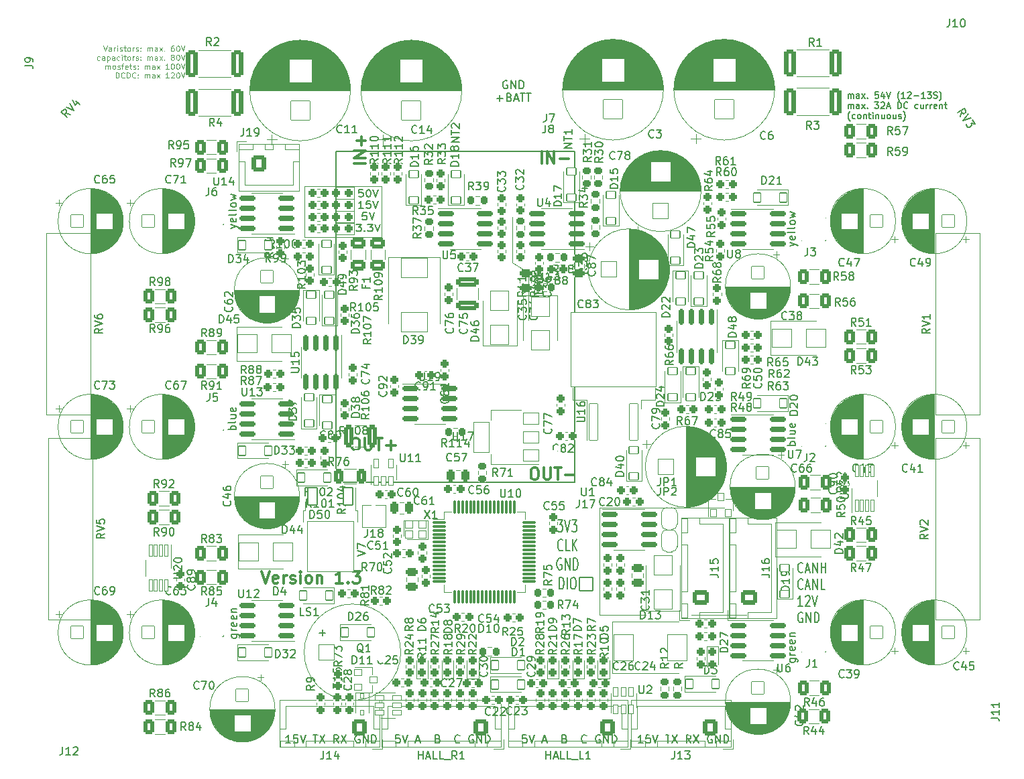
<source format=gbr>
%TF.GenerationSoftware,KiCad,Pcbnew,9.0.3*%
%TF.CreationDate,2025-08-09T20:59:16+02:00*%
%TF.ProjectId,Bobbycontroller,426f6262-7963-46f6-9e74-726f6c6c6572,rev?*%
%TF.SameCoordinates,Original*%
%TF.FileFunction,Legend,Top*%
%TF.FilePolarity,Positive*%
%FSLAX46Y46*%
G04 Gerber Fmt 4.6, Leading zero omitted, Abs format (unit mm)*
G04 Created by KiCad (PCBNEW 9.0.3) date 2025-08-09 20:59:16*
%MOMM*%
%LPD*%
G01*
G04 APERTURE LIST*
G04 Aperture macros list*
%AMRoundRect*
0 Rectangle with rounded corners*
0 $1 Rounding radius*
0 $2 $3 $4 $5 $6 $7 $8 $9 X,Y pos of 4 corners*
0 Add a 4 corners polygon primitive as box body*
4,1,4,$2,$3,$4,$5,$6,$7,$8,$9,$2,$3,0*
0 Add four circle primitives for the rounded corners*
1,1,$1+$1,$2,$3*
1,1,$1+$1,$4,$5*
1,1,$1+$1,$6,$7*
1,1,$1+$1,$8,$9*
0 Add four rect primitives between the rounded corners*
20,1,$1+$1,$2,$3,$4,$5,0*
20,1,$1+$1,$4,$5,$6,$7,0*
20,1,$1+$1,$6,$7,$8,$9,0*
20,1,$1+$1,$8,$9,$2,$3,0*%
%AMFreePoly0*
4,1,39,0.535355,0.785355,0.550000,0.750000,0.550000,-0.750000,0.535355,-0.785355,0.500000,-0.800000,0.000000,-0.800000,-0.010328,-0.795722,-0.065263,-0.795722,-0.078204,-0.794018,-0.204283,-0.760236,-0.216342,-0.755241,-0.329381,-0.689978,-0.339736,-0.682032,-0.432032,-0.589736,-0.439978,-0.579381,-0.505241,-0.466342,-0.510236,-0.454283,-0.544018,-0.328204,-0.545722,-0.315263,-0.545722,-0.260327,
-0.550000,-0.250000,-0.550000,0.250000,-0.545722,0.260327,-0.545722,0.315263,-0.544018,0.328204,-0.510236,0.454283,-0.505241,0.466342,-0.439978,0.579381,-0.432032,0.589736,-0.339736,0.682032,-0.329381,0.689978,-0.216342,0.755241,-0.204283,0.760236,-0.078204,0.794018,-0.065263,0.795722,-0.010328,0.795722,0.000000,0.800000,0.500000,0.800000,0.535355,0.785355,0.535355,0.785355,
$1*%
%AMFreePoly1*
4,1,39,0.010328,0.795722,0.065263,0.795722,0.078204,0.794018,0.204283,0.760236,0.216342,0.755241,0.329381,0.689978,0.339736,0.682032,0.432032,0.589736,0.439978,0.579381,0.505241,0.466342,0.510236,0.454283,0.544018,0.328204,0.545722,0.315263,0.545722,0.260327,0.550000,0.250000,0.550000,-0.250000,0.545722,-0.260327,0.545722,-0.315263,0.544018,-0.328204,0.510236,-0.454283,
0.505241,-0.466342,0.439978,-0.579381,0.432032,-0.589736,0.339736,-0.682032,0.329381,-0.689978,0.216342,-0.755241,0.204283,-0.760236,0.078204,-0.794018,0.065263,-0.795722,0.010328,-0.795722,0.000000,-0.800000,-0.500000,-0.800000,-0.535355,-0.785355,-0.550000,-0.750000,-0.550000,0.750000,-0.535355,0.785355,-0.500000,0.800000,0.000000,0.800000,0.010328,0.795722,0.010328,0.795722,
$1*%
G04 Aperture macros list end*
%ADD10C,0.120000*%
%ADD11C,0.150000*%
%ADD12C,0.300000*%
%ADD13C,0.100000*%
%ADD14C,0.200000*%
%ADD15RoundRect,0.050000X-0.800000X0.800000X-0.800000X-0.800000X0.800000X-0.800000X0.800000X0.800000X0*%
%ADD16C,1.700000*%
%ADD17RoundRect,0.050000X0.800000X0.800000X-0.800000X0.800000X-0.800000X-0.800000X0.800000X-0.800000X0*%
%ADD18RoundRect,0.050000X-0.800000X-0.800000X0.800000X-0.800000X0.800000X0.800000X-0.800000X0.800000X0*%
%ADD19RoundRect,0.050000X-1.000000X-1.000000X1.000000X-1.000000X1.000000X1.000000X-1.000000X1.000000X0*%
%ADD20C,2.100000*%
%ADD21RoundRect,0.050000X1.200000X-1.200000X1.200000X1.200000X-1.200000X1.200000X-1.200000X-1.200000X0*%
%ADD22C,2.500000*%
%ADD23C,4.100000*%
%ADD24RoundRect,0.270000X0.405000X0.655000X-0.405000X0.655000X-0.405000X-0.655000X0.405000X-0.655000X0*%
%ADD25RoundRect,0.268517X0.456483X1.456483X-0.456483X1.456483X-0.456483X-1.456483X0.456483X-1.456483X0*%
%ADD26RoundRect,0.268517X-0.456483X-1.456483X0.456483X-1.456483X0.456483X1.456483X-0.456483X1.456483X0*%
%ADD27RoundRect,0.050000X1.000000X0.750000X-1.000000X0.750000X-1.000000X-0.750000X1.000000X-0.750000X0*%
%ADD28RoundRect,0.050000X1.000000X1.900000X-1.000000X1.900000X-1.000000X-1.900000X1.000000X-1.900000X0*%
%ADD29RoundRect,0.100000X-0.725000X-0.100000X0.725000X-0.100000X0.725000X0.100000X-0.725000X0.100000X0*%
%ADD30RoundRect,0.100000X-0.100000X-0.725000X0.100000X-0.725000X0.100000X0.725000X-0.100000X0.725000X0*%
%ADD31RoundRect,0.175000X-0.175000X0.850000X-0.175000X-0.850000X0.175000X-0.850000X0.175000X0.850000X0*%
%ADD32RoundRect,0.175000X-0.850000X-0.175000X0.850000X-0.175000X0.850000X0.175000X-0.850000X0.175000X0*%
%ADD33RoundRect,0.175000X0.850000X0.175000X-0.850000X0.175000X-0.850000X-0.175000X0.850000X-0.175000X0*%
%ADD34RoundRect,0.050000X-1.650000X-1.250000X1.650000X-1.250000X1.650000X1.250000X-1.650000X1.250000X0*%
%ADD35RoundRect,0.050000X-1.150000X1.250000X-1.150000X-1.250000X1.150000X-1.250000X1.150000X1.250000X0*%
%ADD36RoundRect,0.243750X-0.243750X-0.281250X0.243750X-0.281250X0.243750X0.281250X-0.243750X0.281250X0*%
%ADD37RoundRect,0.264706X0.635294X0.760294X-0.635294X0.760294X-0.635294X-0.760294X0.635294X-0.760294X0*%
%ADD38O,1.800000X2.050000*%
%ADD39RoundRect,0.243750X0.243750X0.281250X-0.243750X0.281250X-0.243750X-0.281250X0.243750X-0.281250X0*%
%ADD40RoundRect,0.243750X0.281250X-0.243750X0.281250X0.243750X-0.281250X0.243750X-0.281250X-0.243750X0*%
%ADD41RoundRect,0.243750X-0.281250X0.243750X-0.281250X-0.243750X0.281250X-0.243750X0.281250X0.243750X0*%
%ADD42RoundRect,0.050000X0.450000X0.600000X-0.450000X0.600000X-0.450000X-0.600000X0.450000X-0.600000X0*%
%ADD43RoundRect,0.050000X-0.450000X-0.600000X0.450000X-0.600000X0.450000X0.600000X-0.450000X0.600000X0*%
%ADD44RoundRect,0.050000X-0.450000X-0.400000X0.450000X-0.400000X0.450000X0.400000X-0.450000X0.400000X0*%
%ADD45RoundRect,0.270000X-0.405000X-0.655000X0.405000X-0.655000X0.405000X0.655000X-0.405000X0.655000X0*%
%ADD46RoundRect,0.050000X0.600000X-0.450000X0.600000X0.450000X-0.600000X0.450000X-0.600000X-0.450000X0*%
%ADD47RoundRect,0.268750X-0.268750X-0.481250X0.268750X-0.481250X0.268750X0.481250X-0.268750X0.481250X0*%
%ADD48RoundRect,0.268750X-0.481250X0.268750X-0.481250X-0.268750X0.481250X-0.268750X0.481250X0.268750X0*%
%ADD49RoundRect,0.268750X0.481250X-0.268750X0.481250X0.268750X-0.481250X0.268750X-0.481250X-0.268750X0*%
%ADD50RoundRect,0.270000X0.655000X-0.405000X0.655000X0.405000X-0.655000X0.405000X-0.655000X-0.405000X0*%
%ADD51RoundRect,0.050000X0.850000X0.850000X-0.850000X0.850000X-0.850000X-0.850000X0.850000X-0.850000X0*%
%ADD52O,1.800000X1.800000*%
%ADD53FreePoly0,270.000000*%
%ADD54FreePoly1,270.000000*%
%ADD55RoundRect,0.050000X1.150000X-1.250000X1.150000X1.250000X-1.150000X1.250000X-1.150000X-1.250000X0*%
%ADD56RoundRect,0.050000X1.000000X-1.000000X1.000000X1.000000X-1.000000X1.000000X-1.000000X-1.000000X0*%
%ADD57C,5.500000*%
%ADD58C,1.000000*%
%ADD59C,7.100000*%
%ADD60RoundRect,0.050000X0.550000X-2.300000X0.550000X2.300000X-0.550000X2.300000X-0.550000X-2.300000X0*%
%ADD61RoundRect,0.050000X5.400000X-4.700000X5.400000X4.700000X-5.400000X4.700000X-5.400000X-4.700000X0*%
%ADD62RoundRect,0.050000X0.325000X-0.530000X0.325000X0.530000X-0.325000X0.530000X-0.325000X-0.530000X0*%
%ADD63RoundRect,0.050000X-0.530000X-0.325000X0.530000X-0.325000X0.530000X0.325000X-0.530000X0.325000X0*%
%ADD64RoundRect,0.050000X-1.250000X-1.150000X1.250000X-1.150000X1.250000X1.150000X-1.250000X1.150000X0*%
%ADD65RoundRect,0.050000X-0.500000X-0.450000X0.500000X-0.450000X0.500000X0.450000X-0.500000X0.450000X0*%
%ADD66RoundRect,0.270000X-0.655000X0.405000X-0.655000X-0.405000X0.655000X-0.405000X0.655000X0.405000X0*%
%ADD67RoundRect,0.250000X-0.275000X0.250000X-0.275000X-0.250000X0.275000X-0.250000X0.275000X0.250000X0*%
%ADD68RoundRect,0.271738X-1.128262X0.353262X-1.128262X-0.353262X1.128262X-0.353262X1.128262X0.353262X0*%
%ADD69RoundRect,0.271738X-0.353262X-1.128262X0.353262X-1.128262X0.353262X1.128262X-0.353262X1.128262X0*%
%ADD70RoundRect,0.250000X-0.250000X-0.275000X0.250000X-0.275000X0.250000X0.275000X-0.250000X0.275000X0*%
%ADD71RoundRect,0.275000X-0.275000X-0.500000X0.275000X-0.500000X0.275000X0.500000X-0.275000X0.500000X0*%
%ADD72C,2.700000*%
%ADD73RoundRect,0.225000X-0.225000X-0.300000X0.225000X-0.300000X0.225000X0.300000X-0.225000X0.300000X0*%
%ADD74RoundRect,0.272219X-0.340281X-0.652781X0.340281X-0.652781X0.340281X0.652781X-0.340281X0.652781X0*%
%ADD75RoundRect,0.050000X0.400000X-0.450000X0.400000X0.450000X-0.400000X0.450000X-0.400000X-0.450000X0*%
%ADD76RoundRect,0.050000X-0.600000X1.100000X-0.600000X-1.100000X0.600000X-1.100000X0.600000X1.100000X0*%
%ADD77RoundRect,0.050000X-2.900000X3.200000X-2.900000X-3.200000X2.900000X-3.200000X2.900000X3.200000X0*%
%ADD78RoundRect,0.050000X-0.225000X0.300000X-0.225000X-0.300000X0.225000X-0.300000X0.225000X0.300000X0*%
%ADD79RoundRect,0.264706X-0.635294X-0.785294X0.635294X-0.785294X0.635294X0.785294X-0.635294X0.785294X0*%
%ADD80O,1.800000X2.100000*%
%ADD81RoundRect,0.250000X0.250000X0.275000X-0.250000X0.275000X-0.250000X-0.275000X0.250000X-0.275000X0*%
%ADD82RoundRect,0.050000X-0.600000X0.450000X-0.600000X-0.450000X0.600000X-0.450000X0.600000X0.450000X0*%
%ADD83RoundRect,0.275000X-0.500000X0.275000X-0.500000X-0.275000X0.500000X-0.275000X0.500000X0.275000X0*%
%ADD84RoundRect,0.225000X0.300000X-0.225000X0.300000X0.225000X-0.300000X0.225000X-0.300000X-0.225000X0*%
%ADD85RoundRect,0.225000X-0.300000X0.225000X-0.300000X-0.225000X0.300000X-0.225000X0.300000X0.225000X0*%
%ADD86RoundRect,0.050000X0.225000X0.725000X-0.225000X0.725000X-0.225000X-0.725000X0.225000X-0.725000X0*%
%ADD87RoundRect,0.264706X0.760294X-0.635294X0.760294X0.635294X-0.760294X0.635294X-0.760294X-0.635294X0*%
%ADD88O,2.050000X1.800000*%
%ADD89RoundRect,0.250000X0.275000X-0.250000X0.275000X0.250000X-0.275000X0.250000X-0.275000X-0.250000X0*%
%ADD90RoundRect,0.225000X0.225000X0.300000X-0.225000X0.300000X-0.225000X-0.300000X0.225000X-0.300000X0*%
%ADD91RoundRect,0.050000X-0.225000X-0.725000X0.225000X-0.725000X0.225000X0.725000X-0.225000X0.725000X0*%
%ADD92RoundRect,0.050000X1.250000X-1.650000X1.250000X1.650000X-1.250000X1.650000X-1.250000X-1.650000X0*%
G04 APERTURE END LIST*
D10*
X92600000Y-83750000D02*
X99500000Y-83750000D01*
X81000000Y-79000000D02*
X81000000Y-83750000D01*
X53450000Y-36025000D02*
X43775000Y-36025000D01*
X81000000Y-83750000D02*
X86800000Y-83750000D01*
X72000000Y-40500000D02*
X72000000Y-46500000D01*
X69950000Y-33450000D02*
X69950000Y-39250000D01*
X81000000Y-70250000D02*
X96750000Y-70250000D01*
X69950000Y-39250000D02*
X72000000Y-40500000D01*
X43775000Y-36025000D02*
X43775000Y-29550000D01*
X53450000Y-29550000D02*
X53450000Y-36025000D01*
X43775000Y-29550000D02*
X53450000Y-29550000D01*
X81000000Y-79000000D02*
X81000000Y-70250000D01*
D11*
X51108333Y-30035132D02*
X50632143Y-30035132D01*
X50632143Y-30035132D02*
X50584524Y-30463703D01*
X50584524Y-30463703D02*
X50632143Y-30420846D01*
X50632143Y-30420846D02*
X50727381Y-30377989D01*
X50727381Y-30377989D02*
X50965476Y-30377989D01*
X50965476Y-30377989D02*
X51060714Y-30420846D01*
X51060714Y-30420846D02*
X51108333Y-30463703D01*
X51108333Y-30463703D02*
X51155952Y-30549417D01*
X51155952Y-30549417D02*
X51155952Y-30763703D01*
X51155952Y-30763703D02*
X51108333Y-30849417D01*
X51108333Y-30849417D02*
X51060714Y-30892275D01*
X51060714Y-30892275D02*
X50965476Y-30935132D01*
X50965476Y-30935132D02*
X50727381Y-30935132D01*
X50727381Y-30935132D02*
X50632143Y-30892275D01*
X50632143Y-30892275D02*
X50584524Y-30849417D01*
X51775000Y-30035132D02*
X51870238Y-30035132D01*
X51870238Y-30035132D02*
X51965476Y-30077989D01*
X51965476Y-30077989D02*
X52013095Y-30120846D01*
X52013095Y-30120846D02*
X52060714Y-30206560D01*
X52060714Y-30206560D02*
X52108333Y-30377989D01*
X52108333Y-30377989D02*
X52108333Y-30592275D01*
X52108333Y-30592275D02*
X52060714Y-30763703D01*
X52060714Y-30763703D02*
X52013095Y-30849417D01*
X52013095Y-30849417D02*
X51965476Y-30892275D01*
X51965476Y-30892275D02*
X51870238Y-30935132D01*
X51870238Y-30935132D02*
X51775000Y-30935132D01*
X51775000Y-30935132D02*
X51679762Y-30892275D01*
X51679762Y-30892275D02*
X51632143Y-30849417D01*
X51632143Y-30849417D02*
X51584524Y-30763703D01*
X51584524Y-30763703D02*
X51536905Y-30592275D01*
X51536905Y-30592275D02*
X51536905Y-30377989D01*
X51536905Y-30377989D02*
X51584524Y-30206560D01*
X51584524Y-30206560D02*
X51632143Y-30120846D01*
X51632143Y-30120846D02*
X51679762Y-30077989D01*
X51679762Y-30077989D02*
X51775000Y-30035132D01*
X52394048Y-30035132D02*
X52727381Y-30935132D01*
X52727381Y-30935132D02*
X53060714Y-30035132D01*
X51155952Y-32384082D02*
X50584524Y-32384082D01*
X50870238Y-32384082D02*
X50870238Y-31484082D01*
X50870238Y-31484082D02*
X50775000Y-31612653D01*
X50775000Y-31612653D02*
X50679762Y-31698367D01*
X50679762Y-31698367D02*
X50584524Y-31741225D01*
X52060714Y-31484082D02*
X51584524Y-31484082D01*
X51584524Y-31484082D02*
X51536905Y-31912653D01*
X51536905Y-31912653D02*
X51584524Y-31869796D01*
X51584524Y-31869796D02*
X51679762Y-31826939D01*
X51679762Y-31826939D02*
X51917857Y-31826939D01*
X51917857Y-31826939D02*
X52013095Y-31869796D01*
X52013095Y-31869796D02*
X52060714Y-31912653D01*
X52060714Y-31912653D02*
X52108333Y-31998367D01*
X52108333Y-31998367D02*
X52108333Y-32212653D01*
X52108333Y-32212653D02*
X52060714Y-32298367D01*
X52060714Y-32298367D02*
X52013095Y-32341225D01*
X52013095Y-32341225D02*
X51917857Y-32384082D01*
X51917857Y-32384082D02*
X51679762Y-32384082D01*
X51679762Y-32384082D02*
X51584524Y-32341225D01*
X51584524Y-32341225D02*
X51536905Y-32298367D01*
X52394048Y-31484082D02*
X52727381Y-32384082D01*
X52727381Y-32384082D02*
X53060714Y-31484082D01*
X51584523Y-32933032D02*
X51108333Y-32933032D01*
X51108333Y-32933032D02*
X51060714Y-33361603D01*
X51060714Y-33361603D02*
X51108333Y-33318746D01*
X51108333Y-33318746D02*
X51203571Y-33275889D01*
X51203571Y-33275889D02*
X51441666Y-33275889D01*
X51441666Y-33275889D02*
X51536904Y-33318746D01*
X51536904Y-33318746D02*
X51584523Y-33361603D01*
X51584523Y-33361603D02*
X51632142Y-33447317D01*
X51632142Y-33447317D02*
X51632142Y-33661603D01*
X51632142Y-33661603D02*
X51584523Y-33747317D01*
X51584523Y-33747317D02*
X51536904Y-33790175D01*
X51536904Y-33790175D02*
X51441666Y-33833032D01*
X51441666Y-33833032D02*
X51203571Y-33833032D01*
X51203571Y-33833032D02*
X51108333Y-33790175D01*
X51108333Y-33790175D02*
X51060714Y-33747317D01*
X51917857Y-32933032D02*
X52251190Y-33833032D01*
X52251190Y-33833032D02*
X52584523Y-32933032D01*
X50298810Y-34381982D02*
X50917857Y-34381982D01*
X50917857Y-34381982D02*
X50584524Y-34724839D01*
X50584524Y-34724839D02*
X50727381Y-34724839D01*
X50727381Y-34724839D02*
X50822619Y-34767696D01*
X50822619Y-34767696D02*
X50870238Y-34810553D01*
X50870238Y-34810553D02*
X50917857Y-34896267D01*
X50917857Y-34896267D02*
X50917857Y-35110553D01*
X50917857Y-35110553D02*
X50870238Y-35196267D01*
X50870238Y-35196267D02*
X50822619Y-35239125D01*
X50822619Y-35239125D02*
X50727381Y-35281982D01*
X50727381Y-35281982D02*
X50441667Y-35281982D01*
X50441667Y-35281982D02*
X50346429Y-35239125D01*
X50346429Y-35239125D02*
X50298810Y-35196267D01*
X51346429Y-35196267D02*
X51394048Y-35239125D01*
X51394048Y-35239125D02*
X51346429Y-35281982D01*
X51346429Y-35281982D02*
X51298810Y-35239125D01*
X51298810Y-35239125D02*
X51346429Y-35196267D01*
X51346429Y-35196267D02*
X51346429Y-35281982D01*
X51727381Y-34381982D02*
X52346428Y-34381982D01*
X52346428Y-34381982D02*
X52013095Y-34724839D01*
X52013095Y-34724839D02*
X52155952Y-34724839D01*
X52155952Y-34724839D02*
X52251190Y-34767696D01*
X52251190Y-34767696D02*
X52298809Y-34810553D01*
X52298809Y-34810553D02*
X52346428Y-34896267D01*
X52346428Y-34896267D02*
X52346428Y-35110553D01*
X52346428Y-35110553D02*
X52298809Y-35196267D01*
X52298809Y-35196267D02*
X52251190Y-35239125D01*
X52251190Y-35239125D02*
X52155952Y-35281982D01*
X52155952Y-35281982D02*
X51870238Y-35281982D01*
X51870238Y-35281982D02*
X51775000Y-35239125D01*
X51775000Y-35239125D02*
X51727381Y-35196267D01*
X52632143Y-34381982D02*
X52965476Y-35281982D01*
X52965476Y-35281982D02*
X53298809Y-34381982D01*
X35104819Y-60357142D02*
X34104819Y-60357142D01*
X34485771Y-60357142D02*
X34438152Y-60261904D01*
X34438152Y-60261904D02*
X34438152Y-60071428D01*
X34438152Y-60071428D02*
X34485771Y-59976190D01*
X34485771Y-59976190D02*
X34533390Y-59928571D01*
X34533390Y-59928571D02*
X34628628Y-59880952D01*
X34628628Y-59880952D02*
X34914342Y-59880952D01*
X34914342Y-59880952D02*
X35009580Y-59928571D01*
X35009580Y-59928571D02*
X35057200Y-59976190D01*
X35057200Y-59976190D02*
X35104819Y-60071428D01*
X35104819Y-60071428D02*
X35104819Y-60261904D01*
X35104819Y-60261904D02*
X35057200Y-60357142D01*
X35104819Y-59309523D02*
X35057200Y-59404761D01*
X35057200Y-59404761D02*
X34961961Y-59452380D01*
X34961961Y-59452380D02*
X34104819Y-59452380D01*
X34438152Y-58499999D02*
X35104819Y-58499999D01*
X34438152Y-58928570D02*
X34961961Y-58928570D01*
X34961961Y-58928570D02*
X35057200Y-58880951D01*
X35057200Y-58880951D02*
X35104819Y-58785713D01*
X35104819Y-58785713D02*
X35104819Y-58642856D01*
X35104819Y-58642856D02*
X35057200Y-58547618D01*
X35057200Y-58547618D02*
X35009580Y-58499999D01*
X35057200Y-57642856D02*
X35104819Y-57738094D01*
X35104819Y-57738094D02*
X35104819Y-57928570D01*
X35104819Y-57928570D02*
X35057200Y-58023808D01*
X35057200Y-58023808D02*
X34961961Y-58071427D01*
X34961961Y-58071427D02*
X34581009Y-58071427D01*
X34581009Y-58071427D02*
X34485771Y-58023808D01*
X34485771Y-58023808D02*
X34438152Y-57928570D01*
X34438152Y-57928570D02*
X34438152Y-57738094D01*
X34438152Y-57738094D02*
X34485771Y-57642856D01*
X34485771Y-57642856D02*
X34581009Y-57595237D01*
X34581009Y-57595237D02*
X34676247Y-57595237D01*
X34676247Y-57595237D02*
X34771485Y-58071427D01*
X34538152Y-86229762D02*
X35347676Y-86229762D01*
X35347676Y-86229762D02*
X35442914Y-86277381D01*
X35442914Y-86277381D02*
X35490533Y-86325000D01*
X35490533Y-86325000D02*
X35538152Y-86420238D01*
X35538152Y-86420238D02*
X35538152Y-86563095D01*
X35538152Y-86563095D02*
X35490533Y-86658333D01*
X35157200Y-86229762D02*
X35204819Y-86325000D01*
X35204819Y-86325000D02*
X35204819Y-86515476D01*
X35204819Y-86515476D02*
X35157200Y-86610714D01*
X35157200Y-86610714D02*
X35109580Y-86658333D01*
X35109580Y-86658333D02*
X35014342Y-86705952D01*
X35014342Y-86705952D02*
X34728628Y-86705952D01*
X34728628Y-86705952D02*
X34633390Y-86658333D01*
X34633390Y-86658333D02*
X34585771Y-86610714D01*
X34585771Y-86610714D02*
X34538152Y-86515476D01*
X34538152Y-86515476D02*
X34538152Y-86325000D01*
X34538152Y-86325000D02*
X34585771Y-86229762D01*
X35204819Y-85753571D02*
X34538152Y-85753571D01*
X34728628Y-85753571D02*
X34633390Y-85705952D01*
X34633390Y-85705952D02*
X34585771Y-85658333D01*
X34585771Y-85658333D02*
X34538152Y-85563095D01*
X34538152Y-85563095D02*
X34538152Y-85467857D01*
X35157200Y-84753571D02*
X35204819Y-84848809D01*
X35204819Y-84848809D02*
X35204819Y-85039285D01*
X35204819Y-85039285D02*
X35157200Y-85134523D01*
X35157200Y-85134523D02*
X35061961Y-85182142D01*
X35061961Y-85182142D02*
X34681009Y-85182142D01*
X34681009Y-85182142D02*
X34585771Y-85134523D01*
X34585771Y-85134523D02*
X34538152Y-85039285D01*
X34538152Y-85039285D02*
X34538152Y-84848809D01*
X34538152Y-84848809D02*
X34585771Y-84753571D01*
X34585771Y-84753571D02*
X34681009Y-84705952D01*
X34681009Y-84705952D02*
X34776247Y-84705952D01*
X34776247Y-84705952D02*
X34871485Y-85182142D01*
X35157200Y-83896428D02*
X35204819Y-83991666D01*
X35204819Y-83991666D02*
X35204819Y-84182142D01*
X35204819Y-84182142D02*
X35157200Y-84277380D01*
X35157200Y-84277380D02*
X35061961Y-84324999D01*
X35061961Y-84324999D02*
X34681009Y-84324999D01*
X34681009Y-84324999D02*
X34585771Y-84277380D01*
X34585771Y-84277380D02*
X34538152Y-84182142D01*
X34538152Y-84182142D02*
X34538152Y-83991666D01*
X34538152Y-83991666D02*
X34585771Y-83896428D01*
X34585771Y-83896428D02*
X34681009Y-83848809D01*
X34681009Y-83848809D02*
X34776247Y-83848809D01*
X34776247Y-83848809D02*
X34871485Y-84324999D01*
X34538152Y-83420237D02*
X35204819Y-83420237D01*
X34633390Y-83420237D02*
X34585771Y-83372618D01*
X34585771Y-83372618D02*
X34538152Y-83277380D01*
X34538152Y-83277380D02*
X34538152Y-83134523D01*
X34538152Y-83134523D02*
X34585771Y-83039285D01*
X34585771Y-83039285D02*
X34681009Y-82991666D01*
X34681009Y-82991666D02*
X35204819Y-82991666D01*
X34463152Y-34916666D02*
X35129819Y-34678571D01*
X34463152Y-34440476D02*
X35129819Y-34678571D01*
X35129819Y-34678571D02*
X35367914Y-34773809D01*
X35367914Y-34773809D02*
X35415533Y-34821428D01*
X35415533Y-34821428D02*
X35463152Y-34916666D01*
X35082200Y-33678571D02*
X35129819Y-33773809D01*
X35129819Y-33773809D02*
X35129819Y-33964285D01*
X35129819Y-33964285D02*
X35082200Y-34059523D01*
X35082200Y-34059523D02*
X34986961Y-34107142D01*
X34986961Y-34107142D02*
X34606009Y-34107142D01*
X34606009Y-34107142D02*
X34510771Y-34059523D01*
X34510771Y-34059523D02*
X34463152Y-33964285D01*
X34463152Y-33964285D02*
X34463152Y-33773809D01*
X34463152Y-33773809D02*
X34510771Y-33678571D01*
X34510771Y-33678571D02*
X34606009Y-33630952D01*
X34606009Y-33630952D02*
X34701247Y-33630952D01*
X34701247Y-33630952D02*
X34796485Y-34107142D01*
X35129819Y-33059523D02*
X35082200Y-33154761D01*
X35082200Y-33154761D02*
X34986961Y-33202380D01*
X34986961Y-33202380D02*
X34129819Y-33202380D01*
X35129819Y-32535713D02*
X35082200Y-32630951D01*
X35082200Y-32630951D02*
X34986961Y-32678570D01*
X34986961Y-32678570D02*
X34129819Y-32678570D01*
X35129819Y-32011903D02*
X35082200Y-32107141D01*
X35082200Y-32107141D02*
X35034580Y-32154760D01*
X35034580Y-32154760D02*
X34939342Y-32202379D01*
X34939342Y-32202379D02*
X34653628Y-32202379D01*
X34653628Y-32202379D02*
X34558390Y-32154760D01*
X34558390Y-32154760D02*
X34510771Y-32107141D01*
X34510771Y-32107141D02*
X34463152Y-32011903D01*
X34463152Y-32011903D02*
X34463152Y-31869046D01*
X34463152Y-31869046D02*
X34510771Y-31773808D01*
X34510771Y-31773808D02*
X34558390Y-31726189D01*
X34558390Y-31726189D02*
X34653628Y-31678570D01*
X34653628Y-31678570D02*
X34939342Y-31678570D01*
X34939342Y-31678570D02*
X35034580Y-31726189D01*
X35034580Y-31726189D02*
X35082200Y-31773808D01*
X35082200Y-31773808D02*
X35129819Y-31869046D01*
X35129819Y-31869046D02*
X35129819Y-32011903D01*
X34463152Y-31345236D02*
X35129819Y-31154760D01*
X35129819Y-31154760D02*
X34653628Y-30964284D01*
X34653628Y-30964284D02*
X35129819Y-30773808D01*
X35129819Y-30773808D02*
X34463152Y-30583332D01*
X71771427Y-98954819D02*
X71295237Y-98954819D01*
X71295237Y-98954819D02*
X71247618Y-99431009D01*
X71247618Y-99431009D02*
X71295237Y-99383390D01*
X71295237Y-99383390D02*
X71390475Y-99335771D01*
X71390475Y-99335771D02*
X71628570Y-99335771D01*
X71628570Y-99335771D02*
X71723808Y-99383390D01*
X71723808Y-99383390D02*
X71771427Y-99431009D01*
X71771427Y-99431009D02*
X71819046Y-99526247D01*
X71819046Y-99526247D02*
X71819046Y-99764342D01*
X71819046Y-99764342D02*
X71771427Y-99859580D01*
X71771427Y-99859580D02*
X71723808Y-99907200D01*
X71723808Y-99907200D02*
X71628570Y-99954819D01*
X71628570Y-99954819D02*
X71390475Y-99954819D01*
X71390475Y-99954819D02*
X71295237Y-99907200D01*
X71295237Y-99907200D02*
X71247618Y-99859580D01*
X72104761Y-98954819D02*
X72438094Y-99954819D01*
X72438094Y-99954819D02*
X72771427Y-98954819D01*
X73819047Y-99669104D02*
X74295237Y-99669104D01*
X73723809Y-99954819D02*
X74057142Y-98954819D01*
X74057142Y-98954819D02*
X74390475Y-99954819D01*
X76580952Y-99431009D02*
X76723809Y-99478628D01*
X76723809Y-99478628D02*
X76771428Y-99526247D01*
X76771428Y-99526247D02*
X76819047Y-99621485D01*
X76819047Y-99621485D02*
X76819047Y-99764342D01*
X76819047Y-99764342D02*
X76771428Y-99859580D01*
X76771428Y-99859580D02*
X76723809Y-99907200D01*
X76723809Y-99907200D02*
X76628571Y-99954819D01*
X76628571Y-99954819D02*
X76247619Y-99954819D01*
X76247619Y-99954819D02*
X76247619Y-98954819D01*
X76247619Y-98954819D02*
X76580952Y-98954819D01*
X76580952Y-98954819D02*
X76676190Y-99002438D01*
X76676190Y-99002438D02*
X76723809Y-99050057D01*
X76723809Y-99050057D02*
X76771428Y-99145295D01*
X76771428Y-99145295D02*
X76771428Y-99240533D01*
X76771428Y-99240533D02*
X76723809Y-99335771D01*
X76723809Y-99335771D02*
X76676190Y-99383390D01*
X76676190Y-99383390D02*
X76580952Y-99431009D01*
X76580952Y-99431009D02*
X76247619Y-99431009D01*
X79342857Y-99859580D02*
X79295238Y-99907200D01*
X79295238Y-99907200D02*
X79152381Y-99954819D01*
X79152381Y-99954819D02*
X79057143Y-99954819D01*
X79057143Y-99954819D02*
X78914286Y-99907200D01*
X78914286Y-99907200D02*
X78819048Y-99811961D01*
X78819048Y-99811961D02*
X78771429Y-99716723D01*
X78771429Y-99716723D02*
X78723810Y-99526247D01*
X78723810Y-99526247D02*
X78723810Y-99383390D01*
X78723810Y-99383390D02*
X78771429Y-99192914D01*
X78771429Y-99192914D02*
X78819048Y-99097676D01*
X78819048Y-99097676D02*
X78914286Y-99002438D01*
X78914286Y-99002438D02*
X79057143Y-98954819D01*
X79057143Y-98954819D02*
X79152381Y-98954819D01*
X79152381Y-98954819D02*
X79295238Y-99002438D01*
X79295238Y-99002438D02*
X79342857Y-99050057D01*
X81057143Y-99002438D02*
X80961905Y-98954819D01*
X80961905Y-98954819D02*
X80819048Y-98954819D01*
X80819048Y-98954819D02*
X80676191Y-99002438D01*
X80676191Y-99002438D02*
X80580953Y-99097676D01*
X80580953Y-99097676D02*
X80533334Y-99192914D01*
X80533334Y-99192914D02*
X80485715Y-99383390D01*
X80485715Y-99383390D02*
X80485715Y-99526247D01*
X80485715Y-99526247D02*
X80533334Y-99716723D01*
X80533334Y-99716723D02*
X80580953Y-99811961D01*
X80580953Y-99811961D02*
X80676191Y-99907200D01*
X80676191Y-99907200D02*
X80819048Y-99954819D01*
X80819048Y-99954819D02*
X80914286Y-99954819D01*
X80914286Y-99954819D02*
X81057143Y-99907200D01*
X81057143Y-99907200D02*
X81104762Y-99859580D01*
X81104762Y-99859580D02*
X81104762Y-99526247D01*
X81104762Y-99526247D02*
X80914286Y-99526247D01*
X81533334Y-99954819D02*
X81533334Y-98954819D01*
X81533334Y-98954819D02*
X82104762Y-99954819D01*
X82104762Y-99954819D02*
X82104762Y-98954819D01*
X82580953Y-99954819D02*
X82580953Y-98954819D01*
X82580953Y-98954819D02*
X82819048Y-98954819D01*
X82819048Y-98954819D02*
X82961905Y-99002438D01*
X82961905Y-99002438D02*
X83057143Y-99097676D01*
X83057143Y-99097676D02*
X83104762Y-99192914D01*
X83104762Y-99192914D02*
X83152381Y-99383390D01*
X83152381Y-99383390D02*
X83152381Y-99526247D01*
X83152381Y-99526247D02*
X83104762Y-99716723D01*
X83104762Y-99716723D02*
X83057143Y-99811961D01*
X83057143Y-99811961D02*
X82961905Y-99907200D01*
X82961905Y-99907200D02*
X82819048Y-99954819D01*
X82819048Y-99954819D02*
X82580953Y-99954819D01*
X41980951Y-99954819D02*
X41409523Y-99954819D01*
X41695237Y-99954819D02*
X41695237Y-98954819D01*
X41695237Y-98954819D02*
X41599999Y-99097676D01*
X41599999Y-99097676D02*
X41504761Y-99192914D01*
X41504761Y-99192914D02*
X41409523Y-99240533D01*
X42885713Y-98954819D02*
X42409523Y-98954819D01*
X42409523Y-98954819D02*
X42361904Y-99431009D01*
X42361904Y-99431009D02*
X42409523Y-99383390D01*
X42409523Y-99383390D02*
X42504761Y-99335771D01*
X42504761Y-99335771D02*
X42742856Y-99335771D01*
X42742856Y-99335771D02*
X42838094Y-99383390D01*
X42838094Y-99383390D02*
X42885713Y-99431009D01*
X42885713Y-99431009D02*
X42933332Y-99526247D01*
X42933332Y-99526247D02*
X42933332Y-99764342D01*
X42933332Y-99764342D02*
X42885713Y-99859580D01*
X42885713Y-99859580D02*
X42838094Y-99907200D01*
X42838094Y-99907200D02*
X42742856Y-99954819D01*
X42742856Y-99954819D02*
X42504761Y-99954819D01*
X42504761Y-99954819D02*
X42409523Y-99907200D01*
X42409523Y-99907200D02*
X42361904Y-99859580D01*
X43219047Y-98954819D02*
X43552380Y-99954819D01*
X43552380Y-99954819D02*
X43885713Y-98954819D01*
X44838095Y-98954819D02*
X45409523Y-98954819D01*
X45123809Y-99954819D02*
X45123809Y-98954819D01*
X45647619Y-98954819D02*
X46314285Y-99954819D01*
X46314285Y-98954819D02*
X45647619Y-99954819D01*
X48028571Y-99954819D02*
X47695238Y-99478628D01*
X47457143Y-99954819D02*
X47457143Y-98954819D01*
X47457143Y-98954819D02*
X47838095Y-98954819D01*
X47838095Y-98954819D02*
X47933333Y-99002438D01*
X47933333Y-99002438D02*
X47980952Y-99050057D01*
X47980952Y-99050057D02*
X48028571Y-99145295D01*
X48028571Y-99145295D02*
X48028571Y-99288152D01*
X48028571Y-99288152D02*
X47980952Y-99383390D01*
X47980952Y-99383390D02*
X47933333Y-99431009D01*
X47933333Y-99431009D02*
X47838095Y-99478628D01*
X47838095Y-99478628D02*
X47457143Y-99478628D01*
X48361905Y-98954819D02*
X49028571Y-99954819D01*
X49028571Y-98954819D02*
X48361905Y-99954819D01*
X50695238Y-99002438D02*
X50600000Y-98954819D01*
X50600000Y-98954819D02*
X50457143Y-98954819D01*
X50457143Y-98954819D02*
X50314286Y-99002438D01*
X50314286Y-99002438D02*
X50219048Y-99097676D01*
X50219048Y-99097676D02*
X50171429Y-99192914D01*
X50171429Y-99192914D02*
X50123810Y-99383390D01*
X50123810Y-99383390D02*
X50123810Y-99526247D01*
X50123810Y-99526247D02*
X50171429Y-99716723D01*
X50171429Y-99716723D02*
X50219048Y-99811961D01*
X50219048Y-99811961D02*
X50314286Y-99907200D01*
X50314286Y-99907200D02*
X50457143Y-99954819D01*
X50457143Y-99954819D02*
X50552381Y-99954819D01*
X50552381Y-99954819D02*
X50695238Y-99907200D01*
X50695238Y-99907200D02*
X50742857Y-99859580D01*
X50742857Y-99859580D02*
X50742857Y-99526247D01*
X50742857Y-99526247D02*
X50552381Y-99526247D01*
X51171429Y-99954819D02*
X51171429Y-98954819D01*
X51171429Y-98954819D02*
X51742857Y-99954819D01*
X51742857Y-99954819D02*
X51742857Y-98954819D01*
X52219048Y-99954819D02*
X52219048Y-98954819D01*
X52219048Y-98954819D02*
X52457143Y-98954819D01*
X52457143Y-98954819D02*
X52600000Y-99002438D01*
X52600000Y-99002438D02*
X52695238Y-99097676D01*
X52695238Y-99097676D02*
X52742857Y-99192914D01*
X52742857Y-99192914D02*
X52790476Y-99383390D01*
X52790476Y-99383390D02*
X52790476Y-99526247D01*
X52790476Y-99526247D02*
X52742857Y-99716723D01*
X52742857Y-99716723D02*
X52695238Y-99811961D01*
X52695238Y-99811961D02*
X52600000Y-99907200D01*
X52600000Y-99907200D02*
X52457143Y-99954819D01*
X52457143Y-99954819D02*
X52219048Y-99954819D01*
D12*
X38314286Y-78278328D02*
X38814286Y-79778328D01*
X38814286Y-79778328D02*
X39314286Y-78278328D01*
X40385714Y-79706900D02*
X40242857Y-79778328D01*
X40242857Y-79778328D02*
X39957143Y-79778328D01*
X39957143Y-79778328D02*
X39814285Y-79706900D01*
X39814285Y-79706900D02*
X39742857Y-79564042D01*
X39742857Y-79564042D02*
X39742857Y-78992614D01*
X39742857Y-78992614D02*
X39814285Y-78849757D01*
X39814285Y-78849757D02*
X39957143Y-78778328D01*
X39957143Y-78778328D02*
X40242857Y-78778328D01*
X40242857Y-78778328D02*
X40385714Y-78849757D01*
X40385714Y-78849757D02*
X40457143Y-78992614D01*
X40457143Y-78992614D02*
X40457143Y-79135471D01*
X40457143Y-79135471D02*
X39742857Y-79278328D01*
X41099999Y-79778328D02*
X41099999Y-78778328D01*
X41099999Y-79064042D02*
X41171428Y-78921185D01*
X41171428Y-78921185D02*
X41242857Y-78849757D01*
X41242857Y-78849757D02*
X41385714Y-78778328D01*
X41385714Y-78778328D02*
X41528571Y-78778328D01*
X41957142Y-79706900D02*
X42099999Y-79778328D01*
X42099999Y-79778328D02*
X42385713Y-79778328D01*
X42385713Y-79778328D02*
X42528570Y-79706900D01*
X42528570Y-79706900D02*
X42599999Y-79564042D01*
X42599999Y-79564042D02*
X42599999Y-79492614D01*
X42599999Y-79492614D02*
X42528570Y-79349757D01*
X42528570Y-79349757D02*
X42385713Y-79278328D01*
X42385713Y-79278328D02*
X42171428Y-79278328D01*
X42171428Y-79278328D02*
X42028570Y-79206900D01*
X42028570Y-79206900D02*
X41957142Y-79064042D01*
X41957142Y-79064042D02*
X41957142Y-78992614D01*
X41957142Y-78992614D02*
X42028570Y-78849757D01*
X42028570Y-78849757D02*
X42171428Y-78778328D01*
X42171428Y-78778328D02*
X42385713Y-78778328D01*
X42385713Y-78778328D02*
X42528570Y-78849757D01*
X43242856Y-79778328D02*
X43242856Y-78778328D01*
X43242856Y-78278328D02*
X43171428Y-78349757D01*
X43171428Y-78349757D02*
X43242856Y-78421185D01*
X43242856Y-78421185D02*
X43314285Y-78349757D01*
X43314285Y-78349757D02*
X43242856Y-78278328D01*
X43242856Y-78278328D02*
X43242856Y-78421185D01*
X44171428Y-79778328D02*
X44028571Y-79706900D01*
X44028571Y-79706900D02*
X43957142Y-79635471D01*
X43957142Y-79635471D02*
X43885714Y-79492614D01*
X43885714Y-79492614D02*
X43885714Y-79064042D01*
X43885714Y-79064042D02*
X43957142Y-78921185D01*
X43957142Y-78921185D02*
X44028571Y-78849757D01*
X44028571Y-78849757D02*
X44171428Y-78778328D01*
X44171428Y-78778328D02*
X44385714Y-78778328D01*
X44385714Y-78778328D02*
X44528571Y-78849757D01*
X44528571Y-78849757D02*
X44600000Y-78921185D01*
X44600000Y-78921185D02*
X44671428Y-79064042D01*
X44671428Y-79064042D02*
X44671428Y-79492614D01*
X44671428Y-79492614D02*
X44600000Y-79635471D01*
X44600000Y-79635471D02*
X44528571Y-79706900D01*
X44528571Y-79706900D02*
X44385714Y-79778328D01*
X44385714Y-79778328D02*
X44171428Y-79778328D01*
X45314285Y-78778328D02*
X45314285Y-79778328D01*
X45314285Y-78921185D02*
X45385714Y-78849757D01*
X45385714Y-78849757D02*
X45528571Y-78778328D01*
X45528571Y-78778328D02*
X45742857Y-78778328D01*
X45742857Y-78778328D02*
X45885714Y-78849757D01*
X45885714Y-78849757D02*
X45957143Y-78992614D01*
X45957143Y-78992614D02*
X45957143Y-79778328D01*
X48600000Y-79778328D02*
X47742857Y-79778328D01*
X48171428Y-79778328D02*
X48171428Y-78278328D01*
X48171428Y-78278328D02*
X48028571Y-78492614D01*
X48028571Y-78492614D02*
X47885714Y-78635471D01*
X47885714Y-78635471D02*
X47742857Y-78706900D01*
X49242856Y-79635471D02*
X49314285Y-79706900D01*
X49314285Y-79706900D02*
X49242856Y-79778328D01*
X49242856Y-79778328D02*
X49171428Y-79706900D01*
X49171428Y-79706900D02*
X49242856Y-79635471D01*
X49242856Y-79635471D02*
X49242856Y-79778328D01*
X49814285Y-78278328D02*
X50742857Y-78278328D01*
X50742857Y-78278328D02*
X50242857Y-78849757D01*
X50242857Y-78849757D02*
X50457142Y-78849757D01*
X50457142Y-78849757D02*
X50600000Y-78921185D01*
X50600000Y-78921185D02*
X50671428Y-78992614D01*
X50671428Y-78992614D02*
X50742857Y-79135471D01*
X50742857Y-79135471D02*
X50742857Y-79492614D01*
X50742857Y-79492614D02*
X50671428Y-79635471D01*
X50671428Y-79635471D02*
X50600000Y-79706900D01*
X50600000Y-79706900D02*
X50457142Y-79778328D01*
X50457142Y-79778328D02*
X50028571Y-79778328D01*
X50028571Y-79778328D02*
X49885714Y-79706900D01*
X49885714Y-79706900D02*
X49814285Y-79635471D01*
D11*
X112389160Y-18474340D02*
X112389160Y-17941006D01*
X112389160Y-18017197D02*
X112427255Y-17979102D01*
X112427255Y-17979102D02*
X112503445Y-17941006D01*
X112503445Y-17941006D02*
X112617731Y-17941006D01*
X112617731Y-17941006D02*
X112693922Y-17979102D01*
X112693922Y-17979102D02*
X112732017Y-18055292D01*
X112732017Y-18055292D02*
X112732017Y-18474340D01*
X112732017Y-18055292D02*
X112770112Y-17979102D01*
X112770112Y-17979102D02*
X112846303Y-17941006D01*
X112846303Y-17941006D02*
X112960588Y-17941006D01*
X112960588Y-17941006D02*
X113036779Y-17979102D01*
X113036779Y-17979102D02*
X113074874Y-18055292D01*
X113074874Y-18055292D02*
X113074874Y-18474340D01*
X113798684Y-18474340D02*
X113798684Y-18055292D01*
X113798684Y-18055292D02*
X113760589Y-17979102D01*
X113760589Y-17979102D02*
X113684398Y-17941006D01*
X113684398Y-17941006D02*
X113532017Y-17941006D01*
X113532017Y-17941006D02*
X113455827Y-17979102D01*
X113798684Y-18436245D02*
X113722493Y-18474340D01*
X113722493Y-18474340D02*
X113532017Y-18474340D01*
X113532017Y-18474340D02*
X113455827Y-18436245D01*
X113455827Y-18436245D02*
X113417731Y-18360054D01*
X113417731Y-18360054D02*
X113417731Y-18283864D01*
X113417731Y-18283864D02*
X113455827Y-18207673D01*
X113455827Y-18207673D02*
X113532017Y-18169578D01*
X113532017Y-18169578D02*
X113722493Y-18169578D01*
X113722493Y-18169578D02*
X113798684Y-18131483D01*
X114103446Y-18474340D02*
X114522494Y-17941006D01*
X114103446Y-17941006D02*
X114522494Y-18474340D01*
X114827256Y-18398149D02*
X114865351Y-18436245D01*
X114865351Y-18436245D02*
X114827256Y-18474340D01*
X114827256Y-18474340D02*
X114789160Y-18436245D01*
X114789160Y-18436245D02*
X114827256Y-18398149D01*
X114827256Y-18398149D02*
X114827256Y-18474340D01*
X116198684Y-17674340D02*
X115817732Y-17674340D01*
X115817732Y-17674340D02*
X115779636Y-18055292D01*
X115779636Y-18055292D02*
X115817732Y-18017197D01*
X115817732Y-18017197D02*
X115893922Y-17979102D01*
X115893922Y-17979102D02*
X116084398Y-17979102D01*
X116084398Y-17979102D02*
X116160589Y-18017197D01*
X116160589Y-18017197D02*
X116198684Y-18055292D01*
X116198684Y-18055292D02*
X116236779Y-18131483D01*
X116236779Y-18131483D02*
X116236779Y-18321959D01*
X116236779Y-18321959D02*
X116198684Y-18398149D01*
X116198684Y-18398149D02*
X116160589Y-18436245D01*
X116160589Y-18436245D02*
X116084398Y-18474340D01*
X116084398Y-18474340D02*
X115893922Y-18474340D01*
X115893922Y-18474340D02*
X115817732Y-18436245D01*
X115817732Y-18436245D02*
X115779636Y-18398149D01*
X116922494Y-17941006D02*
X116922494Y-18474340D01*
X116732018Y-17636245D02*
X116541541Y-18207673D01*
X116541541Y-18207673D02*
X117036780Y-18207673D01*
X117227256Y-17674340D02*
X117493923Y-18474340D01*
X117493923Y-18474340D02*
X117760589Y-17674340D01*
X118865351Y-18779102D02*
X118827256Y-18741006D01*
X118827256Y-18741006D02*
X118751065Y-18626721D01*
X118751065Y-18626721D02*
X118712970Y-18550530D01*
X118712970Y-18550530D02*
X118674875Y-18436245D01*
X118674875Y-18436245D02*
X118636780Y-18245768D01*
X118636780Y-18245768D02*
X118636780Y-18093387D01*
X118636780Y-18093387D02*
X118674875Y-17902911D01*
X118674875Y-17902911D02*
X118712970Y-17788625D01*
X118712970Y-17788625D02*
X118751065Y-17712435D01*
X118751065Y-17712435D02*
X118827256Y-17598149D01*
X118827256Y-17598149D02*
X118865351Y-17560054D01*
X119589160Y-18474340D02*
X119132017Y-18474340D01*
X119360589Y-18474340D02*
X119360589Y-17674340D01*
X119360589Y-17674340D02*
X119284398Y-17788625D01*
X119284398Y-17788625D02*
X119208208Y-17864816D01*
X119208208Y-17864816D02*
X119132017Y-17902911D01*
X119893922Y-17750530D02*
X119932018Y-17712435D01*
X119932018Y-17712435D02*
X120008208Y-17674340D01*
X120008208Y-17674340D02*
X120198684Y-17674340D01*
X120198684Y-17674340D02*
X120274875Y-17712435D01*
X120274875Y-17712435D02*
X120312970Y-17750530D01*
X120312970Y-17750530D02*
X120351065Y-17826721D01*
X120351065Y-17826721D02*
X120351065Y-17902911D01*
X120351065Y-17902911D02*
X120312970Y-18017197D01*
X120312970Y-18017197D02*
X119855827Y-18474340D01*
X119855827Y-18474340D02*
X120351065Y-18474340D01*
X120693923Y-18169578D02*
X121303447Y-18169578D01*
X122103446Y-18474340D02*
X121646303Y-18474340D01*
X121874875Y-18474340D02*
X121874875Y-17674340D01*
X121874875Y-17674340D02*
X121798684Y-17788625D01*
X121798684Y-17788625D02*
X121722494Y-17864816D01*
X121722494Y-17864816D02*
X121646303Y-17902911D01*
X122370113Y-17674340D02*
X122865351Y-17674340D01*
X122865351Y-17674340D02*
X122598685Y-17979102D01*
X122598685Y-17979102D02*
X122712970Y-17979102D01*
X122712970Y-17979102D02*
X122789161Y-18017197D01*
X122789161Y-18017197D02*
X122827256Y-18055292D01*
X122827256Y-18055292D02*
X122865351Y-18131483D01*
X122865351Y-18131483D02*
X122865351Y-18321959D01*
X122865351Y-18321959D02*
X122827256Y-18398149D01*
X122827256Y-18398149D02*
X122789161Y-18436245D01*
X122789161Y-18436245D02*
X122712970Y-18474340D01*
X122712970Y-18474340D02*
X122484399Y-18474340D01*
X122484399Y-18474340D02*
X122408208Y-18436245D01*
X122408208Y-18436245D02*
X122370113Y-18398149D01*
X123170113Y-18436245D02*
X123284399Y-18474340D01*
X123284399Y-18474340D02*
X123474875Y-18474340D01*
X123474875Y-18474340D02*
X123551066Y-18436245D01*
X123551066Y-18436245D02*
X123589161Y-18398149D01*
X123589161Y-18398149D02*
X123627256Y-18321959D01*
X123627256Y-18321959D02*
X123627256Y-18245768D01*
X123627256Y-18245768D02*
X123589161Y-18169578D01*
X123589161Y-18169578D02*
X123551066Y-18131483D01*
X123551066Y-18131483D02*
X123474875Y-18093387D01*
X123474875Y-18093387D02*
X123322494Y-18055292D01*
X123322494Y-18055292D02*
X123246304Y-18017197D01*
X123246304Y-18017197D02*
X123208209Y-17979102D01*
X123208209Y-17979102D02*
X123170113Y-17902911D01*
X123170113Y-17902911D02*
X123170113Y-17826721D01*
X123170113Y-17826721D02*
X123208209Y-17750530D01*
X123208209Y-17750530D02*
X123246304Y-17712435D01*
X123246304Y-17712435D02*
X123322494Y-17674340D01*
X123322494Y-17674340D02*
X123512971Y-17674340D01*
X123512971Y-17674340D02*
X123627256Y-17712435D01*
X123893923Y-18779102D02*
X123932018Y-18741006D01*
X123932018Y-18741006D02*
X124008209Y-18626721D01*
X124008209Y-18626721D02*
X124046304Y-18550530D01*
X124046304Y-18550530D02*
X124084399Y-18436245D01*
X124084399Y-18436245D02*
X124122495Y-18245768D01*
X124122495Y-18245768D02*
X124122495Y-18093387D01*
X124122495Y-18093387D02*
X124084399Y-17902911D01*
X124084399Y-17902911D02*
X124046304Y-17788625D01*
X124046304Y-17788625D02*
X124008209Y-17712435D01*
X124008209Y-17712435D02*
X123932018Y-17598149D01*
X123932018Y-17598149D02*
X123893923Y-17560054D01*
X112389160Y-19762295D02*
X112389160Y-19228961D01*
X112389160Y-19305152D02*
X112427255Y-19267057D01*
X112427255Y-19267057D02*
X112503445Y-19228961D01*
X112503445Y-19228961D02*
X112617731Y-19228961D01*
X112617731Y-19228961D02*
X112693922Y-19267057D01*
X112693922Y-19267057D02*
X112732017Y-19343247D01*
X112732017Y-19343247D02*
X112732017Y-19762295D01*
X112732017Y-19343247D02*
X112770112Y-19267057D01*
X112770112Y-19267057D02*
X112846303Y-19228961D01*
X112846303Y-19228961D02*
X112960588Y-19228961D01*
X112960588Y-19228961D02*
X113036779Y-19267057D01*
X113036779Y-19267057D02*
X113074874Y-19343247D01*
X113074874Y-19343247D02*
X113074874Y-19762295D01*
X113798684Y-19762295D02*
X113798684Y-19343247D01*
X113798684Y-19343247D02*
X113760589Y-19267057D01*
X113760589Y-19267057D02*
X113684398Y-19228961D01*
X113684398Y-19228961D02*
X113532017Y-19228961D01*
X113532017Y-19228961D02*
X113455827Y-19267057D01*
X113798684Y-19724200D02*
X113722493Y-19762295D01*
X113722493Y-19762295D02*
X113532017Y-19762295D01*
X113532017Y-19762295D02*
X113455827Y-19724200D01*
X113455827Y-19724200D02*
X113417731Y-19648009D01*
X113417731Y-19648009D02*
X113417731Y-19571819D01*
X113417731Y-19571819D02*
X113455827Y-19495628D01*
X113455827Y-19495628D02*
X113532017Y-19457533D01*
X113532017Y-19457533D02*
X113722493Y-19457533D01*
X113722493Y-19457533D02*
X113798684Y-19419438D01*
X114103446Y-19762295D02*
X114522494Y-19228961D01*
X114103446Y-19228961D02*
X114522494Y-19762295D01*
X114827256Y-19686104D02*
X114865351Y-19724200D01*
X114865351Y-19724200D02*
X114827256Y-19762295D01*
X114827256Y-19762295D02*
X114789160Y-19724200D01*
X114789160Y-19724200D02*
X114827256Y-19686104D01*
X114827256Y-19686104D02*
X114827256Y-19762295D01*
X115741541Y-18962295D02*
X116236779Y-18962295D01*
X116236779Y-18962295D02*
X115970113Y-19267057D01*
X115970113Y-19267057D02*
X116084398Y-19267057D01*
X116084398Y-19267057D02*
X116160589Y-19305152D01*
X116160589Y-19305152D02*
X116198684Y-19343247D01*
X116198684Y-19343247D02*
X116236779Y-19419438D01*
X116236779Y-19419438D02*
X116236779Y-19609914D01*
X116236779Y-19609914D02*
X116198684Y-19686104D01*
X116198684Y-19686104D02*
X116160589Y-19724200D01*
X116160589Y-19724200D02*
X116084398Y-19762295D01*
X116084398Y-19762295D02*
X115855827Y-19762295D01*
X115855827Y-19762295D02*
X115779636Y-19724200D01*
X115779636Y-19724200D02*
X115741541Y-19686104D01*
X116541541Y-19038485D02*
X116579637Y-19000390D01*
X116579637Y-19000390D02*
X116655827Y-18962295D01*
X116655827Y-18962295D02*
X116846303Y-18962295D01*
X116846303Y-18962295D02*
X116922494Y-19000390D01*
X116922494Y-19000390D02*
X116960589Y-19038485D01*
X116960589Y-19038485D02*
X116998684Y-19114676D01*
X116998684Y-19114676D02*
X116998684Y-19190866D01*
X116998684Y-19190866D02*
X116960589Y-19305152D01*
X116960589Y-19305152D02*
X116503446Y-19762295D01*
X116503446Y-19762295D02*
X116998684Y-19762295D01*
X117303446Y-19533723D02*
X117684399Y-19533723D01*
X117227256Y-19762295D02*
X117493923Y-18962295D01*
X117493923Y-18962295D02*
X117760589Y-19762295D01*
X118636780Y-19762295D02*
X118636780Y-18962295D01*
X118636780Y-18962295D02*
X118827256Y-18962295D01*
X118827256Y-18962295D02*
X118941542Y-19000390D01*
X118941542Y-19000390D02*
X119017732Y-19076580D01*
X119017732Y-19076580D02*
X119055827Y-19152771D01*
X119055827Y-19152771D02*
X119093923Y-19305152D01*
X119093923Y-19305152D02*
X119093923Y-19419438D01*
X119093923Y-19419438D02*
X119055827Y-19571819D01*
X119055827Y-19571819D02*
X119017732Y-19648009D01*
X119017732Y-19648009D02*
X118941542Y-19724200D01*
X118941542Y-19724200D02*
X118827256Y-19762295D01*
X118827256Y-19762295D02*
X118636780Y-19762295D01*
X119893923Y-19686104D02*
X119855827Y-19724200D01*
X119855827Y-19724200D02*
X119741542Y-19762295D01*
X119741542Y-19762295D02*
X119665351Y-19762295D01*
X119665351Y-19762295D02*
X119551065Y-19724200D01*
X119551065Y-19724200D02*
X119474875Y-19648009D01*
X119474875Y-19648009D02*
X119436780Y-19571819D01*
X119436780Y-19571819D02*
X119398684Y-19419438D01*
X119398684Y-19419438D02*
X119398684Y-19305152D01*
X119398684Y-19305152D02*
X119436780Y-19152771D01*
X119436780Y-19152771D02*
X119474875Y-19076580D01*
X119474875Y-19076580D02*
X119551065Y-19000390D01*
X119551065Y-19000390D02*
X119665351Y-18962295D01*
X119665351Y-18962295D02*
X119741542Y-18962295D01*
X119741542Y-18962295D02*
X119855827Y-19000390D01*
X119855827Y-19000390D02*
X119893923Y-19038485D01*
X121189161Y-19724200D02*
X121112970Y-19762295D01*
X121112970Y-19762295D02*
X120960589Y-19762295D01*
X120960589Y-19762295D02*
X120884399Y-19724200D01*
X120884399Y-19724200D02*
X120846304Y-19686104D01*
X120846304Y-19686104D02*
X120808208Y-19609914D01*
X120808208Y-19609914D02*
X120808208Y-19381342D01*
X120808208Y-19381342D02*
X120846304Y-19305152D01*
X120846304Y-19305152D02*
X120884399Y-19267057D01*
X120884399Y-19267057D02*
X120960589Y-19228961D01*
X120960589Y-19228961D02*
X121112970Y-19228961D01*
X121112970Y-19228961D02*
X121189161Y-19267057D01*
X121874875Y-19228961D02*
X121874875Y-19762295D01*
X121532018Y-19228961D02*
X121532018Y-19648009D01*
X121532018Y-19648009D02*
X121570113Y-19724200D01*
X121570113Y-19724200D02*
X121646303Y-19762295D01*
X121646303Y-19762295D02*
X121760589Y-19762295D01*
X121760589Y-19762295D02*
X121836780Y-19724200D01*
X121836780Y-19724200D02*
X121874875Y-19686104D01*
X122255828Y-19762295D02*
X122255828Y-19228961D01*
X122255828Y-19381342D02*
X122293923Y-19305152D01*
X122293923Y-19305152D02*
X122332018Y-19267057D01*
X122332018Y-19267057D02*
X122408209Y-19228961D01*
X122408209Y-19228961D02*
X122484399Y-19228961D01*
X122751066Y-19762295D02*
X122751066Y-19228961D01*
X122751066Y-19381342D02*
X122789161Y-19305152D01*
X122789161Y-19305152D02*
X122827256Y-19267057D01*
X122827256Y-19267057D02*
X122903447Y-19228961D01*
X122903447Y-19228961D02*
X122979637Y-19228961D01*
X123551066Y-19724200D02*
X123474875Y-19762295D01*
X123474875Y-19762295D02*
X123322494Y-19762295D01*
X123322494Y-19762295D02*
X123246304Y-19724200D01*
X123246304Y-19724200D02*
X123208208Y-19648009D01*
X123208208Y-19648009D02*
X123208208Y-19343247D01*
X123208208Y-19343247D02*
X123246304Y-19267057D01*
X123246304Y-19267057D02*
X123322494Y-19228961D01*
X123322494Y-19228961D02*
X123474875Y-19228961D01*
X123474875Y-19228961D02*
X123551066Y-19267057D01*
X123551066Y-19267057D02*
X123589161Y-19343247D01*
X123589161Y-19343247D02*
X123589161Y-19419438D01*
X123589161Y-19419438D02*
X123208208Y-19495628D01*
X123932018Y-19228961D02*
X123932018Y-19762295D01*
X123932018Y-19305152D02*
X123970113Y-19267057D01*
X123970113Y-19267057D02*
X124046303Y-19228961D01*
X124046303Y-19228961D02*
X124160589Y-19228961D01*
X124160589Y-19228961D02*
X124236780Y-19267057D01*
X124236780Y-19267057D02*
X124274875Y-19343247D01*
X124274875Y-19343247D02*
X124274875Y-19762295D01*
X124541542Y-19228961D02*
X124846304Y-19228961D01*
X124655828Y-18962295D02*
X124655828Y-19648009D01*
X124655828Y-19648009D02*
X124693923Y-19724200D01*
X124693923Y-19724200D02*
X124770113Y-19762295D01*
X124770113Y-19762295D02*
X124846304Y-19762295D01*
X112617731Y-21355012D02*
X112579636Y-21316916D01*
X112579636Y-21316916D02*
X112503445Y-21202631D01*
X112503445Y-21202631D02*
X112465350Y-21126440D01*
X112465350Y-21126440D02*
X112427255Y-21012155D01*
X112427255Y-21012155D02*
X112389160Y-20821678D01*
X112389160Y-20821678D02*
X112389160Y-20669297D01*
X112389160Y-20669297D02*
X112427255Y-20478821D01*
X112427255Y-20478821D02*
X112465350Y-20364535D01*
X112465350Y-20364535D02*
X112503445Y-20288345D01*
X112503445Y-20288345D02*
X112579636Y-20174059D01*
X112579636Y-20174059D02*
X112617731Y-20135964D01*
X113265350Y-21012155D02*
X113189159Y-21050250D01*
X113189159Y-21050250D02*
X113036778Y-21050250D01*
X113036778Y-21050250D02*
X112960588Y-21012155D01*
X112960588Y-21012155D02*
X112922493Y-20974059D01*
X112922493Y-20974059D02*
X112884397Y-20897869D01*
X112884397Y-20897869D02*
X112884397Y-20669297D01*
X112884397Y-20669297D02*
X112922493Y-20593107D01*
X112922493Y-20593107D02*
X112960588Y-20555012D01*
X112960588Y-20555012D02*
X113036778Y-20516916D01*
X113036778Y-20516916D02*
X113189159Y-20516916D01*
X113189159Y-20516916D02*
X113265350Y-20555012D01*
X113722492Y-21050250D02*
X113646302Y-21012155D01*
X113646302Y-21012155D02*
X113608207Y-20974059D01*
X113608207Y-20974059D02*
X113570111Y-20897869D01*
X113570111Y-20897869D02*
X113570111Y-20669297D01*
X113570111Y-20669297D02*
X113608207Y-20593107D01*
X113608207Y-20593107D02*
X113646302Y-20555012D01*
X113646302Y-20555012D02*
X113722492Y-20516916D01*
X113722492Y-20516916D02*
X113836778Y-20516916D01*
X113836778Y-20516916D02*
X113912969Y-20555012D01*
X113912969Y-20555012D02*
X113951064Y-20593107D01*
X113951064Y-20593107D02*
X113989159Y-20669297D01*
X113989159Y-20669297D02*
X113989159Y-20897869D01*
X113989159Y-20897869D02*
X113951064Y-20974059D01*
X113951064Y-20974059D02*
X113912969Y-21012155D01*
X113912969Y-21012155D02*
X113836778Y-21050250D01*
X113836778Y-21050250D02*
X113722492Y-21050250D01*
X114332017Y-20516916D02*
X114332017Y-21050250D01*
X114332017Y-20593107D02*
X114370112Y-20555012D01*
X114370112Y-20555012D02*
X114446302Y-20516916D01*
X114446302Y-20516916D02*
X114560588Y-20516916D01*
X114560588Y-20516916D02*
X114636779Y-20555012D01*
X114636779Y-20555012D02*
X114674874Y-20631202D01*
X114674874Y-20631202D02*
X114674874Y-21050250D01*
X114941541Y-20516916D02*
X115246303Y-20516916D01*
X115055827Y-20250250D02*
X115055827Y-20935964D01*
X115055827Y-20935964D02*
X115093922Y-21012155D01*
X115093922Y-21012155D02*
X115170112Y-21050250D01*
X115170112Y-21050250D02*
X115246303Y-21050250D01*
X115512970Y-21050250D02*
X115512970Y-20516916D01*
X115512970Y-20250250D02*
X115474874Y-20288345D01*
X115474874Y-20288345D02*
X115512970Y-20326440D01*
X115512970Y-20326440D02*
X115551065Y-20288345D01*
X115551065Y-20288345D02*
X115512970Y-20250250D01*
X115512970Y-20250250D02*
X115512970Y-20326440D01*
X115893922Y-20516916D02*
X115893922Y-21050250D01*
X115893922Y-20593107D02*
X115932017Y-20555012D01*
X115932017Y-20555012D02*
X116008207Y-20516916D01*
X116008207Y-20516916D02*
X116122493Y-20516916D01*
X116122493Y-20516916D02*
X116198684Y-20555012D01*
X116198684Y-20555012D02*
X116236779Y-20631202D01*
X116236779Y-20631202D02*
X116236779Y-21050250D01*
X116960589Y-20516916D02*
X116960589Y-21050250D01*
X116617732Y-20516916D02*
X116617732Y-20935964D01*
X116617732Y-20935964D02*
X116655827Y-21012155D01*
X116655827Y-21012155D02*
X116732017Y-21050250D01*
X116732017Y-21050250D02*
X116846303Y-21050250D01*
X116846303Y-21050250D02*
X116922494Y-21012155D01*
X116922494Y-21012155D02*
X116960589Y-20974059D01*
X117455827Y-21050250D02*
X117379637Y-21012155D01*
X117379637Y-21012155D02*
X117341542Y-20974059D01*
X117341542Y-20974059D02*
X117303446Y-20897869D01*
X117303446Y-20897869D02*
X117303446Y-20669297D01*
X117303446Y-20669297D02*
X117341542Y-20593107D01*
X117341542Y-20593107D02*
X117379637Y-20555012D01*
X117379637Y-20555012D02*
X117455827Y-20516916D01*
X117455827Y-20516916D02*
X117570113Y-20516916D01*
X117570113Y-20516916D02*
X117646304Y-20555012D01*
X117646304Y-20555012D02*
X117684399Y-20593107D01*
X117684399Y-20593107D02*
X117722494Y-20669297D01*
X117722494Y-20669297D02*
X117722494Y-20897869D01*
X117722494Y-20897869D02*
X117684399Y-20974059D01*
X117684399Y-20974059D02*
X117646304Y-21012155D01*
X117646304Y-21012155D02*
X117570113Y-21050250D01*
X117570113Y-21050250D02*
X117455827Y-21050250D01*
X118408209Y-20516916D02*
X118408209Y-21050250D01*
X118065352Y-20516916D02*
X118065352Y-20935964D01*
X118065352Y-20935964D02*
X118103447Y-21012155D01*
X118103447Y-21012155D02*
X118179637Y-21050250D01*
X118179637Y-21050250D02*
X118293923Y-21050250D01*
X118293923Y-21050250D02*
X118370114Y-21012155D01*
X118370114Y-21012155D02*
X118408209Y-20974059D01*
X118751066Y-21012155D02*
X118827257Y-21050250D01*
X118827257Y-21050250D02*
X118979638Y-21050250D01*
X118979638Y-21050250D02*
X119055828Y-21012155D01*
X119055828Y-21012155D02*
X119093924Y-20935964D01*
X119093924Y-20935964D02*
X119093924Y-20897869D01*
X119093924Y-20897869D02*
X119055828Y-20821678D01*
X119055828Y-20821678D02*
X118979638Y-20783583D01*
X118979638Y-20783583D02*
X118865352Y-20783583D01*
X118865352Y-20783583D02*
X118789162Y-20745488D01*
X118789162Y-20745488D02*
X118751066Y-20669297D01*
X118751066Y-20669297D02*
X118751066Y-20631202D01*
X118751066Y-20631202D02*
X118789162Y-20555012D01*
X118789162Y-20555012D02*
X118865352Y-20516916D01*
X118865352Y-20516916D02*
X118979638Y-20516916D01*
X118979638Y-20516916D02*
X119055828Y-20555012D01*
X119360590Y-21355012D02*
X119398685Y-21316916D01*
X119398685Y-21316916D02*
X119474876Y-21202631D01*
X119474876Y-21202631D02*
X119512971Y-21126440D01*
X119512971Y-21126440D02*
X119551066Y-21012155D01*
X119551066Y-21012155D02*
X119589162Y-20821678D01*
X119589162Y-20821678D02*
X119589162Y-20669297D01*
X119589162Y-20669297D02*
X119551066Y-20478821D01*
X119551066Y-20478821D02*
X119512971Y-20364535D01*
X119512971Y-20364535D02*
X119474876Y-20288345D01*
X119474876Y-20288345D02*
X119398685Y-20174059D01*
X119398685Y-20174059D02*
X119360590Y-20135964D01*
X55771427Y-98954819D02*
X55295237Y-98954819D01*
X55295237Y-98954819D02*
X55247618Y-99431009D01*
X55247618Y-99431009D02*
X55295237Y-99383390D01*
X55295237Y-99383390D02*
X55390475Y-99335771D01*
X55390475Y-99335771D02*
X55628570Y-99335771D01*
X55628570Y-99335771D02*
X55723808Y-99383390D01*
X55723808Y-99383390D02*
X55771427Y-99431009D01*
X55771427Y-99431009D02*
X55819046Y-99526247D01*
X55819046Y-99526247D02*
X55819046Y-99764342D01*
X55819046Y-99764342D02*
X55771427Y-99859580D01*
X55771427Y-99859580D02*
X55723808Y-99907200D01*
X55723808Y-99907200D02*
X55628570Y-99954819D01*
X55628570Y-99954819D02*
X55390475Y-99954819D01*
X55390475Y-99954819D02*
X55295237Y-99907200D01*
X55295237Y-99907200D02*
X55247618Y-99859580D01*
X56104761Y-98954819D02*
X56438094Y-99954819D01*
X56438094Y-99954819D02*
X56771427Y-98954819D01*
X57819047Y-99669104D02*
X58295237Y-99669104D01*
X57723809Y-99954819D02*
X58057142Y-98954819D01*
X58057142Y-98954819D02*
X58390475Y-99954819D01*
X60580952Y-99431009D02*
X60723809Y-99478628D01*
X60723809Y-99478628D02*
X60771428Y-99526247D01*
X60771428Y-99526247D02*
X60819047Y-99621485D01*
X60819047Y-99621485D02*
X60819047Y-99764342D01*
X60819047Y-99764342D02*
X60771428Y-99859580D01*
X60771428Y-99859580D02*
X60723809Y-99907200D01*
X60723809Y-99907200D02*
X60628571Y-99954819D01*
X60628571Y-99954819D02*
X60247619Y-99954819D01*
X60247619Y-99954819D02*
X60247619Y-98954819D01*
X60247619Y-98954819D02*
X60580952Y-98954819D01*
X60580952Y-98954819D02*
X60676190Y-99002438D01*
X60676190Y-99002438D02*
X60723809Y-99050057D01*
X60723809Y-99050057D02*
X60771428Y-99145295D01*
X60771428Y-99145295D02*
X60771428Y-99240533D01*
X60771428Y-99240533D02*
X60723809Y-99335771D01*
X60723809Y-99335771D02*
X60676190Y-99383390D01*
X60676190Y-99383390D02*
X60580952Y-99431009D01*
X60580952Y-99431009D02*
X60247619Y-99431009D01*
X63342857Y-99859580D02*
X63295238Y-99907200D01*
X63295238Y-99907200D02*
X63152381Y-99954819D01*
X63152381Y-99954819D02*
X63057143Y-99954819D01*
X63057143Y-99954819D02*
X62914286Y-99907200D01*
X62914286Y-99907200D02*
X62819048Y-99811961D01*
X62819048Y-99811961D02*
X62771429Y-99716723D01*
X62771429Y-99716723D02*
X62723810Y-99526247D01*
X62723810Y-99526247D02*
X62723810Y-99383390D01*
X62723810Y-99383390D02*
X62771429Y-99192914D01*
X62771429Y-99192914D02*
X62819048Y-99097676D01*
X62819048Y-99097676D02*
X62914286Y-99002438D01*
X62914286Y-99002438D02*
X63057143Y-98954819D01*
X63057143Y-98954819D02*
X63152381Y-98954819D01*
X63152381Y-98954819D02*
X63295238Y-99002438D01*
X63295238Y-99002438D02*
X63342857Y-99050057D01*
X65057143Y-99002438D02*
X64961905Y-98954819D01*
X64961905Y-98954819D02*
X64819048Y-98954819D01*
X64819048Y-98954819D02*
X64676191Y-99002438D01*
X64676191Y-99002438D02*
X64580953Y-99097676D01*
X64580953Y-99097676D02*
X64533334Y-99192914D01*
X64533334Y-99192914D02*
X64485715Y-99383390D01*
X64485715Y-99383390D02*
X64485715Y-99526247D01*
X64485715Y-99526247D02*
X64533334Y-99716723D01*
X64533334Y-99716723D02*
X64580953Y-99811961D01*
X64580953Y-99811961D02*
X64676191Y-99907200D01*
X64676191Y-99907200D02*
X64819048Y-99954819D01*
X64819048Y-99954819D02*
X64914286Y-99954819D01*
X64914286Y-99954819D02*
X65057143Y-99907200D01*
X65057143Y-99907200D02*
X65104762Y-99859580D01*
X65104762Y-99859580D02*
X65104762Y-99526247D01*
X65104762Y-99526247D02*
X64914286Y-99526247D01*
X65533334Y-99954819D02*
X65533334Y-98954819D01*
X65533334Y-98954819D02*
X66104762Y-99954819D01*
X66104762Y-99954819D02*
X66104762Y-98954819D01*
X66580953Y-99954819D02*
X66580953Y-98954819D01*
X66580953Y-98954819D02*
X66819048Y-98954819D01*
X66819048Y-98954819D02*
X66961905Y-99002438D01*
X66961905Y-99002438D02*
X67057143Y-99097676D01*
X67057143Y-99097676D02*
X67104762Y-99192914D01*
X67104762Y-99192914D02*
X67152381Y-99383390D01*
X67152381Y-99383390D02*
X67152381Y-99526247D01*
X67152381Y-99526247D02*
X67104762Y-99716723D01*
X67104762Y-99716723D02*
X67057143Y-99811961D01*
X67057143Y-99811961D02*
X66961905Y-99907200D01*
X66961905Y-99907200D02*
X66819048Y-99954819D01*
X66819048Y-99954819D02*
X66580953Y-99954819D01*
X106658207Y-78330405D02*
X106610588Y-78392310D01*
X106610588Y-78392310D02*
X106467731Y-78454214D01*
X106467731Y-78454214D02*
X106372493Y-78454214D01*
X106372493Y-78454214D02*
X106229636Y-78392310D01*
X106229636Y-78392310D02*
X106134398Y-78268500D01*
X106134398Y-78268500D02*
X106086779Y-78144690D01*
X106086779Y-78144690D02*
X106039160Y-77897071D01*
X106039160Y-77897071D02*
X106039160Y-77711357D01*
X106039160Y-77711357D02*
X106086779Y-77463738D01*
X106086779Y-77463738D02*
X106134398Y-77339929D01*
X106134398Y-77339929D02*
X106229636Y-77216119D01*
X106229636Y-77216119D02*
X106372493Y-77154214D01*
X106372493Y-77154214D02*
X106467731Y-77154214D01*
X106467731Y-77154214D02*
X106610588Y-77216119D01*
X106610588Y-77216119D02*
X106658207Y-77278024D01*
X107039160Y-78082786D02*
X107515350Y-78082786D01*
X106943922Y-78454214D02*
X107277255Y-77154214D01*
X107277255Y-77154214D02*
X107610588Y-78454214D01*
X107943922Y-78454214D02*
X107943922Y-77154214D01*
X107943922Y-77154214D02*
X108515350Y-78454214D01*
X108515350Y-78454214D02*
X108515350Y-77154214D01*
X108991541Y-78454214D02*
X108991541Y-77154214D01*
X108991541Y-77773262D02*
X109562969Y-77773262D01*
X109562969Y-78454214D02*
X109562969Y-77154214D01*
X106658207Y-80423332D02*
X106610588Y-80485237D01*
X106610588Y-80485237D02*
X106467731Y-80547141D01*
X106467731Y-80547141D02*
X106372493Y-80547141D01*
X106372493Y-80547141D02*
X106229636Y-80485237D01*
X106229636Y-80485237D02*
X106134398Y-80361427D01*
X106134398Y-80361427D02*
X106086779Y-80237617D01*
X106086779Y-80237617D02*
X106039160Y-79989998D01*
X106039160Y-79989998D02*
X106039160Y-79804284D01*
X106039160Y-79804284D02*
X106086779Y-79556665D01*
X106086779Y-79556665D02*
X106134398Y-79432856D01*
X106134398Y-79432856D02*
X106229636Y-79309046D01*
X106229636Y-79309046D02*
X106372493Y-79247141D01*
X106372493Y-79247141D02*
X106467731Y-79247141D01*
X106467731Y-79247141D02*
X106610588Y-79309046D01*
X106610588Y-79309046D02*
X106658207Y-79370951D01*
X107039160Y-80175713D02*
X107515350Y-80175713D01*
X106943922Y-80547141D02*
X107277255Y-79247141D01*
X107277255Y-79247141D02*
X107610588Y-80547141D01*
X107943922Y-80547141D02*
X107943922Y-79247141D01*
X107943922Y-79247141D02*
X108515350Y-80547141D01*
X108515350Y-80547141D02*
X108515350Y-79247141D01*
X109467731Y-80547141D02*
X108991541Y-80547141D01*
X108991541Y-80547141D02*
X108991541Y-79247141D01*
X106610588Y-82640068D02*
X106039160Y-82640068D01*
X106324874Y-82640068D02*
X106324874Y-81340068D01*
X106324874Y-81340068D02*
X106229636Y-81525783D01*
X106229636Y-81525783D02*
X106134398Y-81649592D01*
X106134398Y-81649592D02*
X106039160Y-81711497D01*
X106991541Y-81463878D02*
X107039160Y-81401973D01*
X107039160Y-81401973D02*
X107134398Y-81340068D01*
X107134398Y-81340068D02*
X107372493Y-81340068D01*
X107372493Y-81340068D02*
X107467731Y-81401973D01*
X107467731Y-81401973D02*
X107515350Y-81463878D01*
X107515350Y-81463878D02*
X107562969Y-81587687D01*
X107562969Y-81587687D02*
X107562969Y-81711497D01*
X107562969Y-81711497D02*
X107515350Y-81897211D01*
X107515350Y-81897211D02*
X106943922Y-82640068D01*
X106943922Y-82640068D02*
X107562969Y-82640068D01*
X107848684Y-81340068D02*
X108182017Y-82640068D01*
X108182017Y-82640068D02*
X108515350Y-81340068D01*
X106610588Y-83494900D02*
X106515350Y-83432995D01*
X106515350Y-83432995D02*
X106372493Y-83432995D01*
X106372493Y-83432995D02*
X106229636Y-83494900D01*
X106229636Y-83494900D02*
X106134398Y-83618710D01*
X106134398Y-83618710D02*
X106086779Y-83742519D01*
X106086779Y-83742519D02*
X106039160Y-83990138D01*
X106039160Y-83990138D02*
X106039160Y-84175852D01*
X106039160Y-84175852D02*
X106086779Y-84423471D01*
X106086779Y-84423471D02*
X106134398Y-84547281D01*
X106134398Y-84547281D02*
X106229636Y-84671091D01*
X106229636Y-84671091D02*
X106372493Y-84732995D01*
X106372493Y-84732995D02*
X106467731Y-84732995D01*
X106467731Y-84732995D02*
X106610588Y-84671091D01*
X106610588Y-84671091D02*
X106658207Y-84609186D01*
X106658207Y-84609186D02*
X106658207Y-84175852D01*
X106658207Y-84175852D02*
X106467731Y-84175852D01*
X107086779Y-84732995D02*
X107086779Y-83432995D01*
X107086779Y-83432995D02*
X107658207Y-84732995D01*
X107658207Y-84732995D02*
X107658207Y-83432995D01*
X108134398Y-84732995D02*
X108134398Y-83432995D01*
X108134398Y-83432995D02*
X108372493Y-83432995D01*
X108372493Y-83432995D02*
X108515350Y-83494900D01*
X108515350Y-83494900D02*
X108610588Y-83618710D01*
X108610588Y-83618710D02*
X108658207Y-83742519D01*
X108658207Y-83742519D02*
X108705826Y-83990138D01*
X108705826Y-83990138D02*
X108705826Y-84175852D01*
X108705826Y-84175852D02*
X108658207Y-84423471D01*
X108658207Y-84423471D02*
X108610588Y-84547281D01*
X108610588Y-84547281D02*
X108515350Y-84671091D01*
X108515350Y-84671091D02*
X108372493Y-84732995D01*
X108372493Y-84732995D02*
X108134398Y-84732995D01*
D12*
X73685713Y-26678328D02*
X73685713Y-25178328D01*
X74399999Y-26678328D02*
X74399999Y-25178328D01*
X74399999Y-25178328D02*
X75257142Y-26678328D01*
X75257142Y-26678328D02*
X75257142Y-25178328D01*
X75971428Y-26106900D02*
X77114286Y-26106900D01*
D13*
X18350879Y-11828192D02*
X18584213Y-12528192D01*
X18584213Y-12528192D02*
X18817546Y-11828192D01*
X19350879Y-12528192D02*
X19350879Y-12161525D01*
X19350879Y-12161525D02*
X19317546Y-12094859D01*
X19317546Y-12094859D02*
X19250879Y-12061525D01*
X19250879Y-12061525D02*
X19117546Y-12061525D01*
X19117546Y-12061525D02*
X19050879Y-12094859D01*
X19350879Y-12494859D02*
X19284213Y-12528192D01*
X19284213Y-12528192D02*
X19117546Y-12528192D01*
X19117546Y-12528192D02*
X19050879Y-12494859D01*
X19050879Y-12494859D02*
X19017546Y-12428192D01*
X19017546Y-12428192D02*
X19017546Y-12361525D01*
X19017546Y-12361525D02*
X19050879Y-12294859D01*
X19050879Y-12294859D02*
X19117546Y-12261525D01*
X19117546Y-12261525D02*
X19284213Y-12261525D01*
X19284213Y-12261525D02*
X19350879Y-12228192D01*
X19684212Y-12528192D02*
X19684212Y-12061525D01*
X19684212Y-12194859D02*
X19717546Y-12128192D01*
X19717546Y-12128192D02*
X19750879Y-12094859D01*
X19750879Y-12094859D02*
X19817546Y-12061525D01*
X19817546Y-12061525D02*
X19884212Y-12061525D01*
X20117545Y-12528192D02*
X20117545Y-12061525D01*
X20117545Y-11828192D02*
X20084212Y-11861525D01*
X20084212Y-11861525D02*
X20117545Y-11894859D01*
X20117545Y-11894859D02*
X20150879Y-11861525D01*
X20150879Y-11861525D02*
X20117545Y-11828192D01*
X20117545Y-11828192D02*
X20117545Y-11894859D01*
X20417545Y-12494859D02*
X20484212Y-12528192D01*
X20484212Y-12528192D02*
X20617545Y-12528192D01*
X20617545Y-12528192D02*
X20684212Y-12494859D01*
X20684212Y-12494859D02*
X20717545Y-12428192D01*
X20717545Y-12428192D02*
X20717545Y-12394859D01*
X20717545Y-12394859D02*
X20684212Y-12328192D01*
X20684212Y-12328192D02*
X20617545Y-12294859D01*
X20617545Y-12294859D02*
X20517545Y-12294859D01*
X20517545Y-12294859D02*
X20450878Y-12261525D01*
X20450878Y-12261525D02*
X20417545Y-12194859D01*
X20417545Y-12194859D02*
X20417545Y-12161525D01*
X20417545Y-12161525D02*
X20450878Y-12094859D01*
X20450878Y-12094859D02*
X20517545Y-12061525D01*
X20517545Y-12061525D02*
X20617545Y-12061525D01*
X20617545Y-12061525D02*
X20684212Y-12094859D01*
X20917545Y-12061525D02*
X21184212Y-12061525D01*
X21017545Y-11828192D02*
X21017545Y-12428192D01*
X21017545Y-12428192D02*
X21050879Y-12494859D01*
X21050879Y-12494859D02*
X21117545Y-12528192D01*
X21117545Y-12528192D02*
X21184212Y-12528192D01*
X21517545Y-12528192D02*
X21450879Y-12494859D01*
X21450879Y-12494859D02*
X21417545Y-12461525D01*
X21417545Y-12461525D02*
X21384212Y-12394859D01*
X21384212Y-12394859D02*
X21384212Y-12194859D01*
X21384212Y-12194859D02*
X21417545Y-12128192D01*
X21417545Y-12128192D02*
X21450879Y-12094859D01*
X21450879Y-12094859D02*
X21517545Y-12061525D01*
X21517545Y-12061525D02*
X21617545Y-12061525D01*
X21617545Y-12061525D02*
X21684212Y-12094859D01*
X21684212Y-12094859D02*
X21717545Y-12128192D01*
X21717545Y-12128192D02*
X21750879Y-12194859D01*
X21750879Y-12194859D02*
X21750879Y-12394859D01*
X21750879Y-12394859D02*
X21717545Y-12461525D01*
X21717545Y-12461525D02*
X21684212Y-12494859D01*
X21684212Y-12494859D02*
X21617545Y-12528192D01*
X21617545Y-12528192D02*
X21517545Y-12528192D01*
X22050878Y-12528192D02*
X22050878Y-12061525D01*
X22050878Y-12194859D02*
X22084212Y-12128192D01*
X22084212Y-12128192D02*
X22117545Y-12094859D01*
X22117545Y-12094859D02*
X22184212Y-12061525D01*
X22184212Y-12061525D02*
X22250878Y-12061525D01*
X22450878Y-12494859D02*
X22517545Y-12528192D01*
X22517545Y-12528192D02*
X22650878Y-12528192D01*
X22650878Y-12528192D02*
X22717545Y-12494859D01*
X22717545Y-12494859D02*
X22750878Y-12428192D01*
X22750878Y-12428192D02*
X22750878Y-12394859D01*
X22750878Y-12394859D02*
X22717545Y-12328192D01*
X22717545Y-12328192D02*
X22650878Y-12294859D01*
X22650878Y-12294859D02*
X22550878Y-12294859D01*
X22550878Y-12294859D02*
X22484211Y-12261525D01*
X22484211Y-12261525D02*
X22450878Y-12194859D01*
X22450878Y-12194859D02*
X22450878Y-12161525D01*
X22450878Y-12161525D02*
X22484211Y-12094859D01*
X22484211Y-12094859D02*
X22550878Y-12061525D01*
X22550878Y-12061525D02*
X22650878Y-12061525D01*
X22650878Y-12061525D02*
X22717545Y-12094859D01*
X23050878Y-12461525D02*
X23084212Y-12494859D01*
X23084212Y-12494859D02*
X23050878Y-12528192D01*
X23050878Y-12528192D02*
X23017545Y-12494859D01*
X23017545Y-12494859D02*
X23050878Y-12461525D01*
X23050878Y-12461525D02*
X23050878Y-12528192D01*
X23050878Y-12094859D02*
X23084212Y-12128192D01*
X23084212Y-12128192D02*
X23050878Y-12161525D01*
X23050878Y-12161525D02*
X23017545Y-12128192D01*
X23017545Y-12128192D02*
X23050878Y-12094859D01*
X23050878Y-12094859D02*
X23050878Y-12161525D01*
X23917544Y-12528192D02*
X23917544Y-12061525D01*
X23917544Y-12128192D02*
X23950878Y-12094859D01*
X23950878Y-12094859D02*
X24017544Y-12061525D01*
X24017544Y-12061525D02*
X24117544Y-12061525D01*
X24117544Y-12061525D02*
X24184211Y-12094859D01*
X24184211Y-12094859D02*
X24217544Y-12161525D01*
X24217544Y-12161525D02*
X24217544Y-12528192D01*
X24217544Y-12161525D02*
X24250878Y-12094859D01*
X24250878Y-12094859D02*
X24317544Y-12061525D01*
X24317544Y-12061525D02*
X24417544Y-12061525D01*
X24417544Y-12061525D02*
X24484211Y-12094859D01*
X24484211Y-12094859D02*
X24517544Y-12161525D01*
X24517544Y-12161525D02*
X24517544Y-12528192D01*
X25150877Y-12528192D02*
X25150877Y-12161525D01*
X25150877Y-12161525D02*
X25117544Y-12094859D01*
X25117544Y-12094859D02*
X25050877Y-12061525D01*
X25050877Y-12061525D02*
X24917544Y-12061525D01*
X24917544Y-12061525D02*
X24850877Y-12094859D01*
X25150877Y-12494859D02*
X25084211Y-12528192D01*
X25084211Y-12528192D02*
X24917544Y-12528192D01*
X24917544Y-12528192D02*
X24850877Y-12494859D01*
X24850877Y-12494859D02*
X24817544Y-12428192D01*
X24817544Y-12428192D02*
X24817544Y-12361525D01*
X24817544Y-12361525D02*
X24850877Y-12294859D01*
X24850877Y-12294859D02*
X24917544Y-12261525D01*
X24917544Y-12261525D02*
X25084211Y-12261525D01*
X25084211Y-12261525D02*
X25150877Y-12228192D01*
X25417544Y-12528192D02*
X25784210Y-12061525D01*
X25417544Y-12061525D02*
X25784210Y-12528192D01*
X26050877Y-12461525D02*
X26084211Y-12494859D01*
X26084211Y-12494859D02*
X26050877Y-12528192D01*
X26050877Y-12528192D02*
X26017544Y-12494859D01*
X26017544Y-12494859D02*
X26050877Y-12461525D01*
X26050877Y-12461525D02*
X26050877Y-12528192D01*
X27217543Y-11828192D02*
X27084210Y-11828192D01*
X27084210Y-11828192D02*
X27017543Y-11861525D01*
X27017543Y-11861525D02*
X26984210Y-11894859D01*
X26984210Y-11894859D02*
X26917543Y-11994859D01*
X26917543Y-11994859D02*
X26884210Y-12128192D01*
X26884210Y-12128192D02*
X26884210Y-12394859D01*
X26884210Y-12394859D02*
X26917543Y-12461525D01*
X26917543Y-12461525D02*
X26950877Y-12494859D01*
X26950877Y-12494859D02*
X27017543Y-12528192D01*
X27017543Y-12528192D02*
X27150877Y-12528192D01*
X27150877Y-12528192D02*
X27217543Y-12494859D01*
X27217543Y-12494859D02*
X27250877Y-12461525D01*
X27250877Y-12461525D02*
X27284210Y-12394859D01*
X27284210Y-12394859D02*
X27284210Y-12228192D01*
X27284210Y-12228192D02*
X27250877Y-12161525D01*
X27250877Y-12161525D02*
X27217543Y-12128192D01*
X27217543Y-12128192D02*
X27150877Y-12094859D01*
X27150877Y-12094859D02*
X27017543Y-12094859D01*
X27017543Y-12094859D02*
X26950877Y-12128192D01*
X26950877Y-12128192D02*
X26917543Y-12161525D01*
X26917543Y-12161525D02*
X26884210Y-12228192D01*
X27717544Y-11828192D02*
X27784210Y-11828192D01*
X27784210Y-11828192D02*
X27850877Y-11861525D01*
X27850877Y-11861525D02*
X27884210Y-11894859D01*
X27884210Y-11894859D02*
X27917544Y-11961525D01*
X27917544Y-11961525D02*
X27950877Y-12094859D01*
X27950877Y-12094859D02*
X27950877Y-12261525D01*
X27950877Y-12261525D02*
X27917544Y-12394859D01*
X27917544Y-12394859D02*
X27884210Y-12461525D01*
X27884210Y-12461525D02*
X27850877Y-12494859D01*
X27850877Y-12494859D02*
X27784210Y-12528192D01*
X27784210Y-12528192D02*
X27717544Y-12528192D01*
X27717544Y-12528192D02*
X27650877Y-12494859D01*
X27650877Y-12494859D02*
X27617544Y-12461525D01*
X27617544Y-12461525D02*
X27584210Y-12394859D01*
X27584210Y-12394859D02*
X27550877Y-12261525D01*
X27550877Y-12261525D02*
X27550877Y-12094859D01*
X27550877Y-12094859D02*
X27584210Y-11961525D01*
X27584210Y-11961525D02*
X27617544Y-11894859D01*
X27617544Y-11894859D02*
X27650877Y-11861525D01*
X27650877Y-11861525D02*
X27717544Y-11828192D01*
X28150877Y-11828192D02*
X28384211Y-12528192D01*
X28384211Y-12528192D02*
X28617544Y-11828192D01*
X17884213Y-13621820D02*
X17817547Y-13655153D01*
X17817547Y-13655153D02*
X17684213Y-13655153D01*
X17684213Y-13655153D02*
X17617547Y-13621820D01*
X17617547Y-13621820D02*
X17584213Y-13588486D01*
X17584213Y-13588486D02*
X17550880Y-13521820D01*
X17550880Y-13521820D02*
X17550880Y-13321820D01*
X17550880Y-13321820D02*
X17584213Y-13255153D01*
X17584213Y-13255153D02*
X17617547Y-13221820D01*
X17617547Y-13221820D02*
X17684213Y-13188486D01*
X17684213Y-13188486D02*
X17817547Y-13188486D01*
X17817547Y-13188486D02*
X17884213Y-13221820D01*
X18484213Y-13655153D02*
X18484213Y-13288486D01*
X18484213Y-13288486D02*
X18450880Y-13221820D01*
X18450880Y-13221820D02*
X18384213Y-13188486D01*
X18384213Y-13188486D02*
X18250880Y-13188486D01*
X18250880Y-13188486D02*
X18184213Y-13221820D01*
X18484213Y-13621820D02*
X18417547Y-13655153D01*
X18417547Y-13655153D02*
X18250880Y-13655153D01*
X18250880Y-13655153D02*
X18184213Y-13621820D01*
X18184213Y-13621820D02*
X18150880Y-13555153D01*
X18150880Y-13555153D02*
X18150880Y-13488486D01*
X18150880Y-13488486D02*
X18184213Y-13421820D01*
X18184213Y-13421820D02*
X18250880Y-13388486D01*
X18250880Y-13388486D02*
X18417547Y-13388486D01*
X18417547Y-13388486D02*
X18484213Y-13355153D01*
X18817546Y-13188486D02*
X18817546Y-13888486D01*
X18817546Y-13221820D02*
X18884213Y-13188486D01*
X18884213Y-13188486D02*
X19017546Y-13188486D01*
X19017546Y-13188486D02*
X19084213Y-13221820D01*
X19084213Y-13221820D02*
X19117546Y-13255153D01*
X19117546Y-13255153D02*
X19150880Y-13321820D01*
X19150880Y-13321820D02*
X19150880Y-13521820D01*
X19150880Y-13521820D02*
X19117546Y-13588486D01*
X19117546Y-13588486D02*
X19084213Y-13621820D01*
X19084213Y-13621820D02*
X19017546Y-13655153D01*
X19017546Y-13655153D02*
X18884213Y-13655153D01*
X18884213Y-13655153D02*
X18817546Y-13621820D01*
X19750879Y-13655153D02*
X19750879Y-13288486D01*
X19750879Y-13288486D02*
X19717546Y-13221820D01*
X19717546Y-13221820D02*
X19650879Y-13188486D01*
X19650879Y-13188486D02*
X19517546Y-13188486D01*
X19517546Y-13188486D02*
X19450879Y-13221820D01*
X19750879Y-13621820D02*
X19684213Y-13655153D01*
X19684213Y-13655153D02*
X19517546Y-13655153D01*
X19517546Y-13655153D02*
X19450879Y-13621820D01*
X19450879Y-13621820D02*
X19417546Y-13555153D01*
X19417546Y-13555153D02*
X19417546Y-13488486D01*
X19417546Y-13488486D02*
X19450879Y-13421820D01*
X19450879Y-13421820D02*
X19517546Y-13388486D01*
X19517546Y-13388486D02*
X19684213Y-13388486D01*
X19684213Y-13388486D02*
X19750879Y-13355153D01*
X20384212Y-13621820D02*
X20317546Y-13655153D01*
X20317546Y-13655153D02*
X20184212Y-13655153D01*
X20184212Y-13655153D02*
X20117546Y-13621820D01*
X20117546Y-13621820D02*
X20084212Y-13588486D01*
X20084212Y-13588486D02*
X20050879Y-13521820D01*
X20050879Y-13521820D02*
X20050879Y-13321820D01*
X20050879Y-13321820D02*
X20084212Y-13255153D01*
X20084212Y-13255153D02*
X20117546Y-13221820D01*
X20117546Y-13221820D02*
X20184212Y-13188486D01*
X20184212Y-13188486D02*
X20317546Y-13188486D01*
X20317546Y-13188486D02*
X20384212Y-13221820D01*
X20684212Y-13655153D02*
X20684212Y-13188486D01*
X20684212Y-12955153D02*
X20650879Y-12988486D01*
X20650879Y-12988486D02*
X20684212Y-13021820D01*
X20684212Y-13021820D02*
X20717546Y-12988486D01*
X20717546Y-12988486D02*
X20684212Y-12955153D01*
X20684212Y-12955153D02*
X20684212Y-13021820D01*
X20917545Y-13188486D02*
X21184212Y-13188486D01*
X21017545Y-12955153D02*
X21017545Y-13555153D01*
X21017545Y-13555153D02*
X21050879Y-13621820D01*
X21050879Y-13621820D02*
X21117545Y-13655153D01*
X21117545Y-13655153D02*
X21184212Y-13655153D01*
X21517545Y-13655153D02*
X21450879Y-13621820D01*
X21450879Y-13621820D02*
X21417545Y-13588486D01*
X21417545Y-13588486D02*
X21384212Y-13521820D01*
X21384212Y-13521820D02*
X21384212Y-13321820D01*
X21384212Y-13321820D02*
X21417545Y-13255153D01*
X21417545Y-13255153D02*
X21450879Y-13221820D01*
X21450879Y-13221820D02*
X21517545Y-13188486D01*
X21517545Y-13188486D02*
X21617545Y-13188486D01*
X21617545Y-13188486D02*
X21684212Y-13221820D01*
X21684212Y-13221820D02*
X21717545Y-13255153D01*
X21717545Y-13255153D02*
X21750879Y-13321820D01*
X21750879Y-13321820D02*
X21750879Y-13521820D01*
X21750879Y-13521820D02*
X21717545Y-13588486D01*
X21717545Y-13588486D02*
X21684212Y-13621820D01*
X21684212Y-13621820D02*
X21617545Y-13655153D01*
X21617545Y-13655153D02*
X21517545Y-13655153D01*
X22050878Y-13655153D02*
X22050878Y-13188486D01*
X22050878Y-13321820D02*
X22084212Y-13255153D01*
X22084212Y-13255153D02*
X22117545Y-13221820D01*
X22117545Y-13221820D02*
X22184212Y-13188486D01*
X22184212Y-13188486D02*
X22250878Y-13188486D01*
X22450878Y-13621820D02*
X22517545Y-13655153D01*
X22517545Y-13655153D02*
X22650878Y-13655153D01*
X22650878Y-13655153D02*
X22717545Y-13621820D01*
X22717545Y-13621820D02*
X22750878Y-13555153D01*
X22750878Y-13555153D02*
X22750878Y-13521820D01*
X22750878Y-13521820D02*
X22717545Y-13455153D01*
X22717545Y-13455153D02*
X22650878Y-13421820D01*
X22650878Y-13421820D02*
X22550878Y-13421820D01*
X22550878Y-13421820D02*
X22484211Y-13388486D01*
X22484211Y-13388486D02*
X22450878Y-13321820D01*
X22450878Y-13321820D02*
X22450878Y-13288486D01*
X22450878Y-13288486D02*
X22484211Y-13221820D01*
X22484211Y-13221820D02*
X22550878Y-13188486D01*
X22550878Y-13188486D02*
X22650878Y-13188486D01*
X22650878Y-13188486D02*
X22717545Y-13221820D01*
X23050878Y-13588486D02*
X23084212Y-13621820D01*
X23084212Y-13621820D02*
X23050878Y-13655153D01*
X23050878Y-13655153D02*
X23017545Y-13621820D01*
X23017545Y-13621820D02*
X23050878Y-13588486D01*
X23050878Y-13588486D02*
X23050878Y-13655153D01*
X23050878Y-13221820D02*
X23084212Y-13255153D01*
X23084212Y-13255153D02*
X23050878Y-13288486D01*
X23050878Y-13288486D02*
X23017545Y-13255153D01*
X23017545Y-13255153D02*
X23050878Y-13221820D01*
X23050878Y-13221820D02*
X23050878Y-13288486D01*
X23917544Y-13655153D02*
X23917544Y-13188486D01*
X23917544Y-13255153D02*
X23950878Y-13221820D01*
X23950878Y-13221820D02*
X24017544Y-13188486D01*
X24017544Y-13188486D02*
X24117544Y-13188486D01*
X24117544Y-13188486D02*
X24184211Y-13221820D01*
X24184211Y-13221820D02*
X24217544Y-13288486D01*
X24217544Y-13288486D02*
X24217544Y-13655153D01*
X24217544Y-13288486D02*
X24250878Y-13221820D01*
X24250878Y-13221820D02*
X24317544Y-13188486D01*
X24317544Y-13188486D02*
X24417544Y-13188486D01*
X24417544Y-13188486D02*
X24484211Y-13221820D01*
X24484211Y-13221820D02*
X24517544Y-13288486D01*
X24517544Y-13288486D02*
X24517544Y-13655153D01*
X25150877Y-13655153D02*
X25150877Y-13288486D01*
X25150877Y-13288486D02*
X25117544Y-13221820D01*
X25117544Y-13221820D02*
X25050877Y-13188486D01*
X25050877Y-13188486D02*
X24917544Y-13188486D01*
X24917544Y-13188486D02*
X24850877Y-13221820D01*
X25150877Y-13621820D02*
X25084211Y-13655153D01*
X25084211Y-13655153D02*
X24917544Y-13655153D01*
X24917544Y-13655153D02*
X24850877Y-13621820D01*
X24850877Y-13621820D02*
X24817544Y-13555153D01*
X24817544Y-13555153D02*
X24817544Y-13488486D01*
X24817544Y-13488486D02*
X24850877Y-13421820D01*
X24850877Y-13421820D02*
X24917544Y-13388486D01*
X24917544Y-13388486D02*
X25084211Y-13388486D01*
X25084211Y-13388486D02*
X25150877Y-13355153D01*
X25417544Y-13655153D02*
X25784210Y-13188486D01*
X25417544Y-13188486D02*
X25784210Y-13655153D01*
X26050877Y-13588486D02*
X26084211Y-13621820D01*
X26084211Y-13621820D02*
X26050877Y-13655153D01*
X26050877Y-13655153D02*
X26017544Y-13621820D01*
X26017544Y-13621820D02*
X26050877Y-13588486D01*
X26050877Y-13588486D02*
X26050877Y-13655153D01*
X27017543Y-13255153D02*
X26950877Y-13221820D01*
X26950877Y-13221820D02*
X26917543Y-13188486D01*
X26917543Y-13188486D02*
X26884210Y-13121820D01*
X26884210Y-13121820D02*
X26884210Y-13088486D01*
X26884210Y-13088486D02*
X26917543Y-13021820D01*
X26917543Y-13021820D02*
X26950877Y-12988486D01*
X26950877Y-12988486D02*
X27017543Y-12955153D01*
X27017543Y-12955153D02*
X27150877Y-12955153D01*
X27150877Y-12955153D02*
X27217543Y-12988486D01*
X27217543Y-12988486D02*
X27250877Y-13021820D01*
X27250877Y-13021820D02*
X27284210Y-13088486D01*
X27284210Y-13088486D02*
X27284210Y-13121820D01*
X27284210Y-13121820D02*
X27250877Y-13188486D01*
X27250877Y-13188486D02*
X27217543Y-13221820D01*
X27217543Y-13221820D02*
X27150877Y-13255153D01*
X27150877Y-13255153D02*
X27017543Y-13255153D01*
X27017543Y-13255153D02*
X26950877Y-13288486D01*
X26950877Y-13288486D02*
X26917543Y-13321820D01*
X26917543Y-13321820D02*
X26884210Y-13388486D01*
X26884210Y-13388486D02*
X26884210Y-13521820D01*
X26884210Y-13521820D02*
X26917543Y-13588486D01*
X26917543Y-13588486D02*
X26950877Y-13621820D01*
X26950877Y-13621820D02*
X27017543Y-13655153D01*
X27017543Y-13655153D02*
X27150877Y-13655153D01*
X27150877Y-13655153D02*
X27217543Y-13621820D01*
X27217543Y-13621820D02*
X27250877Y-13588486D01*
X27250877Y-13588486D02*
X27284210Y-13521820D01*
X27284210Y-13521820D02*
X27284210Y-13388486D01*
X27284210Y-13388486D02*
X27250877Y-13321820D01*
X27250877Y-13321820D02*
X27217543Y-13288486D01*
X27217543Y-13288486D02*
X27150877Y-13255153D01*
X27717544Y-12955153D02*
X27784210Y-12955153D01*
X27784210Y-12955153D02*
X27850877Y-12988486D01*
X27850877Y-12988486D02*
X27884210Y-13021820D01*
X27884210Y-13021820D02*
X27917544Y-13088486D01*
X27917544Y-13088486D02*
X27950877Y-13221820D01*
X27950877Y-13221820D02*
X27950877Y-13388486D01*
X27950877Y-13388486D02*
X27917544Y-13521820D01*
X27917544Y-13521820D02*
X27884210Y-13588486D01*
X27884210Y-13588486D02*
X27850877Y-13621820D01*
X27850877Y-13621820D02*
X27784210Y-13655153D01*
X27784210Y-13655153D02*
X27717544Y-13655153D01*
X27717544Y-13655153D02*
X27650877Y-13621820D01*
X27650877Y-13621820D02*
X27617544Y-13588486D01*
X27617544Y-13588486D02*
X27584210Y-13521820D01*
X27584210Y-13521820D02*
X27550877Y-13388486D01*
X27550877Y-13388486D02*
X27550877Y-13221820D01*
X27550877Y-13221820D02*
X27584210Y-13088486D01*
X27584210Y-13088486D02*
X27617544Y-13021820D01*
X27617544Y-13021820D02*
X27650877Y-12988486D01*
X27650877Y-12988486D02*
X27717544Y-12955153D01*
X28150877Y-12955153D02*
X28384211Y-13655153D01*
X28384211Y-13655153D02*
X28617544Y-12955153D01*
X18617544Y-14782114D02*
X18617544Y-14315447D01*
X18617544Y-14382114D02*
X18650878Y-14348781D01*
X18650878Y-14348781D02*
X18717544Y-14315447D01*
X18717544Y-14315447D02*
X18817544Y-14315447D01*
X18817544Y-14315447D02*
X18884211Y-14348781D01*
X18884211Y-14348781D02*
X18917544Y-14415447D01*
X18917544Y-14415447D02*
X18917544Y-14782114D01*
X18917544Y-14415447D02*
X18950878Y-14348781D01*
X18950878Y-14348781D02*
X19017544Y-14315447D01*
X19017544Y-14315447D02*
X19117544Y-14315447D01*
X19117544Y-14315447D02*
X19184211Y-14348781D01*
X19184211Y-14348781D02*
X19217544Y-14415447D01*
X19217544Y-14415447D02*
X19217544Y-14782114D01*
X19650877Y-14782114D02*
X19584211Y-14748781D01*
X19584211Y-14748781D02*
X19550877Y-14715447D01*
X19550877Y-14715447D02*
X19517544Y-14648781D01*
X19517544Y-14648781D02*
X19517544Y-14448781D01*
X19517544Y-14448781D02*
X19550877Y-14382114D01*
X19550877Y-14382114D02*
X19584211Y-14348781D01*
X19584211Y-14348781D02*
X19650877Y-14315447D01*
X19650877Y-14315447D02*
X19750877Y-14315447D01*
X19750877Y-14315447D02*
X19817544Y-14348781D01*
X19817544Y-14348781D02*
X19850877Y-14382114D01*
X19850877Y-14382114D02*
X19884211Y-14448781D01*
X19884211Y-14448781D02*
X19884211Y-14648781D01*
X19884211Y-14648781D02*
X19850877Y-14715447D01*
X19850877Y-14715447D02*
X19817544Y-14748781D01*
X19817544Y-14748781D02*
X19750877Y-14782114D01*
X19750877Y-14782114D02*
X19650877Y-14782114D01*
X20150877Y-14748781D02*
X20217544Y-14782114D01*
X20217544Y-14782114D02*
X20350877Y-14782114D01*
X20350877Y-14782114D02*
X20417544Y-14748781D01*
X20417544Y-14748781D02*
X20450877Y-14682114D01*
X20450877Y-14682114D02*
X20450877Y-14648781D01*
X20450877Y-14648781D02*
X20417544Y-14582114D01*
X20417544Y-14582114D02*
X20350877Y-14548781D01*
X20350877Y-14548781D02*
X20250877Y-14548781D01*
X20250877Y-14548781D02*
X20184210Y-14515447D01*
X20184210Y-14515447D02*
X20150877Y-14448781D01*
X20150877Y-14448781D02*
X20150877Y-14415447D01*
X20150877Y-14415447D02*
X20184210Y-14348781D01*
X20184210Y-14348781D02*
X20250877Y-14315447D01*
X20250877Y-14315447D02*
X20350877Y-14315447D01*
X20350877Y-14315447D02*
X20417544Y-14348781D01*
X20650877Y-14315447D02*
X20917544Y-14315447D01*
X20750877Y-14782114D02*
X20750877Y-14182114D01*
X20750877Y-14182114D02*
X20784211Y-14115447D01*
X20784211Y-14115447D02*
X20850877Y-14082114D01*
X20850877Y-14082114D02*
X20917544Y-14082114D01*
X21417544Y-14748781D02*
X21350877Y-14782114D01*
X21350877Y-14782114D02*
X21217544Y-14782114D01*
X21217544Y-14782114D02*
X21150877Y-14748781D01*
X21150877Y-14748781D02*
X21117544Y-14682114D01*
X21117544Y-14682114D02*
X21117544Y-14415447D01*
X21117544Y-14415447D02*
X21150877Y-14348781D01*
X21150877Y-14348781D02*
X21217544Y-14315447D01*
X21217544Y-14315447D02*
X21350877Y-14315447D01*
X21350877Y-14315447D02*
X21417544Y-14348781D01*
X21417544Y-14348781D02*
X21450877Y-14415447D01*
X21450877Y-14415447D02*
X21450877Y-14482114D01*
X21450877Y-14482114D02*
X21117544Y-14548781D01*
X21650877Y-14315447D02*
X21917544Y-14315447D01*
X21750877Y-14082114D02*
X21750877Y-14682114D01*
X21750877Y-14682114D02*
X21784211Y-14748781D01*
X21784211Y-14748781D02*
X21850877Y-14782114D01*
X21850877Y-14782114D02*
X21917544Y-14782114D01*
X22117544Y-14748781D02*
X22184211Y-14782114D01*
X22184211Y-14782114D02*
X22317544Y-14782114D01*
X22317544Y-14782114D02*
X22384211Y-14748781D01*
X22384211Y-14748781D02*
X22417544Y-14682114D01*
X22417544Y-14682114D02*
X22417544Y-14648781D01*
X22417544Y-14648781D02*
X22384211Y-14582114D01*
X22384211Y-14582114D02*
X22317544Y-14548781D01*
X22317544Y-14548781D02*
X22217544Y-14548781D01*
X22217544Y-14548781D02*
X22150877Y-14515447D01*
X22150877Y-14515447D02*
X22117544Y-14448781D01*
X22117544Y-14448781D02*
X22117544Y-14415447D01*
X22117544Y-14415447D02*
X22150877Y-14348781D01*
X22150877Y-14348781D02*
X22217544Y-14315447D01*
X22217544Y-14315447D02*
X22317544Y-14315447D01*
X22317544Y-14315447D02*
X22384211Y-14348781D01*
X22717544Y-14715447D02*
X22750878Y-14748781D01*
X22750878Y-14748781D02*
X22717544Y-14782114D01*
X22717544Y-14782114D02*
X22684211Y-14748781D01*
X22684211Y-14748781D02*
X22717544Y-14715447D01*
X22717544Y-14715447D02*
X22717544Y-14782114D01*
X22717544Y-14348781D02*
X22750878Y-14382114D01*
X22750878Y-14382114D02*
X22717544Y-14415447D01*
X22717544Y-14415447D02*
X22684211Y-14382114D01*
X22684211Y-14382114D02*
X22717544Y-14348781D01*
X22717544Y-14348781D02*
X22717544Y-14415447D01*
X23584210Y-14782114D02*
X23584210Y-14315447D01*
X23584210Y-14382114D02*
X23617544Y-14348781D01*
X23617544Y-14348781D02*
X23684210Y-14315447D01*
X23684210Y-14315447D02*
X23784210Y-14315447D01*
X23784210Y-14315447D02*
X23850877Y-14348781D01*
X23850877Y-14348781D02*
X23884210Y-14415447D01*
X23884210Y-14415447D02*
X23884210Y-14782114D01*
X23884210Y-14415447D02*
X23917544Y-14348781D01*
X23917544Y-14348781D02*
X23984210Y-14315447D01*
X23984210Y-14315447D02*
X24084210Y-14315447D01*
X24084210Y-14315447D02*
X24150877Y-14348781D01*
X24150877Y-14348781D02*
X24184210Y-14415447D01*
X24184210Y-14415447D02*
X24184210Y-14782114D01*
X24817543Y-14782114D02*
X24817543Y-14415447D01*
X24817543Y-14415447D02*
X24784210Y-14348781D01*
X24784210Y-14348781D02*
X24717543Y-14315447D01*
X24717543Y-14315447D02*
X24584210Y-14315447D01*
X24584210Y-14315447D02*
X24517543Y-14348781D01*
X24817543Y-14748781D02*
X24750877Y-14782114D01*
X24750877Y-14782114D02*
X24584210Y-14782114D01*
X24584210Y-14782114D02*
X24517543Y-14748781D01*
X24517543Y-14748781D02*
X24484210Y-14682114D01*
X24484210Y-14682114D02*
X24484210Y-14615447D01*
X24484210Y-14615447D02*
X24517543Y-14548781D01*
X24517543Y-14548781D02*
X24584210Y-14515447D01*
X24584210Y-14515447D02*
X24750877Y-14515447D01*
X24750877Y-14515447D02*
X24817543Y-14482114D01*
X25084210Y-14782114D02*
X25450876Y-14315447D01*
X25084210Y-14315447D02*
X25450876Y-14782114D01*
X26617543Y-14782114D02*
X26217543Y-14782114D01*
X26417543Y-14782114D02*
X26417543Y-14082114D01*
X26417543Y-14082114D02*
X26350876Y-14182114D01*
X26350876Y-14182114D02*
X26284210Y-14248781D01*
X26284210Y-14248781D02*
X26217543Y-14282114D01*
X27050877Y-14082114D02*
X27117543Y-14082114D01*
X27117543Y-14082114D02*
X27184210Y-14115447D01*
X27184210Y-14115447D02*
X27217543Y-14148781D01*
X27217543Y-14148781D02*
X27250877Y-14215447D01*
X27250877Y-14215447D02*
X27284210Y-14348781D01*
X27284210Y-14348781D02*
X27284210Y-14515447D01*
X27284210Y-14515447D02*
X27250877Y-14648781D01*
X27250877Y-14648781D02*
X27217543Y-14715447D01*
X27217543Y-14715447D02*
X27184210Y-14748781D01*
X27184210Y-14748781D02*
X27117543Y-14782114D01*
X27117543Y-14782114D02*
X27050877Y-14782114D01*
X27050877Y-14782114D02*
X26984210Y-14748781D01*
X26984210Y-14748781D02*
X26950877Y-14715447D01*
X26950877Y-14715447D02*
X26917543Y-14648781D01*
X26917543Y-14648781D02*
X26884210Y-14515447D01*
X26884210Y-14515447D02*
X26884210Y-14348781D01*
X26884210Y-14348781D02*
X26917543Y-14215447D01*
X26917543Y-14215447D02*
X26950877Y-14148781D01*
X26950877Y-14148781D02*
X26984210Y-14115447D01*
X26984210Y-14115447D02*
X27050877Y-14082114D01*
X27717544Y-14082114D02*
X27784210Y-14082114D01*
X27784210Y-14082114D02*
X27850877Y-14115447D01*
X27850877Y-14115447D02*
X27884210Y-14148781D01*
X27884210Y-14148781D02*
X27917544Y-14215447D01*
X27917544Y-14215447D02*
X27950877Y-14348781D01*
X27950877Y-14348781D02*
X27950877Y-14515447D01*
X27950877Y-14515447D02*
X27917544Y-14648781D01*
X27917544Y-14648781D02*
X27884210Y-14715447D01*
X27884210Y-14715447D02*
X27850877Y-14748781D01*
X27850877Y-14748781D02*
X27784210Y-14782114D01*
X27784210Y-14782114D02*
X27717544Y-14782114D01*
X27717544Y-14782114D02*
X27650877Y-14748781D01*
X27650877Y-14748781D02*
X27617544Y-14715447D01*
X27617544Y-14715447D02*
X27584210Y-14648781D01*
X27584210Y-14648781D02*
X27550877Y-14515447D01*
X27550877Y-14515447D02*
X27550877Y-14348781D01*
X27550877Y-14348781D02*
X27584210Y-14215447D01*
X27584210Y-14215447D02*
X27617544Y-14148781D01*
X27617544Y-14148781D02*
X27650877Y-14115447D01*
X27650877Y-14115447D02*
X27717544Y-14082114D01*
X28150877Y-14082114D02*
X28384211Y-14782114D01*
X28384211Y-14782114D02*
X28617544Y-14082114D01*
X19917544Y-15909075D02*
X19917544Y-15209075D01*
X19917544Y-15209075D02*
X20084211Y-15209075D01*
X20084211Y-15209075D02*
X20184211Y-15242408D01*
X20184211Y-15242408D02*
X20250878Y-15309075D01*
X20250878Y-15309075D02*
X20284211Y-15375742D01*
X20284211Y-15375742D02*
X20317544Y-15509075D01*
X20317544Y-15509075D02*
X20317544Y-15609075D01*
X20317544Y-15609075D02*
X20284211Y-15742408D01*
X20284211Y-15742408D02*
X20250878Y-15809075D01*
X20250878Y-15809075D02*
X20184211Y-15875742D01*
X20184211Y-15875742D02*
X20084211Y-15909075D01*
X20084211Y-15909075D02*
X19917544Y-15909075D01*
X21017544Y-15842408D02*
X20984211Y-15875742D01*
X20984211Y-15875742D02*
X20884211Y-15909075D01*
X20884211Y-15909075D02*
X20817544Y-15909075D01*
X20817544Y-15909075D02*
X20717544Y-15875742D01*
X20717544Y-15875742D02*
X20650878Y-15809075D01*
X20650878Y-15809075D02*
X20617544Y-15742408D01*
X20617544Y-15742408D02*
X20584211Y-15609075D01*
X20584211Y-15609075D02*
X20584211Y-15509075D01*
X20584211Y-15509075D02*
X20617544Y-15375742D01*
X20617544Y-15375742D02*
X20650878Y-15309075D01*
X20650878Y-15309075D02*
X20717544Y-15242408D01*
X20717544Y-15242408D02*
X20817544Y-15209075D01*
X20817544Y-15209075D02*
X20884211Y-15209075D01*
X20884211Y-15209075D02*
X20984211Y-15242408D01*
X20984211Y-15242408D02*
X21017544Y-15275742D01*
X21317544Y-15909075D02*
X21317544Y-15209075D01*
X21317544Y-15209075D02*
X21484211Y-15209075D01*
X21484211Y-15209075D02*
X21584211Y-15242408D01*
X21584211Y-15242408D02*
X21650878Y-15309075D01*
X21650878Y-15309075D02*
X21684211Y-15375742D01*
X21684211Y-15375742D02*
X21717544Y-15509075D01*
X21717544Y-15509075D02*
X21717544Y-15609075D01*
X21717544Y-15609075D02*
X21684211Y-15742408D01*
X21684211Y-15742408D02*
X21650878Y-15809075D01*
X21650878Y-15809075D02*
X21584211Y-15875742D01*
X21584211Y-15875742D02*
X21484211Y-15909075D01*
X21484211Y-15909075D02*
X21317544Y-15909075D01*
X22417544Y-15842408D02*
X22384211Y-15875742D01*
X22384211Y-15875742D02*
X22284211Y-15909075D01*
X22284211Y-15909075D02*
X22217544Y-15909075D01*
X22217544Y-15909075D02*
X22117544Y-15875742D01*
X22117544Y-15875742D02*
X22050878Y-15809075D01*
X22050878Y-15809075D02*
X22017544Y-15742408D01*
X22017544Y-15742408D02*
X21984211Y-15609075D01*
X21984211Y-15609075D02*
X21984211Y-15509075D01*
X21984211Y-15509075D02*
X22017544Y-15375742D01*
X22017544Y-15375742D02*
X22050878Y-15309075D01*
X22050878Y-15309075D02*
X22117544Y-15242408D01*
X22117544Y-15242408D02*
X22217544Y-15209075D01*
X22217544Y-15209075D02*
X22284211Y-15209075D01*
X22284211Y-15209075D02*
X22384211Y-15242408D01*
X22384211Y-15242408D02*
X22417544Y-15275742D01*
X22717544Y-15842408D02*
X22750878Y-15875742D01*
X22750878Y-15875742D02*
X22717544Y-15909075D01*
X22717544Y-15909075D02*
X22684211Y-15875742D01*
X22684211Y-15875742D02*
X22717544Y-15842408D01*
X22717544Y-15842408D02*
X22717544Y-15909075D01*
X22717544Y-15475742D02*
X22750878Y-15509075D01*
X22750878Y-15509075D02*
X22717544Y-15542408D01*
X22717544Y-15542408D02*
X22684211Y-15509075D01*
X22684211Y-15509075D02*
X22717544Y-15475742D01*
X22717544Y-15475742D02*
X22717544Y-15542408D01*
X23584210Y-15909075D02*
X23584210Y-15442408D01*
X23584210Y-15509075D02*
X23617544Y-15475742D01*
X23617544Y-15475742D02*
X23684210Y-15442408D01*
X23684210Y-15442408D02*
X23784210Y-15442408D01*
X23784210Y-15442408D02*
X23850877Y-15475742D01*
X23850877Y-15475742D02*
X23884210Y-15542408D01*
X23884210Y-15542408D02*
X23884210Y-15909075D01*
X23884210Y-15542408D02*
X23917544Y-15475742D01*
X23917544Y-15475742D02*
X23984210Y-15442408D01*
X23984210Y-15442408D02*
X24084210Y-15442408D01*
X24084210Y-15442408D02*
X24150877Y-15475742D01*
X24150877Y-15475742D02*
X24184210Y-15542408D01*
X24184210Y-15542408D02*
X24184210Y-15909075D01*
X24817543Y-15909075D02*
X24817543Y-15542408D01*
X24817543Y-15542408D02*
X24784210Y-15475742D01*
X24784210Y-15475742D02*
X24717543Y-15442408D01*
X24717543Y-15442408D02*
X24584210Y-15442408D01*
X24584210Y-15442408D02*
X24517543Y-15475742D01*
X24817543Y-15875742D02*
X24750877Y-15909075D01*
X24750877Y-15909075D02*
X24584210Y-15909075D01*
X24584210Y-15909075D02*
X24517543Y-15875742D01*
X24517543Y-15875742D02*
X24484210Y-15809075D01*
X24484210Y-15809075D02*
X24484210Y-15742408D01*
X24484210Y-15742408D02*
X24517543Y-15675742D01*
X24517543Y-15675742D02*
X24584210Y-15642408D01*
X24584210Y-15642408D02*
X24750877Y-15642408D01*
X24750877Y-15642408D02*
X24817543Y-15609075D01*
X25084210Y-15909075D02*
X25450876Y-15442408D01*
X25084210Y-15442408D02*
X25450876Y-15909075D01*
X26617543Y-15909075D02*
X26217543Y-15909075D01*
X26417543Y-15909075D02*
X26417543Y-15209075D01*
X26417543Y-15209075D02*
X26350876Y-15309075D01*
X26350876Y-15309075D02*
X26284210Y-15375742D01*
X26284210Y-15375742D02*
X26217543Y-15409075D01*
X26884210Y-15275742D02*
X26917543Y-15242408D01*
X26917543Y-15242408D02*
X26984210Y-15209075D01*
X26984210Y-15209075D02*
X27150877Y-15209075D01*
X27150877Y-15209075D02*
X27217543Y-15242408D01*
X27217543Y-15242408D02*
X27250877Y-15275742D01*
X27250877Y-15275742D02*
X27284210Y-15342408D01*
X27284210Y-15342408D02*
X27284210Y-15409075D01*
X27284210Y-15409075D02*
X27250877Y-15509075D01*
X27250877Y-15509075D02*
X26850877Y-15909075D01*
X26850877Y-15909075D02*
X27284210Y-15909075D01*
X27717544Y-15209075D02*
X27784210Y-15209075D01*
X27784210Y-15209075D02*
X27850877Y-15242408D01*
X27850877Y-15242408D02*
X27884210Y-15275742D01*
X27884210Y-15275742D02*
X27917544Y-15342408D01*
X27917544Y-15342408D02*
X27950877Y-15475742D01*
X27950877Y-15475742D02*
X27950877Y-15642408D01*
X27950877Y-15642408D02*
X27917544Y-15775742D01*
X27917544Y-15775742D02*
X27884210Y-15842408D01*
X27884210Y-15842408D02*
X27850877Y-15875742D01*
X27850877Y-15875742D02*
X27784210Y-15909075D01*
X27784210Y-15909075D02*
X27717544Y-15909075D01*
X27717544Y-15909075D02*
X27650877Y-15875742D01*
X27650877Y-15875742D02*
X27617544Y-15842408D01*
X27617544Y-15842408D02*
X27584210Y-15775742D01*
X27584210Y-15775742D02*
X27550877Y-15642408D01*
X27550877Y-15642408D02*
X27550877Y-15475742D01*
X27550877Y-15475742D02*
X27584210Y-15342408D01*
X27584210Y-15342408D02*
X27617544Y-15275742D01*
X27617544Y-15275742D02*
X27650877Y-15242408D01*
X27650877Y-15242408D02*
X27717544Y-15209075D01*
X28150877Y-15209075D02*
X28384211Y-15909075D01*
X28384211Y-15909075D02*
X28617544Y-15209075D01*
D12*
X50071428Y-61428328D02*
X50357142Y-61428328D01*
X50357142Y-61428328D02*
X50499999Y-61499757D01*
X50499999Y-61499757D02*
X50642856Y-61642614D01*
X50642856Y-61642614D02*
X50714285Y-61928328D01*
X50714285Y-61928328D02*
X50714285Y-62428328D01*
X50714285Y-62428328D02*
X50642856Y-62714042D01*
X50642856Y-62714042D02*
X50499999Y-62856900D01*
X50499999Y-62856900D02*
X50357142Y-62928328D01*
X50357142Y-62928328D02*
X50071428Y-62928328D01*
X50071428Y-62928328D02*
X49928571Y-62856900D01*
X49928571Y-62856900D02*
X49785713Y-62714042D01*
X49785713Y-62714042D02*
X49714285Y-62428328D01*
X49714285Y-62428328D02*
X49714285Y-61928328D01*
X49714285Y-61928328D02*
X49785713Y-61642614D01*
X49785713Y-61642614D02*
X49928571Y-61499757D01*
X49928571Y-61499757D02*
X50071428Y-61428328D01*
X51357142Y-61428328D02*
X51357142Y-62642614D01*
X51357142Y-62642614D02*
X51428571Y-62785471D01*
X51428571Y-62785471D02*
X51500000Y-62856900D01*
X51500000Y-62856900D02*
X51642857Y-62928328D01*
X51642857Y-62928328D02*
X51928571Y-62928328D01*
X51928571Y-62928328D02*
X52071428Y-62856900D01*
X52071428Y-62856900D02*
X52142857Y-62785471D01*
X52142857Y-62785471D02*
X52214285Y-62642614D01*
X52214285Y-62642614D02*
X52214285Y-61428328D01*
X52714286Y-61428328D02*
X53571429Y-61428328D01*
X53142857Y-62928328D02*
X53142857Y-61428328D01*
X54071428Y-62356900D02*
X55214286Y-62356900D01*
X54642857Y-62928328D02*
X54642857Y-61785471D01*
D11*
X105704819Y-62357142D02*
X104704819Y-62357142D01*
X105085771Y-62357142D02*
X105038152Y-62261904D01*
X105038152Y-62261904D02*
X105038152Y-62071428D01*
X105038152Y-62071428D02*
X105085771Y-61976190D01*
X105085771Y-61976190D02*
X105133390Y-61928571D01*
X105133390Y-61928571D02*
X105228628Y-61880952D01*
X105228628Y-61880952D02*
X105514342Y-61880952D01*
X105514342Y-61880952D02*
X105609580Y-61928571D01*
X105609580Y-61928571D02*
X105657200Y-61976190D01*
X105657200Y-61976190D02*
X105704819Y-62071428D01*
X105704819Y-62071428D02*
X105704819Y-62261904D01*
X105704819Y-62261904D02*
X105657200Y-62357142D01*
X105704819Y-61309523D02*
X105657200Y-61404761D01*
X105657200Y-61404761D02*
X105561961Y-61452380D01*
X105561961Y-61452380D02*
X104704819Y-61452380D01*
X105038152Y-60499999D02*
X105704819Y-60499999D01*
X105038152Y-60928570D02*
X105561961Y-60928570D01*
X105561961Y-60928570D02*
X105657200Y-60880951D01*
X105657200Y-60880951D02*
X105704819Y-60785713D01*
X105704819Y-60785713D02*
X105704819Y-60642856D01*
X105704819Y-60642856D02*
X105657200Y-60547618D01*
X105657200Y-60547618D02*
X105609580Y-60499999D01*
X105657200Y-59642856D02*
X105704819Y-59738094D01*
X105704819Y-59738094D02*
X105704819Y-59928570D01*
X105704819Y-59928570D02*
X105657200Y-60023808D01*
X105657200Y-60023808D02*
X105561961Y-60071427D01*
X105561961Y-60071427D02*
X105181009Y-60071427D01*
X105181009Y-60071427D02*
X105085771Y-60023808D01*
X105085771Y-60023808D02*
X105038152Y-59928570D01*
X105038152Y-59928570D02*
X105038152Y-59738094D01*
X105038152Y-59738094D02*
X105085771Y-59642856D01*
X105085771Y-59642856D02*
X105181009Y-59595237D01*
X105181009Y-59595237D02*
X105276247Y-59595237D01*
X105276247Y-59595237D02*
X105371485Y-60071427D01*
X69338095Y-16297466D02*
X69242857Y-16249847D01*
X69242857Y-16249847D02*
X69100000Y-16249847D01*
X69100000Y-16249847D02*
X68957143Y-16297466D01*
X68957143Y-16297466D02*
X68861905Y-16392704D01*
X68861905Y-16392704D02*
X68814286Y-16487942D01*
X68814286Y-16487942D02*
X68766667Y-16678418D01*
X68766667Y-16678418D02*
X68766667Y-16821275D01*
X68766667Y-16821275D02*
X68814286Y-17011751D01*
X68814286Y-17011751D02*
X68861905Y-17106989D01*
X68861905Y-17106989D02*
X68957143Y-17202228D01*
X68957143Y-17202228D02*
X69100000Y-17249847D01*
X69100000Y-17249847D02*
X69195238Y-17249847D01*
X69195238Y-17249847D02*
X69338095Y-17202228D01*
X69338095Y-17202228D02*
X69385714Y-17154608D01*
X69385714Y-17154608D02*
X69385714Y-16821275D01*
X69385714Y-16821275D02*
X69195238Y-16821275D01*
X69814286Y-17249847D02*
X69814286Y-16249847D01*
X69814286Y-16249847D02*
X70385714Y-17249847D01*
X70385714Y-17249847D02*
X70385714Y-16249847D01*
X70861905Y-17249847D02*
X70861905Y-16249847D01*
X70861905Y-16249847D02*
X71100000Y-16249847D01*
X71100000Y-16249847D02*
X71242857Y-16297466D01*
X71242857Y-16297466D02*
X71338095Y-16392704D01*
X71338095Y-16392704D02*
X71385714Y-16487942D01*
X71385714Y-16487942D02*
X71433333Y-16678418D01*
X71433333Y-16678418D02*
X71433333Y-16821275D01*
X71433333Y-16821275D02*
X71385714Y-17011751D01*
X71385714Y-17011751D02*
X71338095Y-17106989D01*
X71338095Y-17106989D02*
X71242857Y-17202228D01*
X71242857Y-17202228D02*
X71100000Y-17249847D01*
X71100000Y-17249847D02*
X70861905Y-17249847D01*
X68028571Y-18478838D02*
X68790476Y-18478838D01*
X68409523Y-18859791D02*
X68409523Y-18097886D01*
X69599999Y-18335981D02*
X69742856Y-18383600D01*
X69742856Y-18383600D02*
X69790475Y-18431219D01*
X69790475Y-18431219D02*
X69838094Y-18526457D01*
X69838094Y-18526457D02*
X69838094Y-18669314D01*
X69838094Y-18669314D02*
X69790475Y-18764552D01*
X69790475Y-18764552D02*
X69742856Y-18812172D01*
X69742856Y-18812172D02*
X69647618Y-18859791D01*
X69647618Y-18859791D02*
X69266666Y-18859791D01*
X69266666Y-18859791D02*
X69266666Y-17859791D01*
X69266666Y-17859791D02*
X69599999Y-17859791D01*
X69599999Y-17859791D02*
X69695237Y-17907410D01*
X69695237Y-17907410D02*
X69742856Y-17955029D01*
X69742856Y-17955029D02*
X69790475Y-18050267D01*
X69790475Y-18050267D02*
X69790475Y-18145505D01*
X69790475Y-18145505D02*
X69742856Y-18240743D01*
X69742856Y-18240743D02*
X69695237Y-18288362D01*
X69695237Y-18288362D02*
X69599999Y-18335981D01*
X69599999Y-18335981D02*
X69266666Y-18335981D01*
X70219047Y-18574076D02*
X70695237Y-18574076D01*
X70123809Y-18859791D02*
X70457142Y-17859791D01*
X70457142Y-17859791D02*
X70790475Y-18859791D01*
X70980952Y-17859791D02*
X71552380Y-17859791D01*
X71266666Y-18859791D02*
X71266666Y-17859791D01*
X71742857Y-17859791D02*
X72314285Y-17859791D01*
X72028571Y-18859791D02*
X72028571Y-17859791D01*
X86480951Y-99954819D02*
X85909523Y-99954819D01*
X86195237Y-99954819D02*
X86195237Y-98954819D01*
X86195237Y-98954819D02*
X86099999Y-99097676D01*
X86099999Y-99097676D02*
X86004761Y-99192914D01*
X86004761Y-99192914D02*
X85909523Y-99240533D01*
X87385713Y-98954819D02*
X86909523Y-98954819D01*
X86909523Y-98954819D02*
X86861904Y-99431009D01*
X86861904Y-99431009D02*
X86909523Y-99383390D01*
X86909523Y-99383390D02*
X87004761Y-99335771D01*
X87004761Y-99335771D02*
X87242856Y-99335771D01*
X87242856Y-99335771D02*
X87338094Y-99383390D01*
X87338094Y-99383390D02*
X87385713Y-99431009D01*
X87385713Y-99431009D02*
X87433332Y-99526247D01*
X87433332Y-99526247D02*
X87433332Y-99764342D01*
X87433332Y-99764342D02*
X87385713Y-99859580D01*
X87385713Y-99859580D02*
X87338094Y-99907200D01*
X87338094Y-99907200D02*
X87242856Y-99954819D01*
X87242856Y-99954819D02*
X87004761Y-99954819D01*
X87004761Y-99954819D02*
X86909523Y-99907200D01*
X86909523Y-99907200D02*
X86861904Y-99859580D01*
X87719047Y-98954819D02*
X88052380Y-99954819D01*
X88052380Y-99954819D02*
X88385713Y-98954819D01*
X89338095Y-98954819D02*
X89909523Y-98954819D01*
X89623809Y-99954819D02*
X89623809Y-98954819D01*
X90147619Y-98954819D02*
X90814285Y-99954819D01*
X90814285Y-98954819D02*
X90147619Y-99954819D01*
X92528571Y-99954819D02*
X92195238Y-99478628D01*
X91957143Y-99954819D02*
X91957143Y-98954819D01*
X91957143Y-98954819D02*
X92338095Y-98954819D01*
X92338095Y-98954819D02*
X92433333Y-99002438D01*
X92433333Y-99002438D02*
X92480952Y-99050057D01*
X92480952Y-99050057D02*
X92528571Y-99145295D01*
X92528571Y-99145295D02*
X92528571Y-99288152D01*
X92528571Y-99288152D02*
X92480952Y-99383390D01*
X92480952Y-99383390D02*
X92433333Y-99431009D01*
X92433333Y-99431009D02*
X92338095Y-99478628D01*
X92338095Y-99478628D02*
X91957143Y-99478628D01*
X92861905Y-98954819D02*
X93528571Y-99954819D01*
X93528571Y-98954819D02*
X92861905Y-99954819D01*
X95195238Y-99002438D02*
X95100000Y-98954819D01*
X95100000Y-98954819D02*
X94957143Y-98954819D01*
X94957143Y-98954819D02*
X94814286Y-99002438D01*
X94814286Y-99002438D02*
X94719048Y-99097676D01*
X94719048Y-99097676D02*
X94671429Y-99192914D01*
X94671429Y-99192914D02*
X94623810Y-99383390D01*
X94623810Y-99383390D02*
X94623810Y-99526247D01*
X94623810Y-99526247D02*
X94671429Y-99716723D01*
X94671429Y-99716723D02*
X94719048Y-99811961D01*
X94719048Y-99811961D02*
X94814286Y-99907200D01*
X94814286Y-99907200D02*
X94957143Y-99954819D01*
X94957143Y-99954819D02*
X95052381Y-99954819D01*
X95052381Y-99954819D02*
X95195238Y-99907200D01*
X95195238Y-99907200D02*
X95242857Y-99859580D01*
X95242857Y-99859580D02*
X95242857Y-99526247D01*
X95242857Y-99526247D02*
X95052381Y-99526247D01*
X95671429Y-99954819D02*
X95671429Y-98954819D01*
X95671429Y-98954819D02*
X96242857Y-99954819D01*
X96242857Y-99954819D02*
X96242857Y-98954819D01*
X96719048Y-99954819D02*
X96719048Y-98954819D01*
X96719048Y-98954819D02*
X96957143Y-98954819D01*
X96957143Y-98954819D02*
X97100000Y-99002438D01*
X97100000Y-99002438D02*
X97195238Y-99097676D01*
X97195238Y-99097676D02*
X97242857Y-99192914D01*
X97242857Y-99192914D02*
X97290476Y-99383390D01*
X97290476Y-99383390D02*
X97290476Y-99526247D01*
X97290476Y-99526247D02*
X97242857Y-99716723D01*
X97242857Y-99716723D02*
X97195238Y-99811961D01*
X97195238Y-99811961D02*
X97100000Y-99907200D01*
X97100000Y-99907200D02*
X96957143Y-99954819D01*
X96957143Y-99954819D02*
X96719048Y-99954819D01*
D14*
X75701905Y-71771154D02*
X76320952Y-71771154D01*
X76320952Y-71771154D02*
X75987619Y-72342583D01*
X75987619Y-72342583D02*
X76130476Y-72342583D01*
X76130476Y-72342583D02*
X76225714Y-72414011D01*
X76225714Y-72414011D02*
X76273333Y-72485440D01*
X76273333Y-72485440D02*
X76320952Y-72628297D01*
X76320952Y-72628297D02*
X76320952Y-72985440D01*
X76320952Y-72985440D02*
X76273333Y-73128297D01*
X76273333Y-73128297D02*
X76225714Y-73199726D01*
X76225714Y-73199726D02*
X76130476Y-73271154D01*
X76130476Y-73271154D02*
X75844762Y-73271154D01*
X75844762Y-73271154D02*
X75749524Y-73199726D01*
X75749524Y-73199726D02*
X75701905Y-73128297D01*
X76606667Y-71771154D02*
X76940000Y-73271154D01*
X76940000Y-73271154D02*
X77273333Y-71771154D01*
X77511429Y-71771154D02*
X78130476Y-71771154D01*
X78130476Y-71771154D02*
X77797143Y-72342583D01*
X77797143Y-72342583D02*
X77940000Y-72342583D01*
X77940000Y-72342583D02*
X78035238Y-72414011D01*
X78035238Y-72414011D02*
X78082857Y-72485440D01*
X78082857Y-72485440D02*
X78130476Y-72628297D01*
X78130476Y-72628297D02*
X78130476Y-72985440D01*
X78130476Y-72985440D02*
X78082857Y-73128297D01*
X78082857Y-73128297D02*
X78035238Y-73199726D01*
X78035238Y-73199726D02*
X77940000Y-73271154D01*
X77940000Y-73271154D02*
X77654286Y-73271154D01*
X77654286Y-73271154D02*
X77559048Y-73199726D01*
X77559048Y-73199726D02*
X77511429Y-73128297D01*
X76344761Y-75543213D02*
X76297142Y-75614642D01*
X76297142Y-75614642D02*
X76154285Y-75686070D01*
X76154285Y-75686070D02*
X76059047Y-75686070D01*
X76059047Y-75686070D02*
X75916190Y-75614642D01*
X75916190Y-75614642D02*
X75820952Y-75471784D01*
X75820952Y-75471784D02*
X75773333Y-75328927D01*
X75773333Y-75328927D02*
X75725714Y-75043213D01*
X75725714Y-75043213D02*
X75725714Y-74828927D01*
X75725714Y-74828927D02*
X75773333Y-74543213D01*
X75773333Y-74543213D02*
X75820952Y-74400356D01*
X75820952Y-74400356D02*
X75916190Y-74257499D01*
X75916190Y-74257499D02*
X76059047Y-74186070D01*
X76059047Y-74186070D02*
X76154285Y-74186070D01*
X76154285Y-74186070D02*
X76297142Y-74257499D01*
X76297142Y-74257499D02*
X76344761Y-74328927D01*
X77249523Y-75686070D02*
X76773333Y-75686070D01*
X76773333Y-75686070D02*
X76773333Y-74186070D01*
X77582857Y-75686070D02*
X77582857Y-74186070D01*
X78154285Y-75686070D02*
X77725714Y-74828927D01*
X78154285Y-74186070D02*
X77582857Y-75043213D01*
X76178095Y-76672415D02*
X76082857Y-76600986D01*
X76082857Y-76600986D02*
X75940000Y-76600986D01*
X75940000Y-76600986D02*
X75797143Y-76672415D01*
X75797143Y-76672415D02*
X75701905Y-76815272D01*
X75701905Y-76815272D02*
X75654286Y-76958129D01*
X75654286Y-76958129D02*
X75606667Y-77243843D01*
X75606667Y-77243843D02*
X75606667Y-77458129D01*
X75606667Y-77458129D02*
X75654286Y-77743843D01*
X75654286Y-77743843D02*
X75701905Y-77886700D01*
X75701905Y-77886700D02*
X75797143Y-78029558D01*
X75797143Y-78029558D02*
X75940000Y-78100986D01*
X75940000Y-78100986D02*
X76035238Y-78100986D01*
X76035238Y-78100986D02*
X76178095Y-78029558D01*
X76178095Y-78029558D02*
X76225714Y-77958129D01*
X76225714Y-77958129D02*
X76225714Y-77458129D01*
X76225714Y-77458129D02*
X76035238Y-77458129D01*
X76654286Y-78100986D02*
X76654286Y-76600986D01*
X76654286Y-76600986D02*
X77225714Y-78100986D01*
X77225714Y-78100986D02*
X77225714Y-76600986D01*
X77701905Y-78100986D02*
X77701905Y-76600986D01*
X77701905Y-76600986D02*
X77940000Y-76600986D01*
X77940000Y-76600986D02*
X78082857Y-76672415D01*
X78082857Y-76672415D02*
X78178095Y-76815272D01*
X78178095Y-76815272D02*
X78225714Y-76958129D01*
X78225714Y-76958129D02*
X78273333Y-77243843D01*
X78273333Y-77243843D02*
X78273333Y-77458129D01*
X78273333Y-77458129D02*
X78225714Y-77743843D01*
X78225714Y-77743843D02*
X78178095Y-77886700D01*
X78178095Y-77886700D02*
X78082857Y-78029558D01*
X78082857Y-78029558D02*
X77940000Y-78100986D01*
X77940000Y-78100986D02*
X77701905Y-78100986D01*
X75916191Y-80515902D02*
X75916191Y-79015902D01*
X75916191Y-79015902D02*
X76154286Y-79015902D01*
X76154286Y-79015902D02*
X76297143Y-79087331D01*
X76297143Y-79087331D02*
X76392381Y-79230188D01*
X76392381Y-79230188D02*
X76440000Y-79373045D01*
X76440000Y-79373045D02*
X76487619Y-79658759D01*
X76487619Y-79658759D02*
X76487619Y-79873045D01*
X76487619Y-79873045D02*
X76440000Y-80158759D01*
X76440000Y-80158759D02*
X76392381Y-80301616D01*
X76392381Y-80301616D02*
X76297143Y-80444474D01*
X76297143Y-80444474D02*
X76154286Y-80515902D01*
X76154286Y-80515902D02*
X75916191Y-80515902D01*
X76916191Y-80515902D02*
X76916191Y-79015902D01*
X77582857Y-79015902D02*
X77773333Y-79015902D01*
X77773333Y-79015902D02*
X77868571Y-79087331D01*
X77868571Y-79087331D02*
X77963809Y-79230188D01*
X77963809Y-79230188D02*
X78011428Y-79515902D01*
X78011428Y-79515902D02*
X78011428Y-80015902D01*
X78011428Y-80015902D02*
X77963809Y-80301616D01*
X77963809Y-80301616D02*
X77868571Y-80444474D01*
X77868571Y-80444474D02*
X77773333Y-80515902D01*
X77773333Y-80515902D02*
X77582857Y-80515902D01*
X77582857Y-80515902D02*
X77487619Y-80444474D01*
X77487619Y-80444474D02*
X77392381Y-80301616D01*
X77392381Y-80301616D02*
X77344762Y-80015902D01*
X77344762Y-80015902D02*
X77344762Y-79515902D01*
X77344762Y-79515902D02*
X77392381Y-79230188D01*
X77392381Y-79230188D02*
X77487619Y-79087331D01*
X77487619Y-79087331D02*
X77582857Y-79015902D01*
D12*
X72671428Y-65178328D02*
X72957142Y-65178328D01*
X72957142Y-65178328D02*
X73099999Y-65249757D01*
X73099999Y-65249757D02*
X73242856Y-65392614D01*
X73242856Y-65392614D02*
X73314285Y-65678328D01*
X73314285Y-65678328D02*
X73314285Y-66178328D01*
X73314285Y-66178328D02*
X73242856Y-66464042D01*
X73242856Y-66464042D02*
X73099999Y-66606900D01*
X73099999Y-66606900D02*
X72957142Y-66678328D01*
X72957142Y-66678328D02*
X72671428Y-66678328D01*
X72671428Y-66678328D02*
X72528571Y-66606900D01*
X72528571Y-66606900D02*
X72385713Y-66464042D01*
X72385713Y-66464042D02*
X72314285Y-66178328D01*
X72314285Y-66178328D02*
X72314285Y-65678328D01*
X72314285Y-65678328D02*
X72385713Y-65392614D01*
X72385713Y-65392614D02*
X72528571Y-65249757D01*
X72528571Y-65249757D02*
X72671428Y-65178328D01*
X73957142Y-65178328D02*
X73957142Y-66392614D01*
X73957142Y-66392614D02*
X74028571Y-66535471D01*
X74028571Y-66535471D02*
X74100000Y-66606900D01*
X74100000Y-66606900D02*
X74242857Y-66678328D01*
X74242857Y-66678328D02*
X74528571Y-66678328D01*
X74528571Y-66678328D02*
X74671428Y-66606900D01*
X74671428Y-66606900D02*
X74742857Y-66535471D01*
X74742857Y-66535471D02*
X74814285Y-66392614D01*
X74814285Y-66392614D02*
X74814285Y-65178328D01*
X75314286Y-65178328D02*
X76171429Y-65178328D01*
X75742857Y-66678328D02*
X75742857Y-65178328D01*
X76671428Y-66106900D02*
X77814286Y-66106900D01*
D11*
X105038152Y-37166666D02*
X105704819Y-36928571D01*
X105038152Y-36690476D02*
X105704819Y-36928571D01*
X105704819Y-36928571D02*
X105942914Y-37023809D01*
X105942914Y-37023809D02*
X105990533Y-37071428D01*
X105990533Y-37071428D02*
X106038152Y-37166666D01*
X105657200Y-35928571D02*
X105704819Y-36023809D01*
X105704819Y-36023809D02*
X105704819Y-36214285D01*
X105704819Y-36214285D02*
X105657200Y-36309523D01*
X105657200Y-36309523D02*
X105561961Y-36357142D01*
X105561961Y-36357142D02*
X105181009Y-36357142D01*
X105181009Y-36357142D02*
X105085771Y-36309523D01*
X105085771Y-36309523D02*
X105038152Y-36214285D01*
X105038152Y-36214285D02*
X105038152Y-36023809D01*
X105038152Y-36023809D02*
X105085771Y-35928571D01*
X105085771Y-35928571D02*
X105181009Y-35880952D01*
X105181009Y-35880952D02*
X105276247Y-35880952D01*
X105276247Y-35880952D02*
X105371485Y-36357142D01*
X105704819Y-35309523D02*
X105657200Y-35404761D01*
X105657200Y-35404761D02*
X105561961Y-35452380D01*
X105561961Y-35452380D02*
X104704819Y-35452380D01*
X105704819Y-34785713D02*
X105657200Y-34880951D01*
X105657200Y-34880951D02*
X105561961Y-34928570D01*
X105561961Y-34928570D02*
X104704819Y-34928570D01*
X105704819Y-34261903D02*
X105657200Y-34357141D01*
X105657200Y-34357141D02*
X105609580Y-34404760D01*
X105609580Y-34404760D02*
X105514342Y-34452379D01*
X105514342Y-34452379D02*
X105228628Y-34452379D01*
X105228628Y-34452379D02*
X105133390Y-34404760D01*
X105133390Y-34404760D02*
X105085771Y-34357141D01*
X105085771Y-34357141D02*
X105038152Y-34261903D01*
X105038152Y-34261903D02*
X105038152Y-34119046D01*
X105038152Y-34119046D02*
X105085771Y-34023808D01*
X105085771Y-34023808D02*
X105133390Y-33976189D01*
X105133390Y-33976189D02*
X105228628Y-33928570D01*
X105228628Y-33928570D02*
X105514342Y-33928570D01*
X105514342Y-33928570D02*
X105609580Y-33976189D01*
X105609580Y-33976189D02*
X105657200Y-34023808D01*
X105657200Y-34023808D02*
X105704819Y-34119046D01*
X105704819Y-34119046D02*
X105704819Y-34261903D01*
X105038152Y-33595236D02*
X105704819Y-33404760D01*
X105704819Y-33404760D02*
X105228628Y-33214284D01*
X105228628Y-33214284D02*
X105704819Y-33023808D01*
X105704819Y-33023808D02*
X105038152Y-32833332D01*
X105013152Y-89304762D02*
X105822676Y-89304762D01*
X105822676Y-89304762D02*
X105917914Y-89352381D01*
X105917914Y-89352381D02*
X105965533Y-89400000D01*
X105965533Y-89400000D02*
X106013152Y-89495238D01*
X106013152Y-89495238D02*
X106013152Y-89638095D01*
X106013152Y-89638095D02*
X105965533Y-89733333D01*
X105632200Y-89304762D02*
X105679819Y-89400000D01*
X105679819Y-89400000D02*
X105679819Y-89590476D01*
X105679819Y-89590476D02*
X105632200Y-89685714D01*
X105632200Y-89685714D02*
X105584580Y-89733333D01*
X105584580Y-89733333D02*
X105489342Y-89780952D01*
X105489342Y-89780952D02*
X105203628Y-89780952D01*
X105203628Y-89780952D02*
X105108390Y-89733333D01*
X105108390Y-89733333D02*
X105060771Y-89685714D01*
X105060771Y-89685714D02*
X105013152Y-89590476D01*
X105013152Y-89590476D02*
X105013152Y-89400000D01*
X105013152Y-89400000D02*
X105060771Y-89304762D01*
X105679819Y-88828571D02*
X105013152Y-88828571D01*
X105203628Y-88828571D02*
X105108390Y-88780952D01*
X105108390Y-88780952D02*
X105060771Y-88733333D01*
X105060771Y-88733333D02*
X105013152Y-88638095D01*
X105013152Y-88638095D02*
X105013152Y-88542857D01*
X105632200Y-87828571D02*
X105679819Y-87923809D01*
X105679819Y-87923809D02*
X105679819Y-88114285D01*
X105679819Y-88114285D02*
X105632200Y-88209523D01*
X105632200Y-88209523D02*
X105536961Y-88257142D01*
X105536961Y-88257142D02*
X105156009Y-88257142D01*
X105156009Y-88257142D02*
X105060771Y-88209523D01*
X105060771Y-88209523D02*
X105013152Y-88114285D01*
X105013152Y-88114285D02*
X105013152Y-87923809D01*
X105013152Y-87923809D02*
X105060771Y-87828571D01*
X105060771Y-87828571D02*
X105156009Y-87780952D01*
X105156009Y-87780952D02*
X105251247Y-87780952D01*
X105251247Y-87780952D02*
X105346485Y-88257142D01*
X105632200Y-86971428D02*
X105679819Y-87066666D01*
X105679819Y-87066666D02*
X105679819Y-87257142D01*
X105679819Y-87257142D02*
X105632200Y-87352380D01*
X105632200Y-87352380D02*
X105536961Y-87399999D01*
X105536961Y-87399999D02*
X105156009Y-87399999D01*
X105156009Y-87399999D02*
X105060771Y-87352380D01*
X105060771Y-87352380D02*
X105013152Y-87257142D01*
X105013152Y-87257142D02*
X105013152Y-87066666D01*
X105013152Y-87066666D02*
X105060771Y-86971428D01*
X105060771Y-86971428D02*
X105156009Y-86923809D01*
X105156009Y-86923809D02*
X105251247Y-86923809D01*
X105251247Y-86923809D02*
X105346485Y-87399999D01*
X105013152Y-86495237D02*
X105679819Y-86495237D01*
X105108390Y-86495237D02*
X105060771Y-86447618D01*
X105060771Y-86447618D02*
X105013152Y-86352380D01*
X105013152Y-86352380D02*
X105013152Y-86209523D01*
X105013152Y-86209523D02*
X105060771Y-86114285D01*
X105060771Y-86114285D02*
X105156009Y-86066666D01*
X105156009Y-86066666D02*
X105679819Y-86066666D01*
D12*
X51478328Y-26714286D02*
X49978328Y-26714286D01*
X51478328Y-26000000D02*
X49978328Y-26000000D01*
X49978328Y-26000000D02*
X51478328Y-25142857D01*
X51478328Y-25142857D02*
X49978328Y-25142857D01*
X50906900Y-24428571D02*
X50906900Y-23285714D01*
X51478328Y-23857142D02*
X50335471Y-23857142D01*
D11*
X106609580Y-97142857D02*
X106657200Y-97190476D01*
X106657200Y-97190476D02*
X106704819Y-97333333D01*
X106704819Y-97333333D02*
X106704819Y-97428571D01*
X106704819Y-97428571D02*
X106657200Y-97571428D01*
X106657200Y-97571428D02*
X106561961Y-97666666D01*
X106561961Y-97666666D02*
X106466723Y-97714285D01*
X106466723Y-97714285D02*
X106276247Y-97761904D01*
X106276247Y-97761904D02*
X106133390Y-97761904D01*
X106133390Y-97761904D02*
X105942914Y-97714285D01*
X105942914Y-97714285D02*
X105847676Y-97666666D01*
X105847676Y-97666666D02*
X105752438Y-97571428D01*
X105752438Y-97571428D02*
X105704819Y-97428571D01*
X105704819Y-97428571D02*
X105704819Y-97333333D01*
X105704819Y-97333333D02*
X105752438Y-97190476D01*
X105752438Y-97190476D02*
X105800057Y-97142857D01*
X106038152Y-96285714D02*
X106704819Y-96285714D01*
X105657200Y-96523809D02*
X106371485Y-96761904D01*
X106371485Y-96761904D02*
X106371485Y-96142857D01*
X105800057Y-95809523D02*
X105752438Y-95761904D01*
X105752438Y-95761904D02*
X105704819Y-95666666D01*
X105704819Y-95666666D02*
X105704819Y-95428571D01*
X105704819Y-95428571D02*
X105752438Y-95333333D01*
X105752438Y-95333333D02*
X105800057Y-95285714D01*
X105800057Y-95285714D02*
X105895295Y-95238095D01*
X105895295Y-95238095D02*
X105990533Y-95238095D01*
X105990533Y-95238095D02*
X106133390Y-95285714D01*
X106133390Y-95285714D02*
X106704819Y-95857142D01*
X106704819Y-95857142D02*
X106704819Y-95238095D01*
X113607142Y-65609580D02*
X113559523Y-65657200D01*
X113559523Y-65657200D02*
X113416666Y-65704819D01*
X113416666Y-65704819D02*
X113321428Y-65704819D01*
X113321428Y-65704819D02*
X113178571Y-65657200D01*
X113178571Y-65657200D02*
X113083333Y-65561961D01*
X113083333Y-65561961D02*
X113035714Y-65466723D01*
X113035714Y-65466723D02*
X112988095Y-65276247D01*
X112988095Y-65276247D02*
X112988095Y-65133390D01*
X112988095Y-65133390D02*
X113035714Y-64942914D01*
X113035714Y-64942914D02*
X113083333Y-64847676D01*
X113083333Y-64847676D02*
X113178571Y-64752438D01*
X113178571Y-64752438D02*
X113321428Y-64704819D01*
X113321428Y-64704819D02*
X113416666Y-64704819D01*
X113416666Y-64704819D02*
X113559523Y-64752438D01*
X113559523Y-64752438D02*
X113607142Y-64800057D01*
X114464285Y-65038152D02*
X114464285Y-65704819D01*
X114226190Y-64657200D02*
X113988095Y-65371485D01*
X113988095Y-65371485D02*
X114607142Y-65371485D01*
X114892857Y-64704819D02*
X115511904Y-64704819D01*
X115511904Y-64704819D02*
X115178571Y-65085771D01*
X115178571Y-65085771D02*
X115321428Y-65085771D01*
X115321428Y-65085771D02*
X115416666Y-65133390D01*
X115416666Y-65133390D02*
X115464285Y-65181009D01*
X115464285Y-65181009D02*
X115511904Y-65276247D01*
X115511904Y-65276247D02*
X115511904Y-65514342D01*
X115511904Y-65514342D02*
X115464285Y-65609580D01*
X115464285Y-65609580D02*
X115416666Y-65657200D01*
X115416666Y-65657200D02*
X115321428Y-65704819D01*
X115321428Y-65704819D02*
X115035714Y-65704819D01*
X115035714Y-65704819D02*
X114940476Y-65657200D01*
X114940476Y-65657200D02*
X114892857Y-65609580D01*
X34359580Y-69392857D02*
X34407200Y-69440476D01*
X34407200Y-69440476D02*
X34454819Y-69583333D01*
X34454819Y-69583333D02*
X34454819Y-69678571D01*
X34454819Y-69678571D02*
X34407200Y-69821428D01*
X34407200Y-69821428D02*
X34311961Y-69916666D01*
X34311961Y-69916666D02*
X34216723Y-69964285D01*
X34216723Y-69964285D02*
X34026247Y-70011904D01*
X34026247Y-70011904D02*
X33883390Y-70011904D01*
X33883390Y-70011904D02*
X33692914Y-69964285D01*
X33692914Y-69964285D02*
X33597676Y-69916666D01*
X33597676Y-69916666D02*
X33502438Y-69821428D01*
X33502438Y-69821428D02*
X33454819Y-69678571D01*
X33454819Y-69678571D02*
X33454819Y-69583333D01*
X33454819Y-69583333D02*
X33502438Y-69440476D01*
X33502438Y-69440476D02*
X33550057Y-69392857D01*
X33788152Y-68535714D02*
X34454819Y-68535714D01*
X33407200Y-68773809D02*
X34121485Y-69011904D01*
X34121485Y-69011904D02*
X34121485Y-68392857D01*
X33454819Y-67583333D02*
X33454819Y-67773809D01*
X33454819Y-67773809D02*
X33502438Y-67869047D01*
X33502438Y-67869047D02*
X33550057Y-67916666D01*
X33550057Y-67916666D02*
X33692914Y-68011904D01*
X33692914Y-68011904D02*
X33883390Y-68059523D01*
X33883390Y-68059523D02*
X34264342Y-68059523D01*
X34264342Y-68059523D02*
X34359580Y-68011904D01*
X34359580Y-68011904D02*
X34407200Y-67964285D01*
X34407200Y-67964285D02*
X34454819Y-67869047D01*
X34454819Y-67869047D02*
X34454819Y-67678571D01*
X34454819Y-67678571D02*
X34407200Y-67583333D01*
X34407200Y-67583333D02*
X34359580Y-67535714D01*
X34359580Y-67535714D02*
X34264342Y-67488095D01*
X34264342Y-67488095D02*
X34026247Y-67488095D01*
X34026247Y-67488095D02*
X33931009Y-67535714D01*
X33931009Y-67535714D02*
X33883390Y-67583333D01*
X33883390Y-67583333D02*
X33835771Y-67678571D01*
X33835771Y-67678571D02*
X33835771Y-67869047D01*
X33835771Y-67869047D02*
X33883390Y-67964285D01*
X33883390Y-67964285D02*
X33931009Y-68011904D01*
X33931009Y-68011904D02*
X34026247Y-68059523D01*
X111857142Y-39609580D02*
X111809523Y-39657200D01*
X111809523Y-39657200D02*
X111666666Y-39704819D01*
X111666666Y-39704819D02*
X111571428Y-39704819D01*
X111571428Y-39704819D02*
X111428571Y-39657200D01*
X111428571Y-39657200D02*
X111333333Y-39561961D01*
X111333333Y-39561961D02*
X111285714Y-39466723D01*
X111285714Y-39466723D02*
X111238095Y-39276247D01*
X111238095Y-39276247D02*
X111238095Y-39133390D01*
X111238095Y-39133390D02*
X111285714Y-38942914D01*
X111285714Y-38942914D02*
X111333333Y-38847676D01*
X111333333Y-38847676D02*
X111428571Y-38752438D01*
X111428571Y-38752438D02*
X111571428Y-38704819D01*
X111571428Y-38704819D02*
X111666666Y-38704819D01*
X111666666Y-38704819D02*
X111809523Y-38752438D01*
X111809523Y-38752438D02*
X111857142Y-38800057D01*
X112714285Y-39038152D02*
X112714285Y-39704819D01*
X112476190Y-38657200D02*
X112238095Y-39371485D01*
X112238095Y-39371485D02*
X112857142Y-39371485D01*
X113142857Y-38704819D02*
X113809523Y-38704819D01*
X113809523Y-38704819D02*
X113380952Y-39704819D01*
X34559580Y-44842857D02*
X34607200Y-44890476D01*
X34607200Y-44890476D02*
X34654819Y-45033333D01*
X34654819Y-45033333D02*
X34654819Y-45128571D01*
X34654819Y-45128571D02*
X34607200Y-45271428D01*
X34607200Y-45271428D02*
X34511961Y-45366666D01*
X34511961Y-45366666D02*
X34416723Y-45414285D01*
X34416723Y-45414285D02*
X34226247Y-45461904D01*
X34226247Y-45461904D02*
X34083390Y-45461904D01*
X34083390Y-45461904D02*
X33892914Y-45414285D01*
X33892914Y-45414285D02*
X33797676Y-45366666D01*
X33797676Y-45366666D02*
X33702438Y-45271428D01*
X33702438Y-45271428D02*
X33654819Y-45128571D01*
X33654819Y-45128571D02*
X33654819Y-45033333D01*
X33654819Y-45033333D02*
X33702438Y-44890476D01*
X33702438Y-44890476D02*
X33750057Y-44842857D01*
X33654819Y-43985714D02*
X33654819Y-44176190D01*
X33654819Y-44176190D02*
X33702438Y-44271428D01*
X33702438Y-44271428D02*
X33750057Y-44319047D01*
X33750057Y-44319047D02*
X33892914Y-44414285D01*
X33892914Y-44414285D02*
X34083390Y-44461904D01*
X34083390Y-44461904D02*
X34464342Y-44461904D01*
X34464342Y-44461904D02*
X34559580Y-44414285D01*
X34559580Y-44414285D02*
X34607200Y-44366666D01*
X34607200Y-44366666D02*
X34654819Y-44271428D01*
X34654819Y-44271428D02*
X34654819Y-44080952D01*
X34654819Y-44080952D02*
X34607200Y-43985714D01*
X34607200Y-43985714D02*
X34559580Y-43938095D01*
X34559580Y-43938095D02*
X34464342Y-43890476D01*
X34464342Y-43890476D02*
X34226247Y-43890476D01*
X34226247Y-43890476D02*
X34131009Y-43938095D01*
X34131009Y-43938095D02*
X34083390Y-43985714D01*
X34083390Y-43985714D02*
X34035771Y-44080952D01*
X34035771Y-44080952D02*
X34035771Y-44271428D01*
X34035771Y-44271428D02*
X34083390Y-44366666D01*
X34083390Y-44366666D02*
X34131009Y-44414285D01*
X34131009Y-44414285D02*
X34226247Y-44461904D01*
X33750057Y-43509523D02*
X33702438Y-43461904D01*
X33702438Y-43461904D02*
X33654819Y-43366666D01*
X33654819Y-43366666D02*
X33654819Y-43128571D01*
X33654819Y-43128571D02*
X33702438Y-43033333D01*
X33702438Y-43033333D02*
X33750057Y-42985714D01*
X33750057Y-42985714D02*
X33845295Y-42938095D01*
X33845295Y-42938095D02*
X33940533Y-42938095D01*
X33940533Y-42938095D02*
X34083390Y-42985714D01*
X34083390Y-42985714D02*
X34654819Y-43557142D01*
X34654819Y-43557142D02*
X34654819Y-42938095D01*
X26857142Y-81109580D02*
X26809523Y-81157200D01*
X26809523Y-81157200D02*
X26666666Y-81204819D01*
X26666666Y-81204819D02*
X26571428Y-81204819D01*
X26571428Y-81204819D02*
X26428571Y-81157200D01*
X26428571Y-81157200D02*
X26333333Y-81061961D01*
X26333333Y-81061961D02*
X26285714Y-80966723D01*
X26285714Y-80966723D02*
X26238095Y-80776247D01*
X26238095Y-80776247D02*
X26238095Y-80633390D01*
X26238095Y-80633390D02*
X26285714Y-80442914D01*
X26285714Y-80442914D02*
X26333333Y-80347676D01*
X26333333Y-80347676D02*
X26428571Y-80252438D01*
X26428571Y-80252438D02*
X26571428Y-80204819D01*
X26571428Y-80204819D02*
X26666666Y-80204819D01*
X26666666Y-80204819D02*
X26809523Y-80252438D01*
X26809523Y-80252438D02*
X26857142Y-80300057D01*
X27714285Y-80204819D02*
X27523809Y-80204819D01*
X27523809Y-80204819D02*
X27428571Y-80252438D01*
X27428571Y-80252438D02*
X27380952Y-80300057D01*
X27380952Y-80300057D02*
X27285714Y-80442914D01*
X27285714Y-80442914D02*
X27238095Y-80633390D01*
X27238095Y-80633390D02*
X27238095Y-81014342D01*
X27238095Y-81014342D02*
X27285714Y-81109580D01*
X27285714Y-81109580D02*
X27333333Y-81157200D01*
X27333333Y-81157200D02*
X27428571Y-81204819D01*
X27428571Y-81204819D02*
X27619047Y-81204819D01*
X27619047Y-81204819D02*
X27714285Y-81157200D01*
X27714285Y-81157200D02*
X27761904Y-81109580D01*
X27761904Y-81109580D02*
X27809523Y-81014342D01*
X27809523Y-81014342D02*
X27809523Y-80776247D01*
X27809523Y-80776247D02*
X27761904Y-80681009D01*
X27761904Y-80681009D02*
X27714285Y-80633390D01*
X27714285Y-80633390D02*
X27619047Y-80585771D01*
X27619047Y-80585771D02*
X27428571Y-80585771D01*
X27428571Y-80585771D02*
X27333333Y-80633390D01*
X27333333Y-80633390D02*
X27285714Y-80681009D01*
X27285714Y-80681009D02*
X27238095Y-80776247D01*
X28142857Y-80204819D02*
X28761904Y-80204819D01*
X28761904Y-80204819D02*
X28428571Y-80585771D01*
X28428571Y-80585771D02*
X28571428Y-80585771D01*
X28571428Y-80585771D02*
X28666666Y-80633390D01*
X28666666Y-80633390D02*
X28714285Y-80681009D01*
X28714285Y-80681009D02*
X28761904Y-80776247D01*
X28761904Y-80776247D02*
X28761904Y-81014342D01*
X28761904Y-81014342D02*
X28714285Y-81109580D01*
X28714285Y-81109580D02*
X28666666Y-81157200D01*
X28666666Y-81157200D02*
X28571428Y-81204819D01*
X28571428Y-81204819D02*
X28285714Y-81204819D01*
X28285714Y-81204819D02*
X28190476Y-81157200D01*
X28190476Y-81157200D02*
X28142857Y-81109580D01*
X105857142Y-65609580D02*
X105809523Y-65657200D01*
X105809523Y-65657200D02*
X105666666Y-65704819D01*
X105666666Y-65704819D02*
X105571428Y-65704819D01*
X105571428Y-65704819D02*
X105428571Y-65657200D01*
X105428571Y-65657200D02*
X105333333Y-65561961D01*
X105333333Y-65561961D02*
X105285714Y-65466723D01*
X105285714Y-65466723D02*
X105238095Y-65276247D01*
X105238095Y-65276247D02*
X105238095Y-65133390D01*
X105238095Y-65133390D02*
X105285714Y-64942914D01*
X105285714Y-64942914D02*
X105333333Y-64847676D01*
X105333333Y-64847676D02*
X105428571Y-64752438D01*
X105428571Y-64752438D02*
X105571428Y-64704819D01*
X105571428Y-64704819D02*
X105666666Y-64704819D01*
X105666666Y-64704819D02*
X105809523Y-64752438D01*
X105809523Y-64752438D02*
X105857142Y-64800057D01*
X106714285Y-64704819D02*
X106523809Y-64704819D01*
X106523809Y-64704819D02*
X106428571Y-64752438D01*
X106428571Y-64752438D02*
X106380952Y-64800057D01*
X106380952Y-64800057D02*
X106285714Y-64942914D01*
X106285714Y-64942914D02*
X106238095Y-65133390D01*
X106238095Y-65133390D02*
X106238095Y-65514342D01*
X106238095Y-65514342D02*
X106285714Y-65609580D01*
X106285714Y-65609580D02*
X106333333Y-65657200D01*
X106333333Y-65657200D02*
X106428571Y-65704819D01*
X106428571Y-65704819D02*
X106619047Y-65704819D01*
X106619047Y-65704819D02*
X106714285Y-65657200D01*
X106714285Y-65657200D02*
X106761904Y-65609580D01*
X106761904Y-65609580D02*
X106809523Y-65514342D01*
X106809523Y-65514342D02*
X106809523Y-65276247D01*
X106809523Y-65276247D02*
X106761904Y-65181009D01*
X106761904Y-65181009D02*
X106714285Y-65133390D01*
X106714285Y-65133390D02*
X106619047Y-65085771D01*
X106619047Y-65085771D02*
X106428571Y-65085771D01*
X106428571Y-65085771D02*
X106333333Y-65133390D01*
X106333333Y-65133390D02*
X106285714Y-65181009D01*
X106285714Y-65181009D02*
X106238095Y-65276247D01*
X107666666Y-64704819D02*
X107476190Y-64704819D01*
X107476190Y-64704819D02*
X107380952Y-64752438D01*
X107380952Y-64752438D02*
X107333333Y-64800057D01*
X107333333Y-64800057D02*
X107238095Y-64942914D01*
X107238095Y-64942914D02*
X107190476Y-65133390D01*
X107190476Y-65133390D02*
X107190476Y-65514342D01*
X107190476Y-65514342D02*
X107238095Y-65609580D01*
X107238095Y-65609580D02*
X107285714Y-65657200D01*
X107285714Y-65657200D02*
X107380952Y-65704819D01*
X107380952Y-65704819D02*
X107571428Y-65704819D01*
X107571428Y-65704819D02*
X107666666Y-65657200D01*
X107666666Y-65657200D02*
X107714285Y-65609580D01*
X107714285Y-65609580D02*
X107761904Y-65514342D01*
X107761904Y-65514342D02*
X107761904Y-65276247D01*
X107761904Y-65276247D02*
X107714285Y-65181009D01*
X107714285Y-65181009D02*
X107666666Y-65133390D01*
X107666666Y-65133390D02*
X107571428Y-65085771D01*
X107571428Y-65085771D02*
X107380952Y-65085771D01*
X107380952Y-65085771D02*
X107285714Y-65133390D01*
X107285714Y-65133390D02*
X107238095Y-65181009D01*
X107238095Y-65181009D02*
X107190476Y-65276247D01*
X26857142Y-55109580D02*
X26809523Y-55157200D01*
X26809523Y-55157200D02*
X26666666Y-55204819D01*
X26666666Y-55204819D02*
X26571428Y-55204819D01*
X26571428Y-55204819D02*
X26428571Y-55157200D01*
X26428571Y-55157200D02*
X26333333Y-55061961D01*
X26333333Y-55061961D02*
X26285714Y-54966723D01*
X26285714Y-54966723D02*
X26238095Y-54776247D01*
X26238095Y-54776247D02*
X26238095Y-54633390D01*
X26238095Y-54633390D02*
X26285714Y-54442914D01*
X26285714Y-54442914D02*
X26333333Y-54347676D01*
X26333333Y-54347676D02*
X26428571Y-54252438D01*
X26428571Y-54252438D02*
X26571428Y-54204819D01*
X26571428Y-54204819D02*
X26666666Y-54204819D01*
X26666666Y-54204819D02*
X26809523Y-54252438D01*
X26809523Y-54252438D02*
X26857142Y-54300057D01*
X27714285Y-54204819D02*
X27523809Y-54204819D01*
X27523809Y-54204819D02*
X27428571Y-54252438D01*
X27428571Y-54252438D02*
X27380952Y-54300057D01*
X27380952Y-54300057D02*
X27285714Y-54442914D01*
X27285714Y-54442914D02*
X27238095Y-54633390D01*
X27238095Y-54633390D02*
X27238095Y-55014342D01*
X27238095Y-55014342D02*
X27285714Y-55109580D01*
X27285714Y-55109580D02*
X27333333Y-55157200D01*
X27333333Y-55157200D02*
X27428571Y-55204819D01*
X27428571Y-55204819D02*
X27619047Y-55204819D01*
X27619047Y-55204819D02*
X27714285Y-55157200D01*
X27714285Y-55157200D02*
X27761904Y-55109580D01*
X27761904Y-55109580D02*
X27809523Y-55014342D01*
X27809523Y-55014342D02*
X27809523Y-54776247D01*
X27809523Y-54776247D02*
X27761904Y-54681009D01*
X27761904Y-54681009D02*
X27714285Y-54633390D01*
X27714285Y-54633390D02*
X27619047Y-54585771D01*
X27619047Y-54585771D02*
X27428571Y-54585771D01*
X27428571Y-54585771D02*
X27333333Y-54633390D01*
X27333333Y-54633390D02*
X27285714Y-54681009D01*
X27285714Y-54681009D02*
X27238095Y-54776247D01*
X28142857Y-54204819D02*
X28809523Y-54204819D01*
X28809523Y-54204819D02*
X28380952Y-55204819D01*
X26857142Y-29109580D02*
X26809523Y-29157200D01*
X26809523Y-29157200D02*
X26666666Y-29204819D01*
X26666666Y-29204819D02*
X26571428Y-29204819D01*
X26571428Y-29204819D02*
X26428571Y-29157200D01*
X26428571Y-29157200D02*
X26333333Y-29061961D01*
X26333333Y-29061961D02*
X26285714Y-28966723D01*
X26285714Y-28966723D02*
X26238095Y-28776247D01*
X26238095Y-28776247D02*
X26238095Y-28633390D01*
X26238095Y-28633390D02*
X26285714Y-28442914D01*
X26285714Y-28442914D02*
X26333333Y-28347676D01*
X26333333Y-28347676D02*
X26428571Y-28252438D01*
X26428571Y-28252438D02*
X26571428Y-28204819D01*
X26571428Y-28204819D02*
X26666666Y-28204819D01*
X26666666Y-28204819D02*
X26809523Y-28252438D01*
X26809523Y-28252438D02*
X26857142Y-28300057D01*
X27190476Y-28204819D02*
X27857142Y-28204819D01*
X27857142Y-28204819D02*
X27428571Y-29204819D01*
X28761904Y-29204819D02*
X28190476Y-29204819D01*
X28476190Y-29204819D02*
X28476190Y-28204819D01*
X28476190Y-28204819D02*
X28380952Y-28347676D01*
X28380952Y-28347676D02*
X28285714Y-28442914D01*
X28285714Y-28442914D02*
X28190476Y-28490533D01*
X95607142Y-61259580D02*
X95559523Y-61307200D01*
X95559523Y-61307200D02*
X95416666Y-61354819D01*
X95416666Y-61354819D02*
X95321428Y-61354819D01*
X95321428Y-61354819D02*
X95178571Y-61307200D01*
X95178571Y-61307200D02*
X95083333Y-61211961D01*
X95083333Y-61211961D02*
X95035714Y-61116723D01*
X95035714Y-61116723D02*
X94988095Y-60926247D01*
X94988095Y-60926247D02*
X94988095Y-60783390D01*
X94988095Y-60783390D02*
X95035714Y-60592914D01*
X95035714Y-60592914D02*
X95083333Y-60497676D01*
X95083333Y-60497676D02*
X95178571Y-60402438D01*
X95178571Y-60402438D02*
X95321428Y-60354819D01*
X95321428Y-60354819D02*
X95416666Y-60354819D01*
X95416666Y-60354819D02*
X95559523Y-60402438D01*
X95559523Y-60402438D02*
X95607142Y-60450057D01*
X96178571Y-60783390D02*
X96083333Y-60735771D01*
X96083333Y-60735771D02*
X96035714Y-60688152D01*
X96035714Y-60688152D02*
X95988095Y-60592914D01*
X95988095Y-60592914D02*
X95988095Y-60545295D01*
X95988095Y-60545295D02*
X96035714Y-60450057D01*
X96035714Y-60450057D02*
X96083333Y-60402438D01*
X96083333Y-60402438D02*
X96178571Y-60354819D01*
X96178571Y-60354819D02*
X96369047Y-60354819D01*
X96369047Y-60354819D02*
X96464285Y-60402438D01*
X96464285Y-60402438D02*
X96511904Y-60450057D01*
X96511904Y-60450057D02*
X96559523Y-60545295D01*
X96559523Y-60545295D02*
X96559523Y-60592914D01*
X96559523Y-60592914D02*
X96511904Y-60688152D01*
X96511904Y-60688152D02*
X96464285Y-60735771D01*
X96464285Y-60735771D02*
X96369047Y-60783390D01*
X96369047Y-60783390D02*
X96178571Y-60783390D01*
X96178571Y-60783390D02*
X96083333Y-60831009D01*
X96083333Y-60831009D02*
X96035714Y-60878628D01*
X96035714Y-60878628D02*
X95988095Y-60973866D01*
X95988095Y-60973866D02*
X95988095Y-61164342D01*
X95988095Y-61164342D02*
X96035714Y-61259580D01*
X96035714Y-61259580D02*
X96083333Y-61307200D01*
X96083333Y-61307200D02*
X96178571Y-61354819D01*
X96178571Y-61354819D02*
X96369047Y-61354819D01*
X96369047Y-61354819D02*
X96464285Y-61307200D01*
X96464285Y-61307200D02*
X96511904Y-61259580D01*
X96511904Y-61259580D02*
X96559523Y-61164342D01*
X96559523Y-61164342D02*
X96559523Y-60973866D01*
X96559523Y-60973866D02*
X96511904Y-60878628D01*
X96511904Y-60878628D02*
X96464285Y-60831009D01*
X96464285Y-60831009D02*
X96369047Y-60783390D01*
X97464285Y-60354819D02*
X96988095Y-60354819D01*
X96988095Y-60354819D02*
X96940476Y-60831009D01*
X96940476Y-60831009D02*
X96988095Y-60783390D01*
X96988095Y-60783390D02*
X97083333Y-60735771D01*
X97083333Y-60735771D02*
X97321428Y-60735771D01*
X97321428Y-60735771D02*
X97416666Y-60783390D01*
X97416666Y-60783390D02*
X97464285Y-60831009D01*
X97464285Y-60831009D02*
X97511904Y-60926247D01*
X97511904Y-60926247D02*
X97511904Y-61164342D01*
X97511904Y-61164342D02*
X97464285Y-61259580D01*
X97464285Y-61259580D02*
X97416666Y-61307200D01*
X97416666Y-61307200D02*
X97321428Y-61354819D01*
X97321428Y-61354819D02*
X97083333Y-61354819D01*
X97083333Y-61354819D02*
X96988095Y-61307200D01*
X96988095Y-61307200D02*
X96940476Y-61259580D01*
X87833333Y-23359580D02*
X87785714Y-23407200D01*
X87785714Y-23407200D02*
X87642857Y-23454819D01*
X87642857Y-23454819D02*
X87547619Y-23454819D01*
X87547619Y-23454819D02*
X87404762Y-23407200D01*
X87404762Y-23407200D02*
X87309524Y-23311961D01*
X87309524Y-23311961D02*
X87261905Y-23216723D01*
X87261905Y-23216723D02*
X87214286Y-23026247D01*
X87214286Y-23026247D02*
X87214286Y-22883390D01*
X87214286Y-22883390D02*
X87261905Y-22692914D01*
X87261905Y-22692914D02*
X87309524Y-22597676D01*
X87309524Y-22597676D02*
X87404762Y-22502438D01*
X87404762Y-22502438D02*
X87547619Y-22454819D01*
X87547619Y-22454819D02*
X87642857Y-22454819D01*
X87642857Y-22454819D02*
X87785714Y-22502438D01*
X87785714Y-22502438D02*
X87833333Y-22550057D01*
X88166667Y-22454819D02*
X88785714Y-22454819D01*
X88785714Y-22454819D02*
X88452381Y-22835771D01*
X88452381Y-22835771D02*
X88595238Y-22835771D01*
X88595238Y-22835771D02*
X88690476Y-22883390D01*
X88690476Y-22883390D02*
X88738095Y-22931009D01*
X88738095Y-22931009D02*
X88785714Y-23026247D01*
X88785714Y-23026247D02*
X88785714Y-23264342D01*
X88785714Y-23264342D02*
X88738095Y-23359580D01*
X88738095Y-23359580D02*
X88690476Y-23407200D01*
X88690476Y-23407200D02*
X88595238Y-23454819D01*
X88595238Y-23454819D02*
X88309524Y-23454819D01*
X88309524Y-23454819D02*
X88214286Y-23407200D01*
X88214286Y-23407200D02*
X88166667Y-23359580D01*
X101933333Y-23559580D02*
X101885714Y-23607200D01*
X101885714Y-23607200D02*
X101742857Y-23654819D01*
X101742857Y-23654819D02*
X101647619Y-23654819D01*
X101647619Y-23654819D02*
X101504762Y-23607200D01*
X101504762Y-23607200D02*
X101409524Y-23511961D01*
X101409524Y-23511961D02*
X101361905Y-23416723D01*
X101361905Y-23416723D02*
X101314286Y-23226247D01*
X101314286Y-23226247D02*
X101314286Y-23083390D01*
X101314286Y-23083390D02*
X101361905Y-22892914D01*
X101361905Y-22892914D02*
X101409524Y-22797676D01*
X101409524Y-22797676D02*
X101504762Y-22702438D01*
X101504762Y-22702438D02*
X101647619Y-22654819D01*
X101647619Y-22654819D02*
X101742857Y-22654819D01*
X101742857Y-22654819D02*
X101885714Y-22702438D01*
X101885714Y-22702438D02*
X101933333Y-22750057D01*
X102790476Y-22654819D02*
X102600000Y-22654819D01*
X102600000Y-22654819D02*
X102504762Y-22702438D01*
X102504762Y-22702438D02*
X102457143Y-22750057D01*
X102457143Y-22750057D02*
X102361905Y-22892914D01*
X102361905Y-22892914D02*
X102314286Y-23083390D01*
X102314286Y-23083390D02*
X102314286Y-23464342D01*
X102314286Y-23464342D02*
X102361905Y-23559580D01*
X102361905Y-23559580D02*
X102409524Y-23607200D01*
X102409524Y-23607200D02*
X102504762Y-23654819D01*
X102504762Y-23654819D02*
X102695238Y-23654819D01*
X102695238Y-23654819D02*
X102790476Y-23607200D01*
X102790476Y-23607200D02*
X102838095Y-23559580D01*
X102838095Y-23559580D02*
X102885714Y-23464342D01*
X102885714Y-23464342D02*
X102885714Y-23226247D01*
X102885714Y-23226247D02*
X102838095Y-23131009D01*
X102838095Y-23131009D02*
X102790476Y-23083390D01*
X102790476Y-23083390D02*
X102695238Y-23035771D01*
X102695238Y-23035771D02*
X102504762Y-23035771D01*
X102504762Y-23035771D02*
X102409524Y-23083390D01*
X102409524Y-23083390D02*
X102361905Y-23131009D01*
X102361905Y-23131009D02*
X102314286Y-23226247D01*
X57907142Y-22809580D02*
X57859523Y-22857200D01*
X57859523Y-22857200D02*
X57716666Y-22904819D01*
X57716666Y-22904819D02*
X57621428Y-22904819D01*
X57621428Y-22904819D02*
X57478571Y-22857200D01*
X57478571Y-22857200D02*
X57383333Y-22761961D01*
X57383333Y-22761961D02*
X57335714Y-22666723D01*
X57335714Y-22666723D02*
X57288095Y-22476247D01*
X57288095Y-22476247D02*
X57288095Y-22333390D01*
X57288095Y-22333390D02*
X57335714Y-22142914D01*
X57335714Y-22142914D02*
X57383333Y-22047676D01*
X57383333Y-22047676D02*
X57478571Y-21952438D01*
X57478571Y-21952438D02*
X57621428Y-21904819D01*
X57621428Y-21904819D02*
X57716666Y-21904819D01*
X57716666Y-21904819D02*
X57859523Y-21952438D01*
X57859523Y-21952438D02*
X57907142Y-22000057D01*
X58859523Y-22904819D02*
X58288095Y-22904819D01*
X58573809Y-22904819D02*
X58573809Y-21904819D01*
X58573809Y-21904819D02*
X58478571Y-22047676D01*
X58478571Y-22047676D02*
X58383333Y-22142914D01*
X58383333Y-22142914D02*
X58288095Y-22190533D01*
X59716666Y-22238152D02*
X59716666Y-22904819D01*
X59478571Y-21857200D02*
X59240476Y-22571485D01*
X59240476Y-22571485D02*
X59859523Y-22571485D01*
X119857142Y-65609580D02*
X119809523Y-65657200D01*
X119809523Y-65657200D02*
X119666666Y-65704819D01*
X119666666Y-65704819D02*
X119571428Y-65704819D01*
X119571428Y-65704819D02*
X119428571Y-65657200D01*
X119428571Y-65657200D02*
X119333333Y-65561961D01*
X119333333Y-65561961D02*
X119285714Y-65466723D01*
X119285714Y-65466723D02*
X119238095Y-65276247D01*
X119238095Y-65276247D02*
X119238095Y-65133390D01*
X119238095Y-65133390D02*
X119285714Y-64942914D01*
X119285714Y-64942914D02*
X119333333Y-64847676D01*
X119333333Y-64847676D02*
X119428571Y-64752438D01*
X119428571Y-64752438D02*
X119571428Y-64704819D01*
X119571428Y-64704819D02*
X119666666Y-64704819D01*
X119666666Y-64704819D02*
X119809523Y-64752438D01*
X119809523Y-64752438D02*
X119857142Y-64800057D01*
X120714285Y-65038152D02*
X120714285Y-65704819D01*
X120476190Y-64657200D02*
X120238095Y-65371485D01*
X120238095Y-65371485D02*
X120857142Y-65371485D01*
X121761904Y-65704819D02*
X121190476Y-65704819D01*
X121476190Y-65704819D02*
X121476190Y-64704819D01*
X121476190Y-64704819D02*
X121380952Y-64847676D01*
X121380952Y-64847676D02*
X121285714Y-64942914D01*
X121285714Y-64942914D02*
X121190476Y-64990533D01*
X126357142Y-90609580D02*
X126309523Y-90657200D01*
X126309523Y-90657200D02*
X126166666Y-90704819D01*
X126166666Y-90704819D02*
X126071428Y-90704819D01*
X126071428Y-90704819D02*
X125928571Y-90657200D01*
X125928571Y-90657200D02*
X125833333Y-90561961D01*
X125833333Y-90561961D02*
X125785714Y-90466723D01*
X125785714Y-90466723D02*
X125738095Y-90276247D01*
X125738095Y-90276247D02*
X125738095Y-90133390D01*
X125738095Y-90133390D02*
X125785714Y-89942914D01*
X125785714Y-89942914D02*
X125833333Y-89847676D01*
X125833333Y-89847676D02*
X125928571Y-89752438D01*
X125928571Y-89752438D02*
X126071428Y-89704819D01*
X126071428Y-89704819D02*
X126166666Y-89704819D01*
X126166666Y-89704819D02*
X126309523Y-89752438D01*
X126309523Y-89752438D02*
X126357142Y-89800057D01*
X127214285Y-90038152D02*
X127214285Y-90704819D01*
X126976190Y-89657200D02*
X126738095Y-90371485D01*
X126738095Y-90371485D02*
X127357142Y-90371485D01*
X128214285Y-89704819D02*
X127738095Y-89704819D01*
X127738095Y-89704819D02*
X127690476Y-90181009D01*
X127690476Y-90181009D02*
X127738095Y-90133390D01*
X127738095Y-90133390D02*
X127833333Y-90085771D01*
X127833333Y-90085771D02*
X128071428Y-90085771D01*
X128071428Y-90085771D02*
X128166666Y-90133390D01*
X128166666Y-90133390D02*
X128214285Y-90181009D01*
X128214285Y-90181009D02*
X128261904Y-90276247D01*
X128261904Y-90276247D02*
X128261904Y-90514342D01*
X128261904Y-90514342D02*
X128214285Y-90609580D01*
X128214285Y-90609580D02*
X128166666Y-90657200D01*
X128166666Y-90657200D02*
X128071428Y-90704819D01*
X128071428Y-90704819D02*
X127833333Y-90704819D01*
X127833333Y-90704819D02*
X127738095Y-90657200D01*
X127738095Y-90657200D02*
X127690476Y-90609580D01*
X120857142Y-39609580D02*
X120809523Y-39657200D01*
X120809523Y-39657200D02*
X120666666Y-39704819D01*
X120666666Y-39704819D02*
X120571428Y-39704819D01*
X120571428Y-39704819D02*
X120428571Y-39657200D01*
X120428571Y-39657200D02*
X120333333Y-39561961D01*
X120333333Y-39561961D02*
X120285714Y-39466723D01*
X120285714Y-39466723D02*
X120238095Y-39276247D01*
X120238095Y-39276247D02*
X120238095Y-39133390D01*
X120238095Y-39133390D02*
X120285714Y-38942914D01*
X120285714Y-38942914D02*
X120333333Y-38847676D01*
X120333333Y-38847676D02*
X120428571Y-38752438D01*
X120428571Y-38752438D02*
X120571428Y-38704819D01*
X120571428Y-38704819D02*
X120666666Y-38704819D01*
X120666666Y-38704819D02*
X120809523Y-38752438D01*
X120809523Y-38752438D02*
X120857142Y-38800057D01*
X121714285Y-39038152D02*
X121714285Y-39704819D01*
X121476190Y-38657200D02*
X121238095Y-39371485D01*
X121238095Y-39371485D02*
X121857142Y-39371485D01*
X122285714Y-39704819D02*
X122476190Y-39704819D01*
X122476190Y-39704819D02*
X122571428Y-39657200D01*
X122571428Y-39657200D02*
X122619047Y-39609580D01*
X122619047Y-39609580D02*
X122714285Y-39466723D01*
X122714285Y-39466723D02*
X122761904Y-39276247D01*
X122761904Y-39276247D02*
X122761904Y-38895295D01*
X122761904Y-38895295D02*
X122714285Y-38800057D01*
X122714285Y-38800057D02*
X122666666Y-38752438D01*
X122666666Y-38752438D02*
X122571428Y-38704819D01*
X122571428Y-38704819D02*
X122380952Y-38704819D01*
X122380952Y-38704819D02*
X122285714Y-38752438D01*
X122285714Y-38752438D02*
X122238095Y-38800057D01*
X122238095Y-38800057D02*
X122190476Y-38895295D01*
X122190476Y-38895295D02*
X122190476Y-39133390D01*
X122190476Y-39133390D02*
X122238095Y-39228628D01*
X122238095Y-39228628D02*
X122285714Y-39276247D01*
X122285714Y-39276247D02*
X122380952Y-39323866D01*
X122380952Y-39323866D02*
X122571428Y-39323866D01*
X122571428Y-39323866D02*
X122666666Y-39276247D01*
X122666666Y-39276247D02*
X122714285Y-39228628D01*
X122714285Y-39228628D02*
X122761904Y-39133390D01*
X17857142Y-29109580D02*
X17809523Y-29157200D01*
X17809523Y-29157200D02*
X17666666Y-29204819D01*
X17666666Y-29204819D02*
X17571428Y-29204819D01*
X17571428Y-29204819D02*
X17428571Y-29157200D01*
X17428571Y-29157200D02*
X17333333Y-29061961D01*
X17333333Y-29061961D02*
X17285714Y-28966723D01*
X17285714Y-28966723D02*
X17238095Y-28776247D01*
X17238095Y-28776247D02*
X17238095Y-28633390D01*
X17238095Y-28633390D02*
X17285714Y-28442914D01*
X17285714Y-28442914D02*
X17333333Y-28347676D01*
X17333333Y-28347676D02*
X17428571Y-28252438D01*
X17428571Y-28252438D02*
X17571428Y-28204819D01*
X17571428Y-28204819D02*
X17666666Y-28204819D01*
X17666666Y-28204819D02*
X17809523Y-28252438D01*
X17809523Y-28252438D02*
X17857142Y-28300057D01*
X18714285Y-28204819D02*
X18523809Y-28204819D01*
X18523809Y-28204819D02*
X18428571Y-28252438D01*
X18428571Y-28252438D02*
X18380952Y-28300057D01*
X18380952Y-28300057D02*
X18285714Y-28442914D01*
X18285714Y-28442914D02*
X18238095Y-28633390D01*
X18238095Y-28633390D02*
X18238095Y-29014342D01*
X18238095Y-29014342D02*
X18285714Y-29109580D01*
X18285714Y-29109580D02*
X18333333Y-29157200D01*
X18333333Y-29157200D02*
X18428571Y-29204819D01*
X18428571Y-29204819D02*
X18619047Y-29204819D01*
X18619047Y-29204819D02*
X18714285Y-29157200D01*
X18714285Y-29157200D02*
X18761904Y-29109580D01*
X18761904Y-29109580D02*
X18809523Y-29014342D01*
X18809523Y-29014342D02*
X18809523Y-28776247D01*
X18809523Y-28776247D02*
X18761904Y-28681009D01*
X18761904Y-28681009D02*
X18714285Y-28633390D01*
X18714285Y-28633390D02*
X18619047Y-28585771D01*
X18619047Y-28585771D02*
X18428571Y-28585771D01*
X18428571Y-28585771D02*
X18333333Y-28633390D01*
X18333333Y-28633390D02*
X18285714Y-28681009D01*
X18285714Y-28681009D02*
X18238095Y-28776247D01*
X19714285Y-28204819D02*
X19238095Y-28204819D01*
X19238095Y-28204819D02*
X19190476Y-28681009D01*
X19190476Y-28681009D02*
X19238095Y-28633390D01*
X19238095Y-28633390D02*
X19333333Y-28585771D01*
X19333333Y-28585771D02*
X19571428Y-28585771D01*
X19571428Y-28585771D02*
X19666666Y-28633390D01*
X19666666Y-28633390D02*
X19714285Y-28681009D01*
X19714285Y-28681009D02*
X19761904Y-28776247D01*
X19761904Y-28776247D02*
X19761904Y-29014342D01*
X19761904Y-29014342D02*
X19714285Y-29109580D01*
X19714285Y-29109580D02*
X19666666Y-29157200D01*
X19666666Y-29157200D02*
X19571428Y-29204819D01*
X19571428Y-29204819D02*
X19333333Y-29204819D01*
X19333333Y-29204819D02*
X19238095Y-29157200D01*
X19238095Y-29157200D02*
X19190476Y-29109580D01*
X17857142Y-81109580D02*
X17809523Y-81157200D01*
X17809523Y-81157200D02*
X17666666Y-81204819D01*
X17666666Y-81204819D02*
X17571428Y-81204819D01*
X17571428Y-81204819D02*
X17428571Y-81157200D01*
X17428571Y-81157200D02*
X17333333Y-81061961D01*
X17333333Y-81061961D02*
X17285714Y-80966723D01*
X17285714Y-80966723D02*
X17238095Y-80776247D01*
X17238095Y-80776247D02*
X17238095Y-80633390D01*
X17238095Y-80633390D02*
X17285714Y-80442914D01*
X17285714Y-80442914D02*
X17333333Y-80347676D01*
X17333333Y-80347676D02*
X17428571Y-80252438D01*
X17428571Y-80252438D02*
X17571428Y-80204819D01*
X17571428Y-80204819D02*
X17666666Y-80204819D01*
X17666666Y-80204819D02*
X17809523Y-80252438D01*
X17809523Y-80252438D02*
X17857142Y-80300057D01*
X18714285Y-80204819D02*
X18523809Y-80204819D01*
X18523809Y-80204819D02*
X18428571Y-80252438D01*
X18428571Y-80252438D02*
X18380952Y-80300057D01*
X18380952Y-80300057D02*
X18285714Y-80442914D01*
X18285714Y-80442914D02*
X18238095Y-80633390D01*
X18238095Y-80633390D02*
X18238095Y-81014342D01*
X18238095Y-81014342D02*
X18285714Y-81109580D01*
X18285714Y-81109580D02*
X18333333Y-81157200D01*
X18333333Y-81157200D02*
X18428571Y-81204819D01*
X18428571Y-81204819D02*
X18619047Y-81204819D01*
X18619047Y-81204819D02*
X18714285Y-81157200D01*
X18714285Y-81157200D02*
X18761904Y-81109580D01*
X18761904Y-81109580D02*
X18809523Y-81014342D01*
X18809523Y-81014342D02*
X18809523Y-80776247D01*
X18809523Y-80776247D02*
X18761904Y-80681009D01*
X18761904Y-80681009D02*
X18714285Y-80633390D01*
X18714285Y-80633390D02*
X18619047Y-80585771D01*
X18619047Y-80585771D02*
X18428571Y-80585771D01*
X18428571Y-80585771D02*
X18333333Y-80633390D01*
X18333333Y-80633390D02*
X18285714Y-80681009D01*
X18285714Y-80681009D02*
X18238095Y-80776247D01*
X19285714Y-81204819D02*
X19476190Y-81204819D01*
X19476190Y-81204819D02*
X19571428Y-81157200D01*
X19571428Y-81157200D02*
X19619047Y-81109580D01*
X19619047Y-81109580D02*
X19714285Y-80966723D01*
X19714285Y-80966723D02*
X19761904Y-80776247D01*
X19761904Y-80776247D02*
X19761904Y-80395295D01*
X19761904Y-80395295D02*
X19714285Y-80300057D01*
X19714285Y-80300057D02*
X19666666Y-80252438D01*
X19666666Y-80252438D02*
X19571428Y-80204819D01*
X19571428Y-80204819D02*
X19380952Y-80204819D01*
X19380952Y-80204819D02*
X19285714Y-80252438D01*
X19285714Y-80252438D02*
X19238095Y-80300057D01*
X19238095Y-80300057D02*
X19190476Y-80395295D01*
X19190476Y-80395295D02*
X19190476Y-80633390D01*
X19190476Y-80633390D02*
X19238095Y-80728628D01*
X19238095Y-80728628D02*
X19285714Y-80776247D01*
X19285714Y-80776247D02*
X19380952Y-80823866D01*
X19380952Y-80823866D02*
X19571428Y-80823866D01*
X19571428Y-80823866D02*
X19666666Y-80776247D01*
X19666666Y-80776247D02*
X19714285Y-80728628D01*
X19714285Y-80728628D02*
X19761904Y-80633390D01*
X17857142Y-55109580D02*
X17809523Y-55157200D01*
X17809523Y-55157200D02*
X17666666Y-55204819D01*
X17666666Y-55204819D02*
X17571428Y-55204819D01*
X17571428Y-55204819D02*
X17428571Y-55157200D01*
X17428571Y-55157200D02*
X17333333Y-55061961D01*
X17333333Y-55061961D02*
X17285714Y-54966723D01*
X17285714Y-54966723D02*
X17238095Y-54776247D01*
X17238095Y-54776247D02*
X17238095Y-54633390D01*
X17238095Y-54633390D02*
X17285714Y-54442914D01*
X17285714Y-54442914D02*
X17333333Y-54347676D01*
X17333333Y-54347676D02*
X17428571Y-54252438D01*
X17428571Y-54252438D02*
X17571428Y-54204819D01*
X17571428Y-54204819D02*
X17666666Y-54204819D01*
X17666666Y-54204819D02*
X17809523Y-54252438D01*
X17809523Y-54252438D02*
X17857142Y-54300057D01*
X18190476Y-54204819D02*
X18857142Y-54204819D01*
X18857142Y-54204819D02*
X18428571Y-55204819D01*
X19142857Y-54204819D02*
X19761904Y-54204819D01*
X19761904Y-54204819D02*
X19428571Y-54585771D01*
X19428571Y-54585771D02*
X19571428Y-54585771D01*
X19571428Y-54585771D02*
X19666666Y-54633390D01*
X19666666Y-54633390D02*
X19714285Y-54681009D01*
X19714285Y-54681009D02*
X19761904Y-54776247D01*
X19761904Y-54776247D02*
X19761904Y-55014342D01*
X19761904Y-55014342D02*
X19714285Y-55109580D01*
X19714285Y-55109580D02*
X19666666Y-55157200D01*
X19666666Y-55157200D02*
X19571428Y-55204819D01*
X19571428Y-55204819D02*
X19285714Y-55204819D01*
X19285714Y-55204819D02*
X19190476Y-55157200D01*
X19190476Y-55157200D02*
X19142857Y-55109580D01*
X78907142Y-44859580D02*
X78859523Y-44907200D01*
X78859523Y-44907200D02*
X78716666Y-44954819D01*
X78716666Y-44954819D02*
X78621428Y-44954819D01*
X78621428Y-44954819D02*
X78478571Y-44907200D01*
X78478571Y-44907200D02*
X78383333Y-44811961D01*
X78383333Y-44811961D02*
X78335714Y-44716723D01*
X78335714Y-44716723D02*
X78288095Y-44526247D01*
X78288095Y-44526247D02*
X78288095Y-44383390D01*
X78288095Y-44383390D02*
X78335714Y-44192914D01*
X78335714Y-44192914D02*
X78383333Y-44097676D01*
X78383333Y-44097676D02*
X78478571Y-44002438D01*
X78478571Y-44002438D02*
X78621428Y-43954819D01*
X78621428Y-43954819D02*
X78716666Y-43954819D01*
X78716666Y-43954819D02*
X78859523Y-44002438D01*
X78859523Y-44002438D02*
X78907142Y-44050057D01*
X79478571Y-44383390D02*
X79383333Y-44335771D01*
X79383333Y-44335771D02*
X79335714Y-44288152D01*
X79335714Y-44288152D02*
X79288095Y-44192914D01*
X79288095Y-44192914D02*
X79288095Y-44145295D01*
X79288095Y-44145295D02*
X79335714Y-44050057D01*
X79335714Y-44050057D02*
X79383333Y-44002438D01*
X79383333Y-44002438D02*
X79478571Y-43954819D01*
X79478571Y-43954819D02*
X79669047Y-43954819D01*
X79669047Y-43954819D02*
X79764285Y-44002438D01*
X79764285Y-44002438D02*
X79811904Y-44050057D01*
X79811904Y-44050057D02*
X79859523Y-44145295D01*
X79859523Y-44145295D02*
X79859523Y-44192914D01*
X79859523Y-44192914D02*
X79811904Y-44288152D01*
X79811904Y-44288152D02*
X79764285Y-44335771D01*
X79764285Y-44335771D02*
X79669047Y-44383390D01*
X79669047Y-44383390D02*
X79478571Y-44383390D01*
X79478571Y-44383390D02*
X79383333Y-44431009D01*
X79383333Y-44431009D02*
X79335714Y-44478628D01*
X79335714Y-44478628D02*
X79288095Y-44573866D01*
X79288095Y-44573866D02*
X79288095Y-44764342D01*
X79288095Y-44764342D02*
X79335714Y-44859580D01*
X79335714Y-44859580D02*
X79383333Y-44907200D01*
X79383333Y-44907200D02*
X79478571Y-44954819D01*
X79478571Y-44954819D02*
X79669047Y-44954819D01*
X79669047Y-44954819D02*
X79764285Y-44907200D01*
X79764285Y-44907200D02*
X79811904Y-44859580D01*
X79811904Y-44859580D02*
X79859523Y-44764342D01*
X79859523Y-44764342D02*
X79859523Y-44573866D01*
X79859523Y-44573866D02*
X79811904Y-44478628D01*
X79811904Y-44478628D02*
X79764285Y-44431009D01*
X79764285Y-44431009D02*
X79669047Y-44383390D01*
X80192857Y-43954819D02*
X80811904Y-43954819D01*
X80811904Y-43954819D02*
X80478571Y-44335771D01*
X80478571Y-44335771D02*
X80621428Y-44335771D01*
X80621428Y-44335771D02*
X80716666Y-44383390D01*
X80716666Y-44383390D02*
X80764285Y-44431009D01*
X80764285Y-44431009D02*
X80811904Y-44526247D01*
X80811904Y-44526247D02*
X80811904Y-44764342D01*
X80811904Y-44764342D02*
X80764285Y-44859580D01*
X80764285Y-44859580D02*
X80716666Y-44907200D01*
X80716666Y-44907200D02*
X80621428Y-44954819D01*
X80621428Y-44954819D02*
X80335714Y-44954819D01*
X80335714Y-44954819D02*
X80240476Y-44907200D01*
X80240476Y-44907200D02*
X80192857Y-44859580D01*
X31666666Y-81654819D02*
X31666666Y-82369104D01*
X31666666Y-82369104D02*
X31619047Y-82511961D01*
X31619047Y-82511961D02*
X31523809Y-82607200D01*
X31523809Y-82607200D02*
X31380952Y-82654819D01*
X31380952Y-82654819D02*
X31285714Y-82654819D01*
X32571428Y-81988152D02*
X32571428Y-82654819D01*
X32333333Y-81607200D02*
X32095238Y-82321485D01*
X32095238Y-82321485D02*
X32714285Y-82321485D01*
X31766666Y-55754819D02*
X31766666Y-56469104D01*
X31766666Y-56469104D02*
X31719047Y-56611961D01*
X31719047Y-56611961D02*
X31623809Y-56707200D01*
X31623809Y-56707200D02*
X31480952Y-56754819D01*
X31480952Y-56754819D02*
X31385714Y-56754819D01*
X32719047Y-55754819D02*
X32242857Y-55754819D01*
X32242857Y-55754819D02*
X32195238Y-56231009D01*
X32195238Y-56231009D02*
X32242857Y-56183390D01*
X32242857Y-56183390D02*
X32338095Y-56135771D01*
X32338095Y-56135771D02*
X32576190Y-56135771D01*
X32576190Y-56135771D02*
X32671428Y-56183390D01*
X32671428Y-56183390D02*
X32719047Y-56231009D01*
X32719047Y-56231009D02*
X32766666Y-56326247D01*
X32766666Y-56326247D02*
X32766666Y-56564342D01*
X32766666Y-56564342D02*
X32719047Y-56659580D01*
X32719047Y-56659580D02*
X32671428Y-56707200D01*
X32671428Y-56707200D02*
X32576190Y-56754819D01*
X32576190Y-56754819D02*
X32338095Y-56754819D01*
X32338095Y-56754819D02*
X32242857Y-56707200D01*
X32242857Y-56707200D02*
X32195238Y-56659580D01*
X43682142Y-83854819D02*
X43205952Y-83854819D01*
X43205952Y-83854819D02*
X43205952Y-82854819D01*
X43967857Y-83807200D02*
X44110714Y-83854819D01*
X44110714Y-83854819D02*
X44348809Y-83854819D01*
X44348809Y-83854819D02*
X44444047Y-83807200D01*
X44444047Y-83807200D02*
X44491666Y-83759580D01*
X44491666Y-83759580D02*
X44539285Y-83664342D01*
X44539285Y-83664342D02*
X44539285Y-83569104D01*
X44539285Y-83569104D02*
X44491666Y-83473866D01*
X44491666Y-83473866D02*
X44444047Y-83426247D01*
X44444047Y-83426247D02*
X44348809Y-83378628D01*
X44348809Y-83378628D02*
X44158333Y-83331009D01*
X44158333Y-83331009D02*
X44063095Y-83283390D01*
X44063095Y-83283390D02*
X44015476Y-83235771D01*
X44015476Y-83235771D02*
X43967857Y-83140533D01*
X43967857Y-83140533D02*
X43967857Y-83045295D01*
X43967857Y-83045295D02*
X44015476Y-82950057D01*
X44015476Y-82950057D02*
X44063095Y-82902438D01*
X44063095Y-82902438D02*
X44158333Y-82854819D01*
X44158333Y-82854819D02*
X44396428Y-82854819D01*
X44396428Y-82854819D02*
X44539285Y-82902438D01*
X45491666Y-83854819D02*
X44920238Y-83854819D01*
X45205952Y-83854819D02*
X45205952Y-82854819D01*
X45205952Y-82854819D02*
X45110714Y-82997676D01*
X45110714Y-82997676D02*
X45015476Y-83092914D01*
X45015476Y-83092914D02*
X44920238Y-83140533D01*
X45609048Y-86033866D02*
X46370953Y-86033866D01*
X45990000Y-86414819D02*
X45990000Y-85652914D01*
X113357142Y-78274819D02*
X113023809Y-77798628D01*
X112785714Y-78274819D02*
X112785714Y-77274819D01*
X112785714Y-77274819D02*
X113166666Y-77274819D01*
X113166666Y-77274819D02*
X113261904Y-77322438D01*
X113261904Y-77322438D02*
X113309523Y-77370057D01*
X113309523Y-77370057D02*
X113357142Y-77465295D01*
X113357142Y-77465295D02*
X113357142Y-77608152D01*
X113357142Y-77608152D02*
X113309523Y-77703390D01*
X113309523Y-77703390D02*
X113261904Y-77751009D01*
X113261904Y-77751009D02*
X113166666Y-77798628D01*
X113166666Y-77798628D02*
X112785714Y-77798628D01*
X114214285Y-77608152D02*
X114214285Y-78274819D01*
X113976190Y-77227200D02*
X113738095Y-77941485D01*
X113738095Y-77941485D02*
X114357142Y-77941485D01*
X114642857Y-77274819D02*
X115309523Y-77274819D01*
X115309523Y-77274819D02*
X114880952Y-78274819D01*
X107457142Y-95274819D02*
X107123809Y-94798628D01*
X106885714Y-95274819D02*
X106885714Y-94274819D01*
X106885714Y-94274819D02*
X107266666Y-94274819D01*
X107266666Y-94274819D02*
X107361904Y-94322438D01*
X107361904Y-94322438D02*
X107409523Y-94370057D01*
X107409523Y-94370057D02*
X107457142Y-94465295D01*
X107457142Y-94465295D02*
X107457142Y-94608152D01*
X107457142Y-94608152D02*
X107409523Y-94703390D01*
X107409523Y-94703390D02*
X107361904Y-94751009D01*
X107361904Y-94751009D02*
X107266666Y-94798628D01*
X107266666Y-94798628D02*
X106885714Y-94798628D01*
X108314285Y-94608152D02*
X108314285Y-95274819D01*
X108076190Y-94227200D02*
X107838095Y-94941485D01*
X107838095Y-94941485D02*
X108457142Y-94941485D01*
X109266666Y-94274819D02*
X109076190Y-94274819D01*
X109076190Y-94274819D02*
X108980952Y-94322438D01*
X108980952Y-94322438D02*
X108933333Y-94370057D01*
X108933333Y-94370057D02*
X108838095Y-94512914D01*
X108838095Y-94512914D02*
X108790476Y-94703390D01*
X108790476Y-94703390D02*
X108790476Y-95084342D01*
X108790476Y-95084342D02*
X108838095Y-95179580D01*
X108838095Y-95179580D02*
X108885714Y-95227200D01*
X108885714Y-95227200D02*
X108980952Y-95274819D01*
X108980952Y-95274819D02*
X109171428Y-95274819D01*
X109171428Y-95274819D02*
X109266666Y-95227200D01*
X109266666Y-95227200D02*
X109314285Y-95179580D01*
X109314285Y-95179580D02*
X109361904Y-95084342D01*
X109361904Y-95084342D02*
X109361904Y-94846247D01*
X109361904Y-94846247D02*
X109314285Y-94751009D01*
X109314285Y-94751009D02*
X109266666Y-94703390D01*
X109266666Y-94703390D02*
X109171428Y-94655771D01*
X109171428Y-94655771D02*
X108980952Y-94655771D01*
X108980952Y-94655771D02*
X108885714Y-94703390D01*
X108885714Y-94703390D02*
X108838095Y-94751009D01*
X108838095Y-94751009D02*
X108790476Y-94846247D01*
X111954819Y-67642857D02*
X111478628Y-67976190D01*
X111954819Y-68214285D02*
X110954819Y-68214285D01*
X110954819Y-68214285D02*
X110954819Y-67833333D01*
X110954819Y-67833333D02*
X111002438Y-67738095D01*
X111002438Y-67738095D02*
X111050057Y-67690476D01*
X111050057Y-67690476D02*
X111145295Y-67642857D01*
X111145295Y-67642857D02*
X111288152Y-67642857D01*
X111288152Y-67642857D02*
X111383390Y-67690476D01*
X111383390Y-67690476D02*
X111431009Y-67738095D01*
X111431009Y-67738095D02*
X111478628Y-67833333D01*
X111478628Y-67833333D02*
X111478628Y-68214285D01*
X110954819Y-66738095D02*
X110954819Y-67214285D01*
X110954819Y-67214285D02*
X111431009Y-67261904D01*
X111431009Y-67261904D02*
X111383390Y-67214285D01*
X111383390Y-67214285D02*
X111335771Y-67119047D01*
X111335771Y-67119047D02*
X111335771Y-66880952D01*
X111335771Y-66880952D02*
X111383390Y-66785714D01*
X111383390Y-66785714D02*
X111431009Y-66738095D01*
X111431009Y-66738095D02*
X111526247Y-66690476D01*
X111526247Y-66690476D02*
X111764342Y-66690476D01*
X111764342Y-66690476D02*
X111859580Y-66738095D01*
X111859580Y-66738095D02*
X111907200Y-66785714D01*
X111907200Y-66785714D02*
X111954819Y-66880952D01*
X111954819Y-66880952D02*
X111954819Y-67119047D01*
X111954819Y-67119047D02*
X111907200Y-67214285D01*
X111907200Y-67214285D02*
X111859580Y-67261904D01*
X111050057Y-66309523D02*
X111002438Y-66261904D01*
X111002438Y-66261904D02*
X110954819Y-66166666D01*
X110954819Y-66166666D02*
X110954819Y-65928571D01*
X110954819Y-65928571D02*
X111002438Y-65833333D01*
X111002438Y-65833333D02*
X111050057Y-65785714D01*
X111050057Y-65785714D02*
X111145295Y-65738095D01*
X111145295Y-65738095D02*
X111240533Y-65738095D01*
X111240533Y-65738095D02*
X111383390Y-65785714D01*
X111383390Y-65785714D02*
X111954819Y-66357142D01*
X111954819Y-66357142D02*
X111954819Y-65738095D01*
X113357142Y-53274819D02*
X113023809Y-52798628D01*
X112785714Y-53274819D02*
X112785714Y-52274819D01*
X112785714Y-52274819D02*
X113166666Y-52274819D01*
X113166666Y-52274819D02*
X113261904Y-52322438D01*
X113261904Y-52322438D02*
X113309523Y-52370057D01*
X113309523Y-52370057D02*
X113357142Y-52465295D01*
X113357142Y-52465295D02*
X113357142Y-52608152D01*
X113357142Y-52608152D02*
X113309523Y-52703390D01*
X113309523Y-52703390D02*
X113261904Y-52751009D01*
X113261904Y-52751009D02*
X113166666Y-52798628D01*
X113166666Y-52798628D02*
X112785714Y-52798628D01*
X114261904Y-52274819D02*
X113785714Y-52274819D01*
X113785714Y-52274819D02*
X113738095Y-52751009D01*
X113738095Y-52751009D02*
X113785714Y-52703390D01*
X113785714Y-52703390D02*
X113880952Y-52655771D01*
X113880952Y-52655771D02*
X114119047Y-52655771D01*
X114119047Y-52655771D02*
X114214285Y-52703390D01*
X114214285Y-52703390D02*
X114261904Y-52751009D01*
X114261904Y-52751009D02*
X114309523Y-52846247D01*
X114309523Y-52846247D02*
X114309523Y-53084342D01*
X114309523Y-53084342D02*
X114261904Y-53179580D01*
X114261904Y-53179580D02*
X114214285Y-53227200D01*
X114214285Y-53227200D02*
X114119047Y-53274819D01*
X114119047Y-53274819D02*
X113880952Y-53274819D01*
X113880952Y-53274819D02*
X113785714Y-53227200D01*
X113785714Y-53227200D02*
X113738095Y-53179580D01*
X114642857Y-52274819D02*
X115261904Y-52274819D01*
X115261904Y-52274819D02*
X114928571Y-52655771D01*
X114928571Y-52655771D02*
X115071428Y-52655771D01*
X115071428Y-52655771D02*
X115166666Y-52703390D01*
X115166666Y-52703390D02*
X115214285Y-52751009D01*
X115214285Y-52751009D02*
X115261904Y-52846247D01*
X115261904Y-52846247D02*
X115261904Y-53084342D01*
X115261904Y-53084342D02*
X115214285Y-53179580D01*
X115214285Y-53179580D02*
X115166666Y-53227200D01*
X115166666Y-53227200D02*
X115071428Y-53274819D01*
X115071428Y-53274819D02*
X114785714Y-53274819D01*
X114785714Y-53274819D02*
X114690476Y-53227200D01*
X114690476Y-53227200D02*
X114642857Y-53179580D01*
X111157142Y-41454819D02*
X110823809Y-40978628D01*
X110585714Y-41454819D02*
X110585714Y-40454819D01*
X110585714Y-40454819D02*
X110966666Y-40454819D01*
X110966666Y-40454819D02*
X111061904Y-40502438D01*
X111061904Y-40502438D02*
X111109523Y-40550057D01*
X111109523Y-40550057D02*
X111157142Y-40645295D01*
X111157142Y-40645295D02*
X111157142Y-40788152D01*
X111157142Y-40788152D02*
X111109523Y-40883390D01*
X111109523Y-40883390D02*
X111061904Y-40931009D01*
X111061904Y-40931009D02*
X110966666Y-40978628D01*
X110966666Y-40978628D02*
X110585714Y-40978628D01*
X112061904Y-40454819D02*
X111585714Y-40454819D01*
X111585714Y-40454819D02*
X111538095Y-40931009D01*
X111538095Y-40931009D02*
X111585714Y-40883390D01*
X111585714Y-40883390D02*
X111680952Y-40835771D01*
X111680952Y-40835771D02*
X111919047Y-40835771D01*
X111919047Y-40835771D02*
X112014285Y-40883390D01*
X112014285Y-40883390D02*
X112061904Y-40931009D01*
X112061904Y-40931009D02*
X112109523Y-41026247D01*
X112109523Y-41026247D02*
X112109523Y-41264342D01*
X112109523Y-41264342D02*
X112061904Y-41359580D01*
X112061904Y-41359580D02*
X112014285Y-41407200D01*
X112014285Y-41407200D02*
X111919047Y-41454819D01*
X111919047Y-41454819D02*
X111680952Y-41454819D01*
X111680952Y-41454819D02*
X111585714Y-41407200D01*
X111585714Y-41407200D02*
X111538095Y-41359580D01*
X112680952Y-40883390D02*
X112585714Y-40835771D01*
X112585714Y-40835771D02*
X112538095Y-40788152D01*
X112538095Y-40788152D02*
X112490476Y-40692914D01*
X112490476Y-40692914D02*
X112490476Y-40645295D01*
X112490476Y-40645295D02*
X112538095Y-40550057D01*
X112538095Y-40550057D02*
X112585714Y-40502438D01*
X112585714Y-40502438D02*
X112680952Y-40454819D01*
X112680952Y-40454819D02*
X112871428Y-40454819D01*
X112871428Y-40454819D02*
X112966666Y-40502438D01*
X112966666Y-40502438D02*
X113014285Y-40550057D01*
X113014285Y-40550057D02*
X113061904Y-40645295D01*
X113061904Y-40645295D02*
X113061904Y-40692914D01*
X113061904Y-40692914D02*
X113014285Y-40788152D01*
X113014285Y-40788152D02*
X112966666Y-40835771D01*
X112966666Y-40835771D02*
X112871428Y-40883390D01*
X112871428Y-40883390D02*
X112680952Y-40883390D01*
X112680952Y-40883390D02*
X112585714Y-40931009D01*
X112585714Y-40931009D02*
X112538095Y-40978628D01*
X112538095Y-40978628D02*
X112490476Y-41073866D01*
X112490476Y-41073866D02*
X112490476Y-41264342D01*
X112490476Y-41264342D02*
X112538095Y-41359580D01*
X112538095Y-41359580D02*
X112585714Y-41407200D01*
X112585714Y-41407200D02*
X112680952Y-41454819D01*
X112680952Y-41454819D02*
X112871428Y-41454819D01*
X112871428Y-41454819D02*
X112966666Y-41407200D01*
X112966666Y-41407200D02*
X113014285Y-41359580D01*
X113014285Y-41359580D02*
X113061904Y-41264342D01*
X113061904Y-41264342D02*
X113061904Y-41073866D01*
X113061904Y-41073866D02*
X113014285Y-40978628D01*
X113014285Y-40978628D02*
X112966666Y-40931009D01*
X112966666Y-40931009D02*
X112871428Y-40883390D01*
X107733333Y-22354819D02*
X107400000Y-21878628D01*
X107161905Y-22354819D02*
X107161905Y-21354819D01*
X107161905Y-21354819D02*
X107542857Y-21354819D01*
X107542857Y-21354819D02*
X107638095Y-21402438D01*
X107638095Y-21402438D02*
X107685714Y-21450057D01*
X107685714Y-21450057D02*
X107733333Y-21545295D01*
X107733333Y-21545295D02*
X107733333Y-21688152D01*
X107733333Y-21688152D02*
X107685714Y-21783390D01*
X107685714Y-21783390D02*
X107638095Y-21831009D01*
X107638095Y-21831009D02*
X107542857Y-21878628D01*
X107542857Y-21878628D02*
X107161905Y-21878628D01*
X108066667Y-21354819D02*
X108685714Y-21354819D01*
X108685714Y-21354819D02*
X108352381Y-21735771D01*
X108352381Y-21735771D02*
X108495238Y-21735771D01*
X108495238Y-21735771D02*
X108590476Y-21783390D01*
X108590476Y-21783390D02*
X108638095Y-21831009D01*
X108638095Y-21831009D02*
X108685714Y-21926247D01*
X108685714Y-21926247D02*
X108685714Y-22164342D01*
X108685714Y-22164342D02*
X108638095Y-22259580D01*
X108638095Y-22259580D02*
X108590476Y-22307200D01*
X108590476Y-22307200D02*
X108495238Y-22354819D01*
X108495238Y-22354819D02*
X108209524Y-22354819D01*
X108209524Y-22354819D02*
X108114286Y-22307200D01*
X108114286Y-22307200D02*
X108066667Y-22259580D01*
X32333333Y-22004819D02*
X32000000Y-21528628D01*
X31761905Y-22004819D02*
X31761905Y-21004819D01*
X31761905Y-21004819D02*
X32142857Y-21004819D01*
X32142857Y-21004819D02*
X32238095Y-21052438D01*
X32238095Y-21052438D02*
X32285714Y-21100057D01*
X32285714Y-21100057D02*
X32333333Y-21195295D01*
X32333333Y-21195295D02*
X32333333Y-21338152D01*
X32333333Y-21338152D02*
X32285714Y-21433390D01*
X32285714Y-21433390D02*
X32238095Y-21481009D01*
X32238095Y-21481009D02*
X32142857Y-21528628D01*
X32142857Y-21528628D02*
X31761905Y-21528628D01*
X33190476Y-21338152D02*
X33190476Y-22004819D01*
X32952381Y-20957200D02*
X32714286Y-21671485D01*
X32714286Y-21671485D02*
X33333333Y-21671485D01*
X108083333Y-11854819D02*
X107750000Y-11378628D01*
X107511905Y-11854819D02*
X107511905Y-10854819D01*
X107511905Y-10854819D02*
X107892857Y-10854819D01*
X107892857Y-10854819D02*
X107988095Y-10902438D01*
X107988095Y-10902438D02*
X108035714Y-10950057D01*
X108035714Y-10950057D02*
X108083333Y-11045295D01*
X108083333Y-11045295D02*
X108083333Y-11188152D01*
X108083333Y-11188152D02*
X108035714Y-11283390D01*
X108035714Y-11283390D02*
X107988095Y-11331009D01*
X107988095Y-11331009D02*
X107892857Y-11378628D01*
X107892857Y-11378628D02*
X107511905Y-11378628D01*
X109035714Y-11854819D02*
X108464286Y-11854819D01*
X108750000Y-11854819D02*
X108750000Y-10854819D01*
X108750000Y-10854819D02*
X108654762Y-10997676D01*
X108654762Y-10997676D02*
X108559524Y-11092914D01*
X108559524Y-11092914D02*
X108464286Y-11140533D01*
X31983333Y-11804819D02*
X31650000Y-11328628D01*
X31411905Y-11804819D02*
X31411905Y-10804819D01*
X31411905Y-10804819D02*
X31792857Y-10804819D01*
X31792857Y-10804819D02*
X31888095Y-10852438D01*
X31888095Y-10852438D02*
X31935714Y-10900057D01*
X31935714Y-10900057D02*
X31983333Y-10995295D01*
X31983333Y-10995295D02*
X31983333Y-11138152D01*
X31983333Y-11138152D02*
X31935714Y-11233390D01*
X31935714Y-11233390D02*
X31888095Y-11281009D01*
X31888095Y-11281009D02*
X31792857Y-11328628D01*
X31792857Y-11328628D02*
X31411905Y-11328628D01*
X32364286Y-10900057D02*
X32411905Y-10852438D01*
X32411905Y-10852438D02*
X32507143Y-10804819D01*
X32507143Y-10804819D02*
X32745238Y-10804819D01*
X32745238Y-10804819D02*
X32840476Y-10852438D01*
X32840476Y-10852438D02*
X32888095Y-10900057D01*
X32888095Y-10900057D02*
X32935714Y-10995295D01*
X32935714Y-10995295D02*
X32935714Y-11090533D01*
X32935714Y-11090533D02*
X32888095Y-11233390D01*
X32888095Y-11233390D02*
X32316667Y-11804819D01*
X32316667Y-11804819D02*
X32935714Y-11804819D01*
X62511905Y-60704819D02*
X62511905Y-61514342D01*
X62511905Y-61514342D02*
X62559524Y-61609580D01*
X62559524Y-61609580D02*
X62607143Y-61657200D01*
X62607143Y-61657200D02*
X62702381Y-61704819D01*
X62702381Y-61704819D02*
X62892857Y-61704819D01*
X62892857Y-61704819D02*
X62988095Y-61657200D01*
X62988095Y-61657200D02*
X63035714Y-61609580D01*
X63035714Y-61609580D02*
X63083333Y-61514342D01*
X63083333Y-61514342D02*
X63083333Y-60704819D01*
X64083333Y-61704819D02*
X63511905Y-61704819D01*
X63797619Y-61704819D02*
X63797619Y-60704819D01*
X63797619Y-60704819D02*
X63702381Y-60847676D01*
X63702381Y-60847676D02*
X63607143Y-60942914D01*
X63607143Y-60942914D02*
X63511905Y-60990533D01*
X64416667Y-60704819D02*
X65083333Y-60704819D01*
X65083333Y-60704819D02*
X64654762Y-61704819D01*
X68511905Y-67884819D02*
X68511905Y-68694342D01*
X68511905Y-68694342D02*
X68559524Y-68789580D01*
X68559524Y-68789580D02*
X68607143Y-68837200D01*
X68607143Y-68837200D02*
X68702381Y-68884819D01*
X68702381Y-68884819D02*
X68892857Y-68884819D01*
X68892857Y-68884819D02*
X68988095Y-68837200D01*
X68988095Y-68837200D02*
X69035714Y-68789580D01*
X69035714Y-68789580D02*
X69083333Y-68694342D01*
X69083333Y-68694342D02*
X69083333Y-67884819D01*
X70083333Y-68884819D02*
X69511905Y-68884819D01*
X69797619Y-68884819D02*
X69797619Y-67884819D01*
X69797619Y-67884819D02*
X69702381Y-68027676D01*
X69702381Y-68027676D02*
X69607143Y-68122914D01*
X69607143Y-68122914D02*
X69511905Y-68170533D01*
X70702381Y-67884819D02*
X70797619Y-67884819D01*
X70797619Y-67884819D02*
X70892857Y-67932438D01*
X70892857Y-67932438D02*
X70940476Y-67980057D01*
X70940476Y-67980057D02*
X70988095Y-68075295D01*
X70988095Y-68075295D02*
X71035714Y-68265771D01*
X71035714Y-68265771D02*
X71035714Y-68503866D01*
X71035714Y-68503866D02*
X70988095Y-68694342D01*
X70988095Y-68694342D02*
X70940476Y-68789580D01*
X70940476Y-68789580D02*
X70892857Y-68837200D01*
X70892857Y-68837200D02*
X70797619Y-68884819D01*
X70797619Y-68884819D02*
X70702381Y-68884819D01*
X70702381Y-68884819D02*
X70607143Y-68837200D01*
X70607143Y-68837200D02*
X70559524Y-68789580D01*
X70559524Y-68789580D02*
X70511905Y-68694342D01*
X70511905Y-68694342D02*
X70464286Y-68503866D01*
X70464286Y-68503866D02*
X70464286Y-68265771D01*
X70464286Y-68265771D02*
X70511905Y-68075295D01*
X70511905Y-68075295D02*
X70559524Y-67980057D01*
X70559524Y-67980057D02*
X70607143Y-67932438D01*
X70607143Y-67932438D02*
X70702381Y-67884819D01*
X42054819Y-53088094D02*
X42864342Y-53088094D01*
X42864342Y-53088094D02*
X42959580Y-53040475D01*
X42959580Y-53040475D02*
X43007200Y-52992856D01*
X43007200Y-52992856D02*
X43054819Y-52897618D01*
X43054819Y-52897618D02*
X43054819Y-52707142D01*
X43054819Y-52707142D02*
X43007200Y-52611904D01*
X43007200Y-52611904D02*
X42959580Y-52564285D01*
X42959580Y-52564285D02*
X42864342Y-52516666D01*
X42864342Y-52516666D02*
X42054819Y-52516666D01*
X43054819Y-51516666D02*
X43054819Y-52088094D01*
X43054819Y-51802380D02*
X42054819Y-51802380D01*
X42054819Y-51802380D02*
X42197676Y-51897618D01*
X42197676Y-51897618D02*
X42292914Y-51992856D01*
X42292914Y-51992856D02*
X42340533Y-52088094D01*
X42054819Y-50611904D02*
X42054819Y-51088094D01*
X42054819Y-51088094D02*
X42531009Y-51135713D01*
X42531009Y-51135713D02*
X42483390Y-51088094D01*
X42483390Y-51088094D02*
X42435771Y-50992856D01*
X42435771Y-50992856D02*
X42435771Y-50754761D01*
X42435771Y-50754761D02*
X42483390Y-50659523D01*
X42483390Y-50659523D02*
X42531009Y-50611904D01*
X42531009Y-50611904D02*
X42626247Y-50564285D01*
X42626247Y-50564285D02*
X42864342Y-50564285D01*
X42864342Y-50564285D02*
X42959580Y-50611904D01*
X42959580Y-50611904D02*
X43007200Y-50659523D01*
X43007200Y-50659523D02*
X43054819Y-50754761D01*
X43054819Y-50754761D02*
X43054819Y-50992856D01*
X43054819Y-50992856D02*
X43007200Y-51088094D01*
X43007200Y-51088094D02*
X42959580Y-51135713D01*
X103488095Y-89954819D02*
X103488095Y-90764342D01*
X103488095Y-90764342D02*
X103535714Y-90859580D01*
X103535714Y-90859580D02*
X103583333Y-90907200D01*
X103583333Y-90907200D02*
X103678571Y-90954819D01*
X103678571Y-90954819D02*
X103869047Y-90954819D01*
X103869047Y-90954819D02*
X103964285Y-90907200D01*
X103964285Y-90907200D02*
X104011904Y-90859580D01*
X104011904Y-90859580D02*
X104059523Y-90764342D01*
X104059523Y-90764342D02*
X104059523Y-89954819D01*
X104964285Y-89954819D02*
X104773809Y-89954819D01*
X104773809Y-89954819D02*
X104678571Y-90002438D01*
X104678571Y-90002438D02*
X104630952Y-90050057D01*
X104630952Y-90050057D02*
X104535714Y-90192914D01*
X104535714Y-90192914D02*
X104488095Y-90383390D01*
X104488095Y-90383390D02*
X104488095Y-90764342D01*
X104488095Y-90764342D02*
X104535714Y-90859580D01*
X104535714Y-90859580D02*
X104583333Y-90907200D01*
X104583333Y-90907200D02*
X104678571Y-90954819D01*
X104678571Y-90954819D02*
X104869047Y-90954819D01*
X104869047Y-90954819D02*
X104964285Y-90907200D01*
X104964285Y-90907200D02*
X105011904Y-90859580D01*
X105011904Y-90859580D02*
X105059523Y-90764342D01*
X105059523Y-90764342D02*
X105059523Y-90526247D01*
X105059523Y-90526247D02*
X105011904Y-90431009D01*
X105011904Y-90431009D02*
X104964285Y-90383390D01*
X104964285Y-90383390D02*
X104869047Y-90335771D01*
X104869047Y-90335771D02*
X104678571Y-90335771D01*
X104678571Y-90335771D02*
X104583333Y-90383390D01*
X104583333Y-90383390D02*
X104535714Y-90431009D01*
X104535714Y-90431009D02*
X104488095Y-90526247D01*
X104838095Y-62954819D02*
X104838095Y-63764342D01*
X104838095Y-63764342D02*
X104885714Y-63859580D01*
X104885714Y-63859580D02*
X104933333Y-63907200D01*
X104933333Y-63907200D02*
X105028571Y-63954819D01*
X105028571Y-63954819D02*
X105219047Y-63954819D01*
X105219047Y-63954819D02*
X105314285Y-63907200D01*
X105314285Y-63907200D02*
X105361904Y-63859580D01*
X105361904Y-63859580D02*
X105409523Y-63764342D01*
X105409523Y-63764342D02*
X105409523Y-62954819D01*
X105790476Y-62954819D02*
X106457142Y-62954819D01*
X106457142Y-62954819D02*
X106028571Y-63954819D01*
X97188095Y-37654819D02*
X97188095Y-38464342D01*
X97188095Y-38464342D02*
X97235714Y-38559580D01*
X97235714Y-38559580D02*
X97283333Y-38607200D01*
X97283333Y-38607200D02*
X97378571Y-38654819D01*
X97378571Y-38654819D02*
X97569047Y-38654819D01*
X97569047Y-38654819D02*
X97664285Y-38607200D01*
X97664285Y-38607200D02*
X97711904Y-38559580D01*
X97711904Y-38559580D02*
X97759523Y-38464342D01*
X97759523Y-38464342D02*
X97759523Y-37654819D01*
X98378571Y-38083390D02*
X98283333Y-38035771D01*
X98283333Y-38035771D02*
X98235714Y-37988152D01*
X98235714Y-37988152D02*
X98188095Y-37892914D01*
X98188095Y-37892914D02*
X98188095Y-37845295D01*
X98188095Y-37845295D02*
X98235714Y-37750057D01*
X98235714Y-37750057D02*
X98283333Y-37702438D01*
X98283333Y-37702438D02*
X98378571Y-37654819D01*
X98378571Y-37654819D02*
X98569047Y-37654819D01*
X98569047Y-37654819D02*
X98664285Y-37702438D01*
X98664285Y-37702438D02*
X98711904Y-37750057D01*
X98711904Y-37750057D02*
X98759523Y-37845295D01*
X98759523Y-37845295D02*
X98759523Y-37892914D01*
X98759523Y-37892914D02*
X98711904Y-37988152D01*
X98711904Y-37988152D02*
X98664285Y-38035771D01*
X98664285Y-38035771D02*
X98569047Y-38083390D01*
X98569047Y-38083390D02*
X98378571Y-38083390D01*
X98378571Y-38083390D02*
X98283333Y-38131009D01*
X98283333Y-38131009D02*
X98235714Y-38178628D01*
X98235714Y-38178628D02*
X98188095Y-38273866D01*
X98188095Y-38273866D02*
X98188095Y-38464342D01*
X98188095Y-38464342D02*
X98235714Y-38559580D01*
X98235714Y-38559580D02*
X98283333Y-38607200D01*
X98283333Y-38607200D02*
X98378571Y-38654819D01*
X98378571Y-38654819D02*
X98569047Y-38654819D01*
X98569047Y-38654819D02*
X98664285Y-38607200D01*
X98664285Y-38607200D02*
X98711904Y-38559580D01*
X98711904Y-38559580D02*
X98759523Y-38464342D01*
X98759523Y-38464342D02*
X98759523Y-38273866D01*
X98759523Y-38273866D02*
X98711904Y-38178628D01*
X98711904Y-38178628D02*
X98664285Y-38131009D01*
X98664285Y-38131009D02*
X98569047Y-38083390D01*
X35461905Y-80554819D02*
X35461905Y-81364342D01*
X35461905Y-81364342D02*
X35509524Y-81459580D01*
X35509524Y-81459580D02*
X35557143Y-81507200D01*
X35557143Y-81507200D02*
X35652381Y-81554819D01*
X35652381Y-81554819D02*
X35842857Y-81554819D01*
X35842857Y-81554819D02*
X35938095Y-81507200D01*
X35938095Y-81507200D02*
X35985714Y-81459580D01*
X35985714Y-81459580D02*
X36033333Y-81364342D01*
X36033333Y-81364342D02*
X36033333Y-80554819D01*
X37033333Y-81554819D02*
X36461905Y-81554819D01*
X36747619Y-81554819D02*
X36747619Y-80554819D01*
X36747619Y-80554819D02*
X36652381Y-80697676D01*
X36652381Y-80697676D02*
X36557143Y-80792914D01*
X36557143Y-80792914D02*
X36461905Y-80840533D01*
X37414286Y-80650057D02*
X37461905Y-80602438D01*
X37461905Y-80602438D02*
X37557143Y-80554819D01*
X37557143Y-80554819D02*
X37795238Y-80554819D01*
X37795238Y-80554819D02*
X37890476Y-80602438D01*
X37890476Y-80602438D02*
X37938095Y-80650057D01*
X37938095Y-80650057D02*
X37985714Y-80745295D01*
X37985714Y-80745295D02*
X37985714Y-80840533D01*
X37985714Y-80840533D02*
X37938095Y-80983390D01*
X37938095Y-80983390D02*
X37366667Y-81554819D01*
X37366667Y-81554819D02*
X37985714Y-81554819D01*
X32311905Y-28454819D02*
X32311905Y-29264342D01*
X32311905Y-29264342D02*
X32359524Y-29359580D01*
X32359524Y-29359580D02*
X32407143Y-29407200D01*
X32407143Y-29407200D02*
X32502381Y-29454819D01*
X32502381Y-29454819D02*
X32692857Y-29454819D01*
X32692857Y-29454819D02*
X32788095Y-29407200D01*
X32788095Y-29407200D02*
X32835714Y-29359580D01*
X32835714Y-29359580D02*
X32883333Y-29264342D01*
X32883333Y-29264342D02*
X32883333Y-28454819D01*
X33883333Y-29454819D02*
X33311905Y-29454819D01*
X33597619Y-29454819D02*
X33597619Y-28454819D01*
X33597619Y-28454819D02*
X33502381Y-28597676D01*
X33502381Y-28597676D02*
X33407143Y-28692914D01*
X33407143Y-28692914D02*
X33311905Y-28740533D01*
X34740476Y-28788152D02*
X34740476Y-29454819D01*
X34502381Y-28407200D02*
X34264286Y-29121485D01*
X34264286Y-29121485D02*
X34883333Y-29121485D01*
X61238095Y-37754819D02*
X61238095Y-38564342D01*
X61238095Y-38564342D02*
X61285714Y-38659580D01*
X61285714Y-38659580D02*
X61333333Y-38707200D01*
X61333333Y-38707200D02*
X61428571Y-38754819D01*
X61428571Y-38754819D02*
X61619047Y-38754819D01*
X61619047Y-38754819D02*
X61714285Y-38707200D01*
X61714285Y-38707200D02*
X61761904Y-38659580D01*
X61761904Y-38659580D02*
X61809523Y-38564342D01*
X61809523Y-38564342D02*
X61809523Y-37754819D01*
X62761904Y-37754819D02*
X62285714Y-37754819D01*
X62285714Y-37754819D02*
X62238095Y-38231009D01*
X62238095Y-38231009D02*
X62285714Y-38183390D01*
X62285714Y-38183390D02*
X62380952Y-38135771D01*
X62380952Y-38135771D02*
X62619047Y-38135771D01*
X62619047Y-38135771D02*
X62714285Y-38183390D01*
X62714285Y-38183390D02*
X62761904Y-38231009D01*
X62761904Y-38231009D02*
X62809523Y-38326247D01*
X62809523Y-38326247D02*
X62809523Y-38564342D01*
X62809523Y-38564342D02*
X62761904Y-38659580D01*
X62761904Y-38659580D02*
X62714285Y-38707200D01*
X62714285Y-38707200D02*
X62619047Y-38754819D01*
X62619047Y-38754819D02*
X62380952Y-38754819D01*
X62380952Y-38754819D02*
X62285714Y-38707200D01*
X62285714Y-38707200D02*
X62238095Y-38659580D01*
X31666666Y-29754819D02*
X31666666Y-30469104D01*
X31666666Y-30469104D02*
X31619047Y-30611961D01*
X31619047Y-30611961D02*
X31523809Y-30707200D01*
X31523809Y-30707200D02*
X31380952Y-30754819D01*
X31380952Y-30754819D02*
X31285714Y-30754819D01*
X32571428Y-29754819D02*
X32380952Y-29754819D01*
X32380952Y-29754819D02*
X32285714Y-29802438D01*
X32285714Y-29802438D02*
X32238095Y-29850057D01*
X32238095Y-29850057D02*
X32142857Y-29992914D01*
X32142857Y-29992914D02*
X32095238Y-30183390D01*
X32095238Y-30183390D02*
X32095238Y-30564342D01*
X32095238Y-30564342D02*
X32142857Y-30659580D01*
X32142857Y-30659580D02*
X32190476Y-30707200D01*
X32190476Y-30707200D02*
X32285714Y-30754819D01*
X32285714Y-30754819D02*
X32476190Y-30754819D01*
X32476190Y-30754819D02*
X32571428Y-30707200D01*
X32571428Y-30707200D02*
X32619047Y-30659580D01*
X32619047Y-30659580D02*
X32666666Y-30564342D01*
X32666666Y-30564342D02*
X32666666Y-30326247D01*
X32666666Y-30326247D02*
X32619047Y-30231009D01*
X32619047Y-30231009D02*
X32571428Y-30183390D01*
X32571428Y-30183390D02*
X32476190Y-30135771D01*
X32476190Y-30135771D02*
X32285714Y-30135771D01*
X32285714Y-30135771D02*
X32190476Y-30183390D01*
X32190476Y-30183390D02*
X32142857Y-30231009D01*
X32142857Y-30231009D02*
X32095238Y-30326247D01*
X107266666Y-37354819D02*
X107266666Y-38069104D01*
X107266666Y-38069104D02*
X107219047Y-38211961D01*
X107219047Y-38211961D02*
X107123809Y-38307200D01*
X107123809Y-38307200D02*
X106980952Y-38354819D01*
X106980952Y-38354819D02*
X106885714Y-38354819D01*
X107647619Y-37354819D02*
X108266666Y-37354819D01*
X108266666Y-37354819D02*
X107933333Y-37735771D01*
X107933333Y-37735771D02*
X108076190Y-37735771D01*
X108076190Y-37735771D02*
X108171428Y-37783390D01*
X108171428Y-37783390D02*
X108219047Y-37831009D01*
X108219047Y-37831009D02*
X108266666Y-37926247D01*
X108266666Y-37926247D02*
X108266666Y-38164342D01*
X108266666Y-38164342D02*
X108219047Y-38259580D01*
X108219047Y-38259580D02*
X108171428Y-38307200D01*
X108171428Y-38307200D02*
X108076190Y-38354819D01*
X108076190Y-38354819D02*
X107790476Y-38354819D01*
X107790476Y-38354819D02*
X107695238Y-38307200D01*
X107695238Y-38307200D02*
X107647619Y-38259580D01*
X107166666Y-63354819D02*
X107166666Y-64069104D01*
X107166666Y-64069104D02*
X107119047Y-64211961D01*
X107119047Y-64211961D02*
X107023809Y-64307200D01*
X107023809Y-64307200D02*
X106880952Y-64354819D01*
X106880952Y-64354819D02*
X106785714Y-64354819D01*
X107595238Y-63450057D02*
X107642857Y-63402438D01*
X107642857Y-63402438D02*
X107738095Y-63354819D01*
X107738095Y-63354819D02*
X107976190Y-63354819D01*
X107976190Y-63354819D02*
X108071428Y-63402438D01*
X108071428Y-63402438D02*
X108119047Y-63450057D01*
X108119047Y-63450057D02*
X108166666Y-63545295D01*
X108166666Y-63545295D02*
X108166666Y-63640533D01*
X108166666Y-63640533D02*
X108119047Y-63783390D01*
X108119047Y-63783390D02*
X107547619Y-64354819D01*
X107547619Y-64354819D02*
X108166666Y-64354819D01*
X107466666Y-89354819D02*
X107466666Y-90069104D01*
X107466666Y-90069104D02*
X107419047Y-90211961D01*
X107419047Y-90211961D02*
X107323809Y-90307200D01*
X107323809Y-90307200D02*
X107180952Y-90354819D01*
X107180952Y-90354819D02*
X107085714Y-90354819D01*
X108466666Y-90354819D02*
X107895238Y-90354819D01*
X108180952Y-90354819D02*
X108180952Y-89354819D01*
X108180952Y-89354819D02*
X108085714Y-89497676D01*
X108085714Y-89497676D02*
X107990476Y-89592914D01*
X107990476Y-89592914D02*
X107895238Y-89640533D01*
X111857142Y-91609580D02*
X111809523Y-91657200D01*
X111809523Y-91657200D02*
X111666666Y-91704819D01*
X111666666Y-91704819D02*
X111571428Y-91704819D01*
X111571428Y-91704819D02*
X111428571Y-91657200D01*
X111428571Y-91657200D02*
X111333333Y-91561961D01*
X111333333Y-91561961D02*
X111285714Y-91466723D01*
X111285714Y-91466723D02*
X111238095Y-91276247D01*
X111238095Y-91276247D02*
X111238095Y-91133390D01*
X111238095Y-91133390D02*
X111285714Y-90942914D01*
X111285714Y-90942914D02*
X111333333Y-90847676D01*
X111333333Y-90847676D02*
X111428571Y-90752438D01*
X111428571Y-90752438D02*
X111571428Y-90704819D01*
X111571428Y-90704819D02*
X111666666Y-90704819D01*
X111666666Y-90704819D02*
X111809523Y-90752438D01*
X111809523Y-90752438D02*
X111857142Y-90800057D01*
X112190476Y-90704819D02*
X112809523Y-90704819D01*
X112809523Y-90704819D02*
X112476190Y-91085771D01*
X112476190Y-91085771D02*
X112619047Y-91085771D01*
X112619047Y-91085771D02*
X112714285Y-91133390D01*
X112714285Y-91133390D02*
X112761904Y-91181009D01*
X112761904Y-91181009D02*
X112809523Y-91276247D01*
X112809523Y-91276247D02*
X112809523Y-91514342D01*
X112809523Y-91514342D02*
X112761904Y-91609580D01*
X112761904Y-91609580D02*
X112714285Y-91657200D01*
X112714285Y-91657200D02*
X112619047Y-91704819D01*
X112619047Y-91704819D02*
X112333333Y-91704819D01*
X112333333Y-91704819D02*
X112238095Y-91657200D01*
X112238095Y-91657200D02*
X112190476Y-91609580D01*
X113285714Y-91704819D02*
X113476190Y-91704819D01*
X113476190Y-91704819D02*
X113571428Y-91657200D01*
X113571428Y-91657200D02*
X113619047Y-91609580D01*
X113619047Y-91609580D02*
X113714285Y-91466723D01*
X113714285Y-91466723D02*
X113761904Y-91276247D01*
X113761904Y-91276247D02*
X113761904Y-90895295D01*
X113761904Y-90895295D02*
X113714285Y-90800057D01*
X113714285Y-90800057D02*
X113666666Y-90752438D01*
X113666666Y-90752438D02*
X113571428Y-90704819D01*
X113571428Y-90704819D02*
X113380952Y-90704819D01*
X113380952Y-90704819D02*
X113285714Y-90752438D01*
X113285714Y-90752438D02*
X113238095Y-90800057D01*
X113238095Y-90800057D02*
X113190476Y-90895295D01*
X113190476Y-90895295D02*
X113190476Y-91133390D01*
X113190476Y-91133390D02*
X113238095Y-91228628D01*
X113238095Y-91228628D02*
X113285714Y-91276247D01*
X113285714Y-91276247D02*
X113380952Y-91323866D01*
X113380952Y-91323866D02*
X113571428Y-91323866D01*
X113571428Y-91323866D02*
X113666666Y-91276247D01*
X113666666Y-91276247D02*
X113714285Y-91228628D01*
X113714285Y-91228628D02*
X113761904Y-91133390D01*
X117957142Y-25654819D02*
X117623809Y-25178628D01*
X117385714Y-25654819D02*
X117385714Y-24654819D01*
X117385714Y-24654819D02*
X117766666Y-24654819D01*
X117766666Y-24654819D02*
X117861904Y-24702438D01*
X117861904Y-24702438D02*
X117909523Y-24750057D01*
X117909523Y-24750057D02*
X117957142Y-24845295D01*
X117957142Y-24845295D02*
X117957142Y-24988152D01*
X117957142Y-24988152D02*
X117909523Y-25083390D01*
X117909523Y-25083390D02*
X117861904Y-25131009D01*
X117861904Y-25131009D02*
X117766666Y-25178628D01*
X117766666Y-25178628D02*
X117385714Y-25178628D01*
X118861904Y-24654819D02*
X118385714Y-24654819D01*
X118385714Y-24654819D02*
X118338095Y-25131009D01*
X118338095Y-25131009D02*
X118385714Y-25083390D01*
X118385714Y-25083390D02*
X118480952Y-25035771D01*
X118480952Y-25035771D02*
X118719047Y-25035771D01*
X118719047Y-25035771D02*
X118814285Y-25083390D01*
X118814285Y-25083390D02*
X118861904Y-25131009D01*
X118861904Y-25131009D02*
X118909523Y-25226247D01*
X118909523Y-25226247D02*
X118909523Y-25464342D01*
X118909523Y-25464342D02*
X118861904Y-25559580D01*
X118861904Y-25559580D02*
X118814285Y-25607200D01*
X118814285Y-25607200D02*
X118719047Y-25654819D01*
X118719047Y-25654819D02*
X118480952Y-25654819D01*
X118480952Y-25654819D02*
X118385714Y-25607200D01*
X118385714Y-25607200D02*
X118338095Y-25559580D01*
X119385714Y-25654819D02*
X119576190Y-25654819D01*
X119576190Y-25654819D02*
X119671428Y-25607200D01*
X119671428Y-25607200D02*
X119719047Y-25559580D01*
X119719047Y-25559580D02*
X119814285Y-25416723D01*
X119814285Y-25416723D02*
X119861904Y-25226247D01*
X119861904Y-25226247D02*
X119861904Y-24845295D01*
X119861904Y-24845295D02*
X119814285Y-24750057D01*
X119814285Y-24750057D02*
X119766666Y-24702438D01*
X119766666Y-24702438D02*
X119671428Y-24654819D01*
X119671428Y-24654819D02*
X119480952Y-24654819D01*
X119480952Y-24654819D02*
X119385714Y-24702438D01*
X119385714Y-24702438D02*
X119338095Y-24750057D01*
X119338095Y-24750057D02*
X119290476Y-24845295D01*
X119290476Y-24845295D02*
X119290476Y-25083390D01*
X119290476Y-25083390D02*
X119338095Y-25178628D01*
X119338095Y-25178628D02*
X119385714Y-25226247D01*
X119385714Y-25226247D02*
X119480952Y-25273866D01*
X119480952Y-25273866D02*
X119671428Y-25273866D01*
X119671428Y-25273866D02*
X119766666Y-25226247D01*
X119766666Y-25226247D02*
X119814285Y-25178628D01*
X119814285Y-25178628D02*
X119861904Y-25083390D01*
X56255714Y-49484819D02*
X56255714Y-48484819D01*
X56255714Y-48484819D02*
X56493809Y-48484819D01*
X56493809Y-48484819D02*
X56636666Y-48532438D01*
X56636666Y-48532438D02*
X56731904Y-48627676D01*
X56731904Y-48627676D02*
X56779523Y-48722914D01*
X56779523Y-48722914D02*
X56827142Y-48913390D01*
X56827142Y-48913390D02*
X56827142Y-49056247D01*
X56827142Y-49056247D02*
X56779523Y-49246723D01*
X56779523Y-49246723D02*
X56731904Y-49341961D01*
X56731904Y-49341961D02*
X56636666Y-49437200D01*
X56636666Y-49437200D02*
X56493809Y-49484819D01*
X56493809Y-49484819D02*
X56255714Y-49484819D01*
X57160476Y-48484819D02*
X57779523Y-48484819D01*
X57779523Y-48484819D02*
X57446190Y-48865771D01*
X57446190Y-48865771D02*
X57589047Y-48865771D01*
X57589047Y-48865771D02*
X57684285Y-48913390D01*
X57684285Y-48913390D02*
X57731904Y-48961009D01*
X57731904Y-48961009D02*
X57779523Y-49056247D01*
X57779523Y-49056247D02*
X57779523Y-49294342D01*
X57779523Y-49294342D02*
X57731904Y-49389580D01*
X57731904Y-49389580D02*
X57684285Y-49437200D01*
X57684285Y-49437200D02*
X57589047Y-49484819D01*
X57589047Y-49484819D02*
X57303333Y-49484819D01*
X57303333Y-49484819D02*
X57208095Y-49437200D01*
X57208095Y-49437200D02*
X57160476Y-49389580D01*
X58255714Y-49484819D02*
X58446190Y-49484819D01*
X58446190Y-49484819D02*
X58541428Y-49437200D01*
X58541428Y-49437200D02*
X58589047Y-49389580D01*
X58589047Y-49389580D02*
X58684285Y-49246723D01*
X58684285Y-49246723D02*
X58731904Y-49056247D01*
X58731904Y-49056247D02*
X58731904Y-48675295D01*
X58731904Y-48675295D02*
X58684285Y-48580057D01*
X58684285Y-48580057D02*
X58636666Y-48532438D01*
X58636666Y-48532438D02*
X58541428Y-48484819D01*
X58541428Y-48484819D02*
X58350952Y-48484819D01*
X58350952Y-48484819D02*
X58255714Y-48532438D01*
X58255714Y-48532438D02*
X58208095Y-48580057D01*
X58208095Y-48580057D02*
X58160476Y-48675295D01*
X58160476Y-48675295D02*
X58160476Y-48913390D01*
X58160476Y-48913390D02*
X58208095Y-49008628D01*
X58208095Y-49008628D02*
X58255714Y-49056247D01*
X58255714Y-49056247D02*
X58350952Y-49103866D01*
X58350952Y-49103866D02*
X58541428Y-49103866D01*
X58541428Y-49103866D02*
X58636666Y-49056247D01*
X58636666Y-49056247D02*
X58684285Y-49008628D01*
X58684285Y-49008628D02*
X58731904Y-48913390D01*
X73794819Y-43114285D02*
X72794819Y-43114285D01*
X72794819Y-43114285D02*
X72794819Y-42876190D01*
X72794819Y-42876190D02*
X72842438Y-42733333D01*
X72842438Y-42733333D02*
X72937676Y-42638095D01*
X72937676Y-42638095D02*
X73032914Y-42590476D01*
X73032914Y-42590476D02*
X73223390Y-42542857D01*
X73223390Y-42542857D02*
X73366247Y-42542857D01*
X73366247Y-42542857D02*
X73556723Y-42590476D01*
X73556723Y-42590476D02*
X73651961Y-42638095D01*
X73651961Y-42638095D02*
X73747200Y-42733333D01*
X73747200Y-42733333D02*
X73794819Y-42876190D01*
X73794819Y-42876190D02*
X73794819Y-43114285D01*
X73128152Y-41685714D02*
X73794819Y-41685714D01*
X72747200Y-41923809D02*
X73461485Y-42161904D01*
X73461485Y-42161904D02*
X73461485Y-41542857D01*
X73794819Y-40638095D02*
X73794819Y-41209523D01*
X73794819Y-40923809D02*
X72794819Y-40923809D01*
X72794819Y-40923809D02*
X72937676Y-41019047D01*
X72937676Y-41019047D02*
X73032914Y-41114285D01*
X73032914Y-41114285D02*
X73080533Y-41209523D01*
X51607142Y-78204819D02*
X51273809Y-77728628D01*
X51035714Y-78204819D02*
X51035714Y-77204819D01*
X51035714Y-77204819D02*
X51416666Y-77204819D01*
X51416666Y-77204819D02*
X51511904Y-77252438D01*
X51511904Y-77252438D02*
X51559523Y-77300057D01*
X51559523Y-77300057D02*
X51607142Y-77395295D01*
X51607142Y-77395295D02*
X51607142Y-77538152D01*
X51607142Y-77538152D02*
X51559523Y-77633390D01*
X51559523Y-77633390D02*
X51511904Y-77681009D01*
X51511904Y-77681009D02*
X51416666Y-77728628D01*
X51416666Y-77728628D02*
X51035714Y-77728628D01*
X51940476Y-77204819D02*
X52607142Y-77204819D01*
X52607142Y-77204819D02*
X52178571Y-78204819D01*
X53178571Y-77204819D02*
X53273809Y-77204819D01*
X53273809Y-77204819D02*
X53369047Y-77252438D01*
X53369047Y-77252438D02*
X53416666Y-77300057D01*
X53416666Y-77300057D02*
X53464285Y-77395295D01*
X53464285Y-77395295D02*
X53511904Y-77585771D01*
X53511904Y-77585771D02*
X53511904Y-77823866D01*
X53511904Y-77823866D02*
X53464285Y-78014342D01*
X53464285Y-78014342D02*
X53416666Y-78109580D01*
X53416666Y-78109580D02*
X53369047Y-78157200D01*
X53369047Y-78157200D02*
X53273809Y-78204819D01*
X53273809Y-78204819D02*
X53178571Y-78204819D01*
X53178571Y-78204819D02*
X53083333Y-78157200D01*
X53083333Y-78157200D02*
X53035714Y-78109580D01*
X53035714Y-78109580D02*
X52988095Y-78014342D01*
X52988095Y-78014342D02*
X52940476Y-77823866D01*
X52940476Y-77823866D02*
X52940476Y-77585771D01*
X52940476Y-77585771D02*
X52988095Y-77395295D01*
X52988095Y-77395295D02*
X53035714Y-77300057D01*
X53035714Y-77300057D02*
X53083333Y-77252438D01*
X53083333Y-77252438D02*
X53178571Y-77204819D01*
X30407142Y-93059580D02*
X30359523Y-93107200D01*
X30359523Y-93107200D02*
X30216666Y-93154819D01*
X30216666Y-93154819D02*
X30121428Y-93154819D01*
X30121428Y-93154819D02*
X29978571Y-93107200D01*
X29978571Y-93107200D02*
X29883333Y-93011961D01*
X29883333Y-93011961D02*
X29835714Y-92916723D01*
X29835714Y-92916723D02*
X29788095Y-92726247D01*
X29788095Y-92726247D02*
X29788095Y-92583390D01*
X29788095Y-92583390D02*
X29835714Y-92392914D01*
X29835714Y-92392914D02*
X29883333Y-92297676D01*
X29883333Y-92297676D02*
X29978571Y-92202438D01*
X29978571Y-92202438D02*
X30121428Y-92154819D01*
X30121428Y-92154819D02*
X30216666Y-92154819D01*
X30216666Y-92154819D02*
X30359523Y-92202438D01*
X30359523Y-92202438D02*
X30407142Y-92250057D01*
X30740476Y-92154819D02*
X31407142Y-92154819D01*
X31407142Y-92154819D02*
X30978571Y-93154819D01*
X31978571Y-92154819D02*
X32073809Y-92154819D01*
X32073809Y-92154819D02*
X32169047Y-92202438D01*
X32169047Y-92202438D02*
X32216666Y-92250057D01*
X32216666Y-92250057D02*
X32264285Y-92345295D01*
X32264285Y-92345295D02*
X32311904Y-92535771D01*
X32311904Y-92535771D02*
X32311904Y-92773866D01*
X32311904Y-92773866D02*
X32264285Y-92964342D01*
X32264285Y-92964342D02*
X32216666Y-93059580D01*
X32216666Y-93059580D02*
X32169047Y-93107200D01*
X32169047Y-93107200D02*
X32073809Y-93154819D01*
X32073809Y-93154819D02*
X31978571Y-93154819D01*
X31978571Y-93154819D02*
X31883333Y-93107200D01*
X31883333Y-93107200D02*
X31835714Y-93059580D01*
X31835714Y-93059580D02*
X31788095Y-92964342D01*
X31788095Y-92964342D02*
X31740476Y-92773866D01*
X31740476Y-92773866D02*
X31740476Y-92535771D01*
X31740476Y-92535771D02*
X31788095Y-92345295D01*
X31788095Y-92345295D02*
X31835714Y-92250057D01*
X31835714Y-92250057D02*
X31883333Y-92202438D01*
X31883333Y-92202438D02*
X31978571Y-92154819D01*
X74214285Y-102004819D02*
X74214285Y-101004819D01*
X74214285Y-101481009D02*
X74785713Y-101481009D01*
X74785713Y-102004819D02*
X74785713Y-101004819D01*
X75214285Y-101719104D02*
X75690475Y-101719104D01*
X75119047Y-102004819D02*
X75452380Y-101004819D01*
X75452380Y-101004819D02*
X75785713Y-102004819D01*
X76595237Y-102004819D02*
X76119047Y-102004819D01*
X76119047Y-102004819D02*
X76119047Y-101004819D01*
X77404761Y-102004819D02*
X76928571Y-102004819D01*
X76928571Y-102004819D02*
X76928571Y-101004819D01*
X77500000Y-102100057D02*
X78261904Y-102100057D01*
X78976190Y-102004819D02*
X78500000Y-102004819D01*
X78500000Y-102004819D02*
X78500000Y-101004819D01*
X79833333Y-102004819D02*
X79261905Y-102004819D01*
X79547619Y-102004819D02*
X79547619Y-101004819D01*
X79547619Y-101004819D02*
X79452381Y-101147676D01*
X79452381Y-101147676D02*
X79357143Y-101242914D01*
X79357143Y-101242914D02*
X79261905Y-101290533D01*
X46140476Y-101004819D02*
X46140476Y-101719104D01*
X46140476Y-101719104D02*
X46092857Y-101861961D01*
X46092857Y-101861961D02*
X45997619Y-101957200D01*
X45997619Y-101957200D02*
X45854762Y-102004819D01*
X45854762Y-102004819D02*
X45759524Y-102004819D01*
X47140476Y-102004819D02*
X46569048Y-102004819D01*
X46854762Y-102004819D02*
X46854762Y-101004819D01*
X46854762Y-101004819D02*
X46759524Y-101147676D01*
X46759524Y-101147676D02*
X46664286Y-101242914D01*
X46664286Y-101242914D02*
X46569048Y-101290533D01*
X47997619Y-101338152D02*
X47997619Y-102004819D01*
X47759524Y-100957200D02*
X47521429Y-101671485D01*
X47521429Y-101671485D02*
X48140476Y-101671485D01*
X69907142Y-96289580D02*
X69859523Y-96337200D01*
X69859523Y-96337200D02*
X69716666Y-96384819D01*
X69716666Y-96384819D02*
X69621428Y-96384819D01*
X69621428Y-96384819D02*
X69478571Y-96337200D01*
X69478571Y-96337200D02*
X69383333Y-96241961D01*
X69383333Y-96241961D02*
X69335714Y-96146723D01*
X69335714Y-96146723D02*
X69288095Y-95956247D01*
X69288095Y-95956247D02*
X69288095Y-95813390D01*
X69288095Y-95813390D02*
X69335714Y-95622914D01*
X69335714Y-95622914D02*
X69383333Y-95527676D01*
X69383333Y-95527676D02*
X69478571Y-95432438D01*
X69478571Y-95432438D02*
X69621428Y-95384819D01*
X69621428Y-95384819D02*
X69716666Y-95384819D01*
X69716666Y-95384819D02*
X69859523Y-95432438D01*
X69859523Y-95432438D02*
X69907142Y-95480057D01*
X70288095Y-95480057D02*
X70335714Y-95432438D01*
X70335714Y-95432438D02*
X70430952Y-95384819D01*
X70430952Y-95384819D02*
X70669047Y-95384819D01*
X70669047Y-95384819D02*
X70764285Y-95432438D01*
X70764285Y-95432438D02*
X70811904Y-95480057D01*
X70811904Y-95480057D02*
X70859523Y-95575295D01*
X70859523Y-95575295D02*
X70859523Y-95670533D01*
X70859523Y-95670533D02*
X70811904Y-95813390D01*
X70811904Y-95813390D02*
X70240476Y-96384819D01*
X70240476Y-96384819D02*
X70859523Y-96384819D01*
X71192857Y-95384819D02*
X71811904Y-95384819D01*
X71811904Y-95384819D02*
X71478571Y-95765771D01*
X71478571Y-95765771D02*
X71621428Y-95765771D01*
X71621428Y-95765771D02*
X71716666Y-95813390D01*
X71716666Y-95813390D02*
X71764285Y-95861009D01*
X71764285Y-95861009D02*
X71811904Y-95956247D01*
X71811904Y-95956247D02*
X71811904Y-96194342D01*
X71811904Y-96194342D02*
X71764285Y-96289580D01*
X71764285Y-96289580D02*
X71716666Y-96337200D01*
X71716666Y-96337200D02*
X71621428Y-96384819D01*
X71621428Y-96384819D02*
X71335714Y-96384819D01*
X71335714Y-96384819D02*
X71240476Y-96337200D01*
X71240476Y-96337200D02*
X71192857Y-96289580D01*
X88509580Y-59592857D02*
X88557200Y-59640476D01*
X88557200Y-59640476D02*
X88604819Y-59783333D01*
X88604819Y-59783333D02*
X88604819Y-59878571D01*
X88604819Y-59878571D02*
X88557200Y-60021428D01*
X88557200Y-60021428D02*
X88461961Y-60116666D01*
X88461961Y-60116666D02*
X88366723Y-60164285D01*
X88366723Y-60164285D02*
X88176247Y-60211904D01*
X88176247Y-60211904D02*
X88033390Y-60211904D01*
X88033390Y-60211904D02*
X87842914Y-60164285D01*
X87842914Y-60164285D02*
X87747676Y-60116666D01*
X87747676Y-60116666D02*
X87652438Y-60021428D01*
X87652438Y-60021428D02*
X87604819Y-59878571D01*
X87604819Y-59878571D02*
X87604819Y-59783333D01*
X87604819Y-59783333D02*
X87652438Y-59640476D01*
X87652438Y-59640476D02*
X87700057Y-59592857D01*
X87604819Y-59259523D02*
X87604819Y-58592857D01*
X87604819Y-58592857D02*
X88604819Y-59021428D01*
X88604819Y-58164285D02*
X88604819Y-57973809D01*
X88604819Y-57973809D02*
X88557200Y-57878571D01*
X88557200Y-57878571D02*
X88509580Y-57830952D01*
X88509580Y-57830952D02*
X88366723Y-57735714D01*
X88366723Y-57735714D02*
X88176247Y-57688095D01*
X88176247Y-57688095D02*
X87795295Y-57688095D01*
X87795295Y-57688095D02*
X87700057Y-57735714D01*
X87700057Y-57735714D02*
X87652438Y-57783333D01*
X87652438Y-57783333D02*
X87604819Y-57878571D01*
X87604819Y-57878571D02*
X87604819Y-58069047D01*
X87604819Y-58069047D02*
X87652438Y-58164285D01*
X87652438Y-58164285D02*
X87700057Y-58211904D01*
X87700057Y-58211904D02*
X87795295Y-58259523D01*
X87795295Y-58259523D02*
X88033390Y-58259523D01*
X88033390Y-58259523D02*
X88128628Y-58211904D01*
X88128628Y-58211904D02*
X88176247Y-58164285D01*
X88176247Y-58164285D02*
X88223866Y-58069047D01*
X88223866Y-58069047D02*
X88223866Y-57878571D01*
X88223866Y-57878571D02*
X88176247Y-57783333D01*
X88176247Y-57783333D02*
X88128628Y-57735714D01*
X88128628Y-57735714D02*
X88033390Y-57688095D01*
X101359580Y-54492857D02*
X101407200Y-54540476D01*
X101407200Y-54540476D02*
X101454819Y-54683333D01*
X101454819Y-54683333D02*
X101454819Y-54778571D01*
X101454819Y-54778571D02*
X101407200Y-54921428D01*
X101407200Y-54921428D02*
X101311961Y-55016666D01*
X101311961Y-55016666D02*
X101216723Y-55064285D01*
X101216723Y-55064285D02*
X101026247Y-55111904D01*
X101026247Y-55111904D02*
X100883390Y-55111904D01*
X100883390Y-55111904D02*
X100692914Y-55064285D01*
X100692914Y-55064285D02*
X100597676Y-55016666D01*
X100597676Y-55016666D02*
X100502438Y-54921428D01*
X100502438Y-54921428D02*
X100454819Y-54778571D01*
X100454819Y-54778571D02*
X100454819Y-54683333D01*
X100454819Y-54683333D02*
X100502438Y-54540476D01*
X100502438Y-54540476D02*
X100550057Y-54492857D01*
X100454819Y-53588095D02*
X100454819Y-54064285D01*
X100454819Y-54064285D02*
X100931009Y-54111904D01*
X100931009Y-54111904D02*
X100883390Y-54064285D01*
X100883390Y-54064285D02*
X100835771Y-53969047D01*
X100835771Y-53969047D02*
X100835771Y-53730952D01*
X100835771Y-53730952D02*
X100883390Y-53635714D01*
X100883390Y-53635714D02*
X100931009Y-53588095D01*
X100931009Y-53588095D02*
X101026247Y-53540476D01*
X101026247Y-53540476D02*
X101264342Y-53540476D01*
X101264342Y-53540476D02*
X101359580Y-53588095D01*
X101359580Y-53588095D02*
X101407200Y-53635714D01*
X101407200Y-536
... [656608 chars truncated]
</source>
